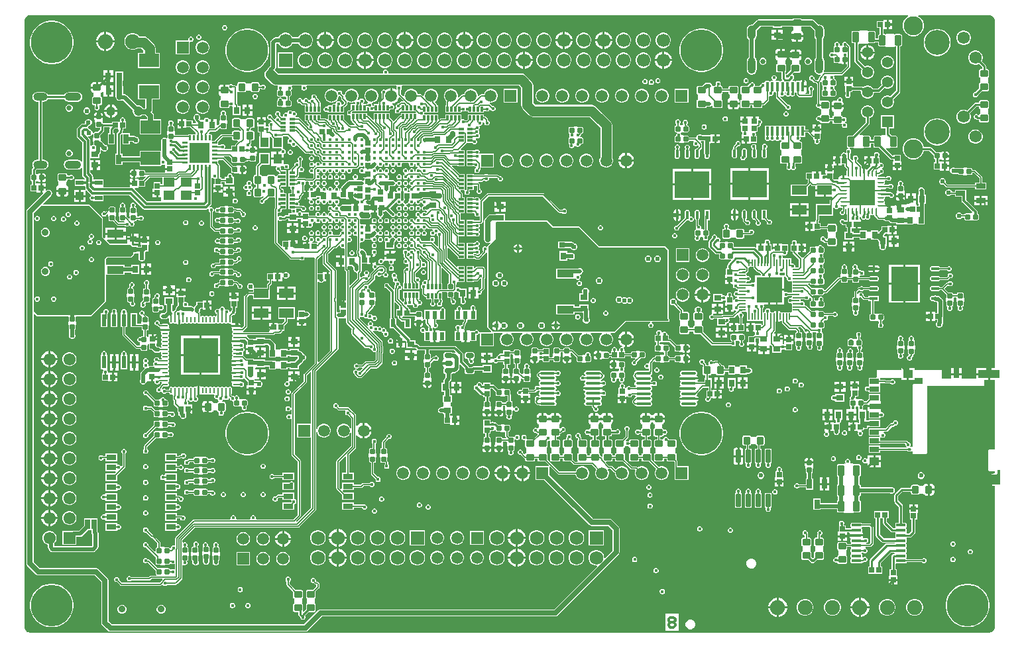
<source format=gbl>
G04*
G04 #@! TF.GenerationSoftware,Altium Limited,Altium Designer,23.11.1 (41)*
G04*
G04 Layer_Physical_Order=8*
G04 Layer_Color=16711680*
%FSLAX44Y44*%
%MOMM*%
G71*
G04*
G04 #@! TF.SameCoordinates,8D0F9430-818D-4280-9ADF-FC2C5230366B*
G04*
G04*
G04 #@! TF.FilePolarity,Positive*
G04*
G01*
G75*
%ADD10C,0.2540*%
%ADD15C,0.2032*%
%ADD16C,0.1270*%
%ADD18C,0.3810*%
%ADD25R,0.8000X1.0000*%
%ADD32R,0.6400X0.6400*%
%ADD33R,0.9500X0.7500*%
G04:AMPARAMS|DCode=41|XSize=0.6mm|YSize=0.6mm|CornerRadius=0.06mm|HoleSize=0mm|Usage=FLASHONLY|Rotation=90.000|XOffset=0mm|YOffset=0mm|HoleType=Round|Shape=RoundedRectangle|*
%AMROUNDEDRECTD41*
21,1,0.6000,0.4800,0,0,90.0*
21,1,0.4800,0.6000,0,0,90.0*
1,1,0.1200,0.2400,0.2400*
1,1,0.1200,0.2400,-0.2400*
1,1,0.1200,-0.2400,-0.2400*
1,1,0.1200,-0.2400,0.2400*
%
%ADD41ROUNDEDRECTD41*%
%ADD42R,0.7500X0.9500*%
%ADD51R,0.6000X1.5500*%
G04:AMPARAMS|DCode=54|XSize=0.6mm|YSize=0.6mm|CornerRadius=0.06mm|HoleSize=0mm|Usage=FLASHONLY|Rotation=180.000|XOffset=0mm|YOffset=0mm|HoleType=Round|Shape=RoundedRectangle|*
%AMROUNDEDRECTD54*
21,1,0.6000,0.4800,0,0,180.0*
21,1,0.4800,0.6000,0,0,180.0*
1,1,0.1200,-0.2400,0.2400*
1,1,0.1200,0.2400,0.2400*
1,1,0.1200,0.2400,-0.2400*
1,1,0.1200,-0.2400,-0.2400*
%
%ADD54ROUNDEDRECTD54*%
%ADD55R,0.6350X1.2700*%
G04:AMPARAMS|DCode=58|XSize=1mm|YSize=0.9mm|CornerRadius=0.1125mm|HoleSize=0mm|Usage=FLASHONLY|Rotation=0.000|XOffset=0mm|YOffset=0mm|HoleType=Round|Shape=RoundedRectangle|*
%AMROUNDEDRECTD58*
21,1,1.0000,0.6750,0,0,0.0*
21,1,0.7750,0.9000,0,0,0.0*
1,1,0.2250,0.3875,-0.3375*
1,1,0.2250,-0.3875,-0.3375*
1,1,0.2250,-0.3875,0.3375*
1,1,0.2250,0.3875,0.3375*
%
%ADD58ROUNDEDRECTD58*%
%ADD87C,0.9000*%
%ADD91C,1.3900*%
%ADD99C,1.5700*%
%ADD103C,3.2000*%
%ADD104R,1.3900X1.3900*%
%ADD105C,2.4500*%
G04:AMPARAMS|DCode=106|XSize=1mm|YSize=1.8mm|CornerRadius=0.5mm|HoleSize=0mm|Usage=FLASHONLY|Rotation=180.000|XOffset=0mm|YOffset=0mm|HoleType=Round|Shape=RoundedRectangle|*
%AMROUNDEDRECTD106*
21,1,1.0000,0.8000,0,0,180.0*
21,1,0.0000,1.8000,0,0,180.0*
1,1,1.0000,0.0000,0.4000*
1,1,1.0000,0.0000,0.4000*
1,1,1.0000,0.0000,-0.4000*
1,1,1.0000,0.0000,-0.4000*
%
%ADD106ROUNDEDRECTD106*%
G04:AMPARAMS|DCode=107|XSize=1mm|YSize=2.1mm|CornerRadius=0.5mm|HoleSize=0mm|Usage=FLASHONLY|Rotation=180.000|XOffset=0mm|YOffset=0mm|HoleType=Round|Shape=RoundedRectangle|*
%AMROUNDEDRECTD107*
21,1,1.0000,1.1000,0,0,180.0*
21,1,0.0000,2.1000,0,0,180.0*
1,1,1.0000,0.0000,0.5500*
1,1,1.0000,0.0000,0.5500*
1,1,1.0000,0.0000,-0.5500*
1,1,1.0000,0.0000,-0.5500*
%
%ADD107ROUNDEDRECTD107*%
%ADD108C,0.6500*%
G04:AMPARAMS|DCode=111|XSize=1mm|YSize=2.1mm|CornerRadius=0.5mm|HoleSize=0mm|Usage=FLASHONLY|Rotation=270.000|XOffset=0mm|YOffset=0mm|HoleType=Round|Shape=RoundedRectangle|*
%AMROUNDEDRECTD111*
21,1,1.0000,1.1000,0,0,270.0*
21,1,0.0000,2.1000,0,0,270.0*
1,1,1.0000,-0.5500,0.0000*
1,1,1.0000,-0.5500,0.0000*
1,1,1.0000,0.5500,0.0000*
1,1,1.0000,0.5500,0.0000*
%
%ADD111ROUNDEDRECTD111*%
G04:AMPARAMS|DCode=112|XSize=1mm|YSize=1.8mm|CornerRadius=0.5mm|HoleSize=0mm|Usage=FLASHONLY|Rotation=270.000|XOffset=0mm|YOffset=0mm|HoleType=Round|Shape=RoundedRectangle|*
%AMROUNDEDRECTD112*
21,1,1.0000,0.8000,0,0,270.0*
21,1,0.0000,1.8000,0,0,270.0*
1,1,1.0000,-0.4000,0.0000*
1,1,1.0000,-0.4000,0.0000*
1,1,1.0000,0.4000,0.0000*
1,1,1.0000,0.4000,0.0000*
%
%ADD112ROUNDEDRECTD112*%
%ADD113C,0.6096*%
%ADD114C,0.3048*%
%ADD115C,0.5080*%
%ADD116C,0.6350*%
%ADD117C,0.1524*%
%ADD118C,1.2700*%
%ADD119C,0.6000*%
%ADD120C,0.3556*%
%ADD121C,5.3000*%
%ADD122C,1.7000*%
%ADD123C,1.5000*%
%ADD124C,1.9000*%
%ADD125C,1.7272*%
%ADD126C,1.2000*%
%ADD127C,1.5500*%
%ADD128R,1.5000X1.5000*%
%ADD129R,1.5500X1.5500*%
%ADD130R,1.7000X1.7000*%
%ADD131R,1.6764X1.6764*%
%ADD132R,1.5000X1.5000*%
%ADD133C,0.4064*%
%ADD134C,0.6000*%
%ADD136R,0.6400X0.6400*%
G04:AMPARAMS|DCode=137|XSize=0.4mm|YSize=1.2mm|CornerRadius=0.05mm|HoleSize=0mm|Usage=FLASHONLY|Rotation=90.000|XOffset=0mm|YOffset=0mm|HoleType=Round|Shape=RoundedRectangle|*
%AMROUNDEDRECTD137*
21,1,0.4000,1.1000,0,0,90.0*
21,1,0.3000,1.2000,0,0,90.0*
1,1,0.1000,0.5500,0.1500*
1,1,0.1000,0.5500,-0.1500*
1,1,0.1000,-0.5500,-0.1500*
1,1,0.1000,-0.5500,0.1500*
%
%ADD137ROUNDEDRECTD137*%
G04:AMPARAMS|DCode=138|XSize=1.3mm|YSize=0.8mm|CornerRadius=0.1mm|HoleSize=0mm|Usage=FLASHONLY|Rotation=90.000|XOffset=0mm|YOffset=0mm|HoleType=Round|Shape=RoundedRectangle|*
%AMROUNDEDRECTD138*
21,1,1.3000,0.6000,0,0,90.0*
21,1,1.1000,0.8000,0,0,90.0*
1,1,0.2000,0.3000,0.5500*
1,1,0.2000,0.3000,-0.5500*
1,1,0.2000,-0.3000,-0.5500*
1,1,0.2000,-0.3000,0.5500*
%
%ADD138ROUNDEDRECTD138*%
%ADD139R,1.2700X0.7600*%
%ADD140R,0.6000X1.0000*%
G04:AMPARAMS|DCode=141|XSize=1.05mm|YSize=0.6mm|CornerRadius=0.15mm|HoleSize=0mm|Usage=FLASHONLY|Rotation=180.000|XOffset=0mm|YOffset=0mm|HoleType=Round|Shape=RoundedRectangle|*
%AMROUNDEDRECTD141*
21,1,1.0500,0.3000,0,0,180.0*
21,1,0.7500,0.6000,0,0,180.0*
1,1,0.3000,-0.3750,0.1500*
1,1,0.3000,0.3750,0.1500*
1,1,0.3000,0.3750,-0.1500*
1,1,0.3000,-0.3750,-0.1500*
%
%ADD141ROUNDEDRECTD141*%
%ADD142O,2.0000X0.3500*%
G04:AMPARAMS|DCode=143|XSize=0.4mm|YSize=1.2mm|CornerRadius=0.05mm|HoleSize=0mm|Usage=FLASHONLY|Rotation=180.000|XOffset=0mm|YOffset=0mm|HoleType=Round|Shape=RoundedRectangle|*
%AMROUNDEDRECTD143*
21,1,0.4000,1.1000,0,0,180.0*
21,1,0.3000,1.2000,0,0,180.0*
1,1,0.1000,-0.1500,0.5500*
1,1,0.1000,0.1500,0.5500*
1,1,0.1000,0.1500,-0.5500*
1,1,0.1000,-0.1500,-0.5500*
%
%ADD143ROUNDEDRECTD143*%
%ADD144R,1.2000X0.6500*%
G04:AMPARAMS|DCode=145|XSize=0.8078mm|YSize=0.2393mm|CornerRadius=0.1196mm|HoleSize=0mm|Usage=FLASHONLY|Rotation=180.000|XOffset=0mm|YOffset=0mm|HoleType=Round|Shape=RoundedRectangle|*
%AMROUNDEDRECTD145*
21,1,0.8078,0.0000,0,0,180.0*
21,1,0.5686,0.2393,0,0,180.0*
1,1,0.2393,-0.2843,0.0000*
1,1,0.2393,0.2843,0.0000*
1,1,0.2393,0.2843,0.0000*
1,1,0.2393,-0.2843,0.0000*
%
%ADD145ROUNDEDRECTD145*%
G04:AMPARAMS|DCode=146|XSize=0.2393mm|YSize=0.8078mm|CornerRadius=0.1196mm|HoleSize=0mm|Usage=FLASHONLY|Rotation=180.000|XOffset=0mm|YOffset=0mm|HoleType=Round|Shape=RoundedRectangle|*
%AMROUNDEDRECTD146*
21,1,0.2393,0.5686,0,0,180.0*
21,1,0.0000,0.8078,0,0,180.0*
1,1,0.2393,0.0000,0.2843*
1,1,0.2393,0.0000,0.2843*
1,1,0.2393,0.0000,-0.2843*
1,1,0.2393,0.0000,-0.2843*
%
%ADD146ROUNDEDRECTD146*%
%ADD147R,1.9000X1.2000*%
%ADD148R,3.2000X3.2000*%
%ADD149R,4.4000X3.5000*%
G04:AMPARAMS|DCode=150|XSize=1.0611mm|YSize=0.3925mm|CornerRadius=0.1962mm|HoleSize=0mm|Usage=FLASHONLY|Rotation=90.000|XOffset=0mm|YOffset=0mm|HoleType=Round|Shape=RoundedRectangle|*
%AMROUNDEDRECTD150*
21,1,1.0611,0.0000,0,0,90.0*
21,1,0.6686,0.3925,0,0,90.0*
1,1,0.3925,0.0000,0.3343*
1,1,0.3925,0.0000,-0.3343*
1,1,0.3925,0.0000,-0.3343*
1,1,0.3925,0.0000,0.3343*
%
%ADD150ROUNDEDRECTD150*%
%ADD151R,3.5000X4.4000*%
G04:AMPARAMS|DCode=152|XSize=1.0611mm|YSize=0.3925mm|CornerRadius=0.1962mm|HoleSize=0mm|Usage=FLASHONLY|Rotation=0.000|XOffset=0mm|YOffset=0mm|HoleType=Round|Shape=RoundedRectangle|*
%AMROUNDEDRECTD152*
21,1,1.0611,0.0000,0,0,0.0*
21,1,0.6686,0.3925,0,0,0.0*
1,1,0.3925,0.3343,0.0000*
1,1,0.3925,-0.3343,0.0000*
1,1,0.3925,-0.3343,0.0000*
1,1,0.3925,0.3343,0.0000*
%
%ADD152ROUNDEDRECTD152*%
%ADD153R,2.8000X1.0000*%
%ADD154R,1.2000X1.0000*%
%ADD155R,3.2000X3.2000*%
%ADD156R,0.2000X0.8500*%
%ADD157R,0.9500X0.8000*%
%ADD158C,1.1447*%
%ADD159R,1.2000X0.7000*%
G04:AMPARAMS|DCode=160|XSize=1mm|YSize=0.9mm|CornerRadius=0.1125mm|HoleSize=0mm|Usage=FLASHONLY|Rotation=270.000|XOffset=0mm|YOffset=0mm|HoleType=Round|Shape=RoundedRectangle|*
%AMROUNDEDRECTD160*
21,1,1.0000,0.6750,0,0,270.0*
21,1,0.7750,0.9000,0,0,270.0*
1,1,0.2250,-0.3375,-0.3875*
1,1,0.2250,-0.3375,0.3875*
1,1,0.2250,0.3375,0.3875*
1,1,0.2250,0.3375,-0.3875*
%
%ADD160ROUNDEDRECTD160*%
%ADD161R,0.6500X1.2000*%
%ADD162R,2.1500X1.0000*%
G04:AMPARAMS|DCode=163|XSize=0.65mm|YSize=1.65mm|CornerRadius=0.0488mm|HoleSize=0mm|Usage=FLASHONLY|Rotation=0.000|XOffset=0mm|YOffset=0mm|HoleType=Round|Shape=RoundedRectangle|*
%AMROUNDEDRECTD163*
21,1,0.6500,1.5525,0,0,0.0*
21,1,0.5525,1.6500,0,0,0.0*
1,1,0.0975,0.2763,-0.7763*
1,1,0.0975,-0.2763,-0.7763*
1,1,0.0975,-0.2763,0.7763*
1,1,0.0975,0.2763,0.7763*
%
%ADD163ROUNDEDRECTD163*%
%ADD164R,1.1000X1.3000*%
%ADD165R,2.5000X2.5000*%
%ADD166R,1.4000X1.2000*%
%ADD167R,1.0000X1.0000*%
%ADD168O,0.7500X0.2500*%
%ADD169R,4.5000X4.5000*%
%ADD170O,0.2500X0.7500*%
%ADD171R,0.6500X0.3000*%
%ADD172R,0.3000X0.6500*%
%ADD173R,0.6400X0.9200*%
%ADD174R,2.1500X3.2500*%
%ADD175R,0.3925X1.0611*%
%ADD176R,1.0611X0.3925*%
%ADD177R,0.8078X0.2393*%
%ADD178C,0.2520*%
%ADD179R,0.8500X0.2000*%
%ADD180R,2.5000X1.7000*%
%ADD181R,1.0000X0.6000*%
%ADD182R,0.9200X0.6400*%
%ADD183C,0.5000*%
G36*
X1659494Y1074532D02*
X1660862Y1073965D01*
X1662094Y1073142D01*
X1663142Y1072094D01*
X1663965Y1070862D01*
X1664532Y1069494D01*
X1664821Y1068041D01*
Y1067300D01*
Y623386D01*
X1658620D01*
Y615846D01*
Y608307D01*
X1664821D01*
Y519721D01*
X1657850D01*
X1656878Y519319D01*
X1656475Y518346D01*
Y492846D01*
X1656878Y491874D01*
X1657850Y491472D01*
X1664821D01*
Y488969D01*
X1663903D01*
X1661801Y488406D01*
X1659966Y487346D01*
X1666350D01*
X1667850Y488846D01*
Y492846D01*
X1671350D01*
Y474346D01*
X1659664D01*
X1659917Y474093D01*
X1661801Y473005D01*
X1663903Y472442D01*
X1664821D01*
Y292700D01*
Y291959D01*
X1664532Y290506D01*
X1663965Y289138D01*
X1663142Y287906D01*
X1662094Y286858D01*
X1660862Y286035D01*
X1659494Y285468D01*
X1658041Y285179D01*
X431959D01*
X430506Y285468D01*
X429138Y286035D01*
X427906Y286858D01*
X426858Y287906D01*
X426035Y289138D01*
X425468Y290506D01*
X425179Y291959D01*
Y292700D01*
Y1067300D01*
Y1068041D01*
X425468Y1069494D01*
X426035Y1070862D01*
X426858Y1072094D01*
X427906Y1073142D01*
X429138Y1073965D01*
X430506Y1074532D01*
X431959Y1074821D01*
X1554019D01*
X1554359Y1073551D01*
X1552399Y1072419D01*
X1549881Y1069901D01*
X1548101Y1066818D01*
X1547180Y1063380D01*
Y1059820D01*
X1548101Y1056382D01*
X1549881Y1053298D01*
X1552399Y1050781D01*
X1555482Y1049001D01*
X1558920Y1048080D01*
X1562480D01*
X1565918Y1049001D01*
X1569001Y1050781D01*
X1571519Y1053298D01*
X1573299Y1056382D01*
X1574220Y1059820D01*
Y1063380D01*
X1573299Y1066818D01*
X1571519Y1069901D01*
X1569001Y1072419D01*
X1567041Y1073551D01*
X1567381Y1074821D01*
X1658041D01*
X1659494Y1074532D01*
D02*
G37*
%LPC*%
G36*
X1533740Y1068740D02*
X1529270D01*
Y1064270D01*
X1533740D01*
Y1068740D01*
D02*
G37*
G36*
X1416115Y1070957D02*
X1408365D01*
X1407431Y1070771D01*
X1406638Y1070242D01*
X1406164Y1069532D01*
X1363738D01*
X1362003Y1069187D01*
X1360533Y1068205D01*
X1360533Y1068205D01*
X1355110Y1062782D01*
X1354300Y1062943D01*
X1351854Y1062456D01*
X1349780Y1061070D01*
X1348394Y1058996D01*
X1347907Y1056550D01*
Y1048550D01*
X1348394Y1046104D01*
X1349780Y1044030D01*
X1350456Y1043577D01*
Y1021223D01*
X1349780Y1020770D01*
X1348394Y1018697D01*
X1347907Y1016250D01*
Y1005250D01*
X1348394Y1002804D01*
X1349780Y1000730D01*
X1351854Y999344D01*
X1354300Y998857D01*
X1356746Y999344D01*
X1358820Y1000730D01*
X1360206Y1002804D01*
X1360693Y1005250D01*
Y1016250D01*
X1360206Y1018697D01*
X1358820Y1020770D01*
X1358144Y1021223D01*
Y1043577D01*
X1358820Y1044030D01*
X1360206Y1046104D01*
X1360693Y1048550D01*
Y1055546D01*
X1365615Y1060468D01*
X1380820D01*
Y1058620D01*
X1392860D01*
Y1060468D01*
X1406351D01*
X1406638Y1060038D01*
X1407240Y1059636D01*
Y1055028D01*
X1406935Y1054967D01*
X1405723Y1054157D01*
X1404913Y1052945D01*
X1404628Y1051515D01*
Y1049410D01*
X1412240D01*
X1419852D01*
Y1051515D01*
X1419567Y1052945D01*
X1418757Y1054157D01*
X1417545Y1054967D01*
X1417240Y1055028D01*
Y1059636D01*
X1417842Y1060038D01*
X1418129Y1060468D01*
X1429385D01*
X1434307Y1055546D01*
Y1048550D01*
X1434794Y1046104D01*
X1436168Y1044047D01*
Y1020753D01*
X1434794Y1018697D01*
X1434307Y1016250D01*
Y1005250D01*
X1434794Y1002804D01*
X1436180Y1000730D01*
X1438254Y999344D01*
X1440700Y998857D01*
X1441919Y999100D01*
X1442544Y997929D01*
X1440564Y995948D01*
X1440143Y995318D01*
X1439995Y994575D01*
Y993174D01*
X1438502Y991681D01*
X1438419D01*
X1438163Y991852D01*
X1437420Y992000D01*
X1435975D01*
X1434229Y993746D01*
Y994958D01*
X1433727Y996172D01*
X1432798Y997101D01*
X1431584Y997604D01*
X1430271D01*
X1429057Y997101D01*
X1428128Y996172D01*
X1427625Y994958D01*
Y993645D01*
X1428128Y992431D01*
X1429057Y991502D01*
X1430271Y991000D01*
X1431483D01*
X1433797Y988685D01*
X1434428Y988263D01*
X1435171Y988116D01*
X1436615D01*
X1437555Y987176D01*
Y962458D01*
X1436698Y961601D01*
X1436196Y960387D01*
Y959073D01*
X1436698Y957860D01*
X1437627Y956931D01*
X1438841Y956428D01*
X1440155D01*
X1440213Y956453D01*
X1440403Y956438D01*
X1441621Y955661D01*
X1441669Y955421D01*
X1442198Y954629D01*
X1442800Y954227D01*
Y948234D01*
X1442198Y947832D01*
X1441669Y947040D01*
X1441621Y946800D01*
X1440403Y946023D01*
X1440213Y946008D01*
X1440155Y946033D01*
X1438841D01*
X1437627Y945530D01*
X1436698Y944601D01*
X1436196Y943388D01*
Y942074D01*
X1436698Y940860D01*
X1437627Y939931D01*
X1438841Y939429D01*
X1440155D01*
X1440213Y939453D01*
X1440429Y939436D01*
X1441585Y938845D01*
X1441669Y938421D01*
X1442198Y937629D01*
X1442991Y937100D01*
X1443925Y936914D01*
X1451675D01*
X1452610Y937100D01*
X1453402Y937629D01*
X1453931Y938421D01*
X1454117Y939355D01*
Y939518D01*
X1457502D01*
Y938085D01*
X1457688Y937151D01*
X1458217Y936358D01*
X1459009Y935829D01*
X1459944Y935643D01*
X1467694D01*
X1468628Y935829D01*
X1468821Y935958D01*
X1469847Y935116D01*
X1469640Y934617D01*
Y933303D01*
X1470143Y932090D01*
X1471072Y931161D01*
X1472286Y930658D01*
X1473599D01*
X1474813Y931161D01*
X1475742Y932090D01*
X1476244Y933303D01*
Y934617D01*
X1475742Y935831D01*
X1474813Y936759D01*
X1473766Y937193D01*
X1473616Y937778D01*
X1473640Y938515D01*
X1473991Y938661D01*
X1474920Y939590D01*
X1475423Y940803D01*
Y942117D01*
X1474920Y943331D01*
X1473991Y944259D01*
X1472778Y944762D01*
X1471464D01*
X1471405Y944738D01*
X1471216Y944752D01*
X1469997Y945529D01*
X1469950Y945770D01*
X1469420Y946562D01*
X1468819Y946964D01*
Y951572D01*
X1469124Y951633D01*
X1470336Y952443D01*
X1471146Y953655D01*
X1471430Y955085D01*
Y957190D01*
X1456207D01*
Y955085D01*
X1456491Y953655D01*
X1457301Y952443D01*
X1458513Y951633D01*
X1458819Y951572D01*
Y946964D01*
X1458217Y946562D01*
X1457688Y945770D01*
X1457502Y944835D01*
Y943402D01*
X1454117D01*
Y946105D01*
X1453931Y947040D01*
X1453402Y947832D01*
X1452800Y948234D01*
Y954227D01*
X1453402Y954629D01*
X1453931Y955421D01*
X1454117Y956356D01*
Y963105D01*
X1453931Y964040D01*
X1453402Y964832D01*
X1452610Y965361D01*
X1451675Y965547D01*
X1443925D01*
X1442991Y965361D01*
X1442710Y965174D01*
X1441440Y965809D01*
Y987980D01*
X1441292Y988724D01*
X1441190Y988876D01*
X1442303Y989989D01*
X1443573Y989463D01*
Y986248D01*
X1443719Y985519D01*
X1444132Y984900D01*
X1444444Y984692D01*
X1444812Y984023D01*
X1444926Y983157D01*
X1444578Y982319D01*
Y981005D01*
X1444664Y980799D01*
X1444748Y979552D01*
X1444132Y979108D01*
X1443719Y978490D01*
X1443573Y977760D01*
Y972960D01*
X1443719Y972230D01*
X1444132Y971612D01*
X1444750Y971199D01*
X1445480Y971053D01*
X1450187D01*
X1450880Y970360D01*
X1454880D01*
X1455573Y971053D01*
X1460280D01*
X1461010Y971199D01*
X1461628Y971612D01*
X1462041Y972230D01*
X1462187Y972960D01*
Y977760D01*
X1462041Y978490D01*
X1461628Y979108D01*
X1461010Y979521D01*
X1460555Y979612D01*
X1460068Y980485D01*
X1459955Y980921D01*
Y982235D01*
X1459608Y983072D01*
X1460218Y984342D01*
X1460280D01*
X1461010Y984487D01*
X1461628Y984900D01*
X1462041Y985519D01*
X1462187Y986248D01*
Y991049D01*
X1462041Y991778D01*
X1461628Y992397D01*
X1461010Y992810D01*
X1460484Y992915D01*
X1460083Y993643D01*
X1459917Y994225D01*
X1459945Y994294D01*
Y995607D01*
X1459443Y996821D01*
X1460002Y998058D01*
X1469000D01*
X1469743Y998205D01*
X1470373Y998627D01*
X1479398Y1007652D01*
X1479819Y1008282D01*
X1479967Y1009025D01*
Y1034239D01*
X1479819Y1034982D01*
X1479398Y1035612D01*
X1476629Y1038381D01*
X1476239Y1038642D01*
X1475920Y1039413D01*
X1474991Y1040342D01*
X1473777Y1040844D01*
X1472463D01*
X1471250Y1040342D01*
X1470321Y1039413D01*
X1469818Y1038199D01*
Y1036886D01*
X1469387Y1036240D01*
X1466854D01*
X1466422Y1036886D01*
Y1038199D01*
X1465920Y1039413D01*
X1464991Y1040342D01*
X1463777Y1040844D01*
X1462463D01*
X1461250Y1040342D01*
X1460321Y1039413D01*
X1459818Y1038199D01*
Y1036885D01*
X1459904Y1036679D01*
X1459988Y1035432D01*
X1459372Y1034988D01*
X1458958Y1034370D01*
X1458813Y1033640D01*
Y1028840D01*
X1458930Y1028255D01*
X1458580Y1027780D01*
X1457994Y1027268D01*
X1457300Y1027555D01*
X1455986D01*
X1454773Y1027053D01*
X1453844Y1026124D01*
X1453341Y1024910D01*
Y1023597D01*
X1453844Y1022383D01*
X1454773Y1021454D01*
X1455986Y1020952D01*
X1457300D01*
X1457668Y1021104D01*
X1458464Y1020581D01*
X1458813Y1020204D01*
Y1015552D01*
X1458958Y1014822D01*
X1459372Y1014203D01*
X1459990Y1013790D01*
X1460720Y1013645D01*
X1465427D01*
X1466120Y1012952D01*
X1468959D01*
X1469495Y1012594D01*
X1470720Y1012350D01*
X1471850D01*
Y1017952D01*
X1474390D01*
Y1012350D01*
X1475520D01*
X1476083Y1011888D01*
Y1009829D01*
X1468195Y1001942D01*
X1447558D01*
X1447127Y1002333D01*
X1446665Y1003099D01*
X1447093Y1005250D01*
Y1016250D01*
X1446606Y1018697D01*
X1445232Y1020753D01*
Y1044047D01*
X1446606Y1046104D01*
X1447093Y1048550D01*
Y1056550D01*
X1446606Y1058996D01*
X1445220Y1061070D01*
X1443146Y1062456D01*
X1440700Y1062943D01*
X1439890Y1062782D01*
X1434467Y1068205D01*
X1432997Y1069187D01*
X1431262Y1069532D01*
X1418316D01*
X1417842Y1070242D01*
X1417050Y1070771D01*
X1416115Y1070957D01*
D02*
G37*
G36*
X1533740Y1061730D02*
X1529270D01*
Y1057260D01*
X1533740D01*
Y1061730D01*
D02*
G37*
G36*
X681657Y1062302D02*
X680343D01*
X679130Y1061799D01*
X678201Y1060870D01*
X677698Y1059657D01*
Y1058343D01*
X678201Y1057130D01*
X679130Y1056201D01*
X680343Y1055698D01*
X681657D01*
X682870Y1056201D01*
X683799Y1057130D01*
X684302Y1058343D01*
Y1059657D01*
X683799Y1060870D01*
X682870Y1061799D01*
X681657Y1062302D01*
D02*
G37*
G36*
X1394130Y1055930D02*
X1388110D01*
Y1050910D01*
X1394130D01*
Y1055930D01*
D02*
G37*
G36*
X1385570D02*
X1379550D01*
Y1050910D01*
X1385570D01*
Y1055930D01*
D02*
G37*
G36*
X785386Y1052470D02*
X782814D01*
X780329Y1051804D01*
X778101Y1050518D01*
X776282Y1048699D01*
X775061Y1046585D01*
X767739D01*
X766518Y1048699D01*
X764699Y1050518D01*
X762471Y1051804D01*
X759986Y1052470D01*
X757414D01*
X754929Y1051804D01*
X752701Y1050518D01*
X750882Y1048699D01*
X749661Y1046585D01*
X745926D01*
X744439Y1046289D01*
X743179Y1045447D01*
X740203Y1042471D01*
X739361Y1041211D01*
X739065Y1039724D01*
Y1009989D01*
X737132Y1008056D01*
X736290Y1006796D01*
X736163Y1006155D01*
X735842Y1006022D01*
X734250Y1004801D01*
X733029Y1003209D01*
X732261Y1001356D01*
X731999Y999367D01*
X732261Y997377D01*
X733029Y995524D01*
X734250Y993932D01*
X741117Y987065D01*
X741117Y987065D01*
X742709Y985844D01*
X744562Y985076D01*
X746551Y984814D01*
X746552Y984814D01*
X748606D01*
X749133Y983544D01*
X749121Y983533D01*
X748618Y982319D01*
Y981005D01*
X748704Y980799D01*
X748788Y979552D01*
X748172Y979108D01*
X747758Y978490D01*
X747613Y977760D01*
Y972960D01*
X747758Y972230D01*
X748172Y971612D01*
X748790Y971199D01*
X749520Y971053D01*
X754227D01*
X754920Y970360D01*
X758920D01*
X759589Y970083D01*
Y967349D01*
X758920Y967072D01*
X755193D01*
X754720Y968213D01*
X753791Y969142D01*
X752577Y969645D01*
X751263D01*
X750050Y969142D01*
X749121Y968213D01*
X748618Y967000D01*
Y966118D01*
X748172Y965820D01*
X747758Y965201D01*
X747613Y964472D01*
Y959671D01*
X747758Y958942D01*
X748172Y958323D01*
X748790Y957910D01*
X749520Y957765D01*
X754227D01*
X754920Y957072D01*
X758920D01*
X759613Y957765D01*
X764320D01*
X765050Y957910D01*
X765668Y958323D01*
X766081Y958942D01*
X766227Y959671D01*
Y964472D01*
X766081Y965201D01*
X765668Y965820D01*
X765050Y966233D01*
X764320Y966378D01*
X764251D01*
Y971053D01*
X764320D01*
X765050Y971199D01*
X765668Y971612D01*
X766081Y972230D01*
X766227Y972960D01*
Y977760D01*
X766081Y978490D01*
X765739Y979002D01*
X766577Y979840D01*
X767080Y981053D01*
Y982367D01*
X766577Y983580D01*
X767140Y984814D01*
X778958D01*
X779521Y983580D01*
X779018Y982367D01*
Y981053D01*
X779521Y979840D01*
X780450Y978911D01*
X781663Y978408D01*
X782977D01*
X784190Y978911D01*
X785119Y979840D01*
X785622Y981053D01*
Y982367D01*
X785119Y983580D01*
X785682Y984814D01*
X900391D01*
X900685Y984453D01*
X901081Y983544D01*
X900694Y982611D01*
Y981297D01*
X901003Y980552D01*
X899926Y979833D01*
X899925Y979834D01*
X897635Y981156D01*
X895082Y981840D01*
X895030D01*
Y971800D01*
X892490D01*
Y981840D01*
X892438D01*
X889885Y981156D01*
X887595Y979834D01*
X886605Y978844D01*
X885985Y979463D01*
X884772Y979966D01*
X883458D01*
X882245Y979463D01*
X881316Y978534D01*
X880813Y977321D01*
Y976007D01*
X881316Y974793D01*
X881792Y974317D01*
Y968584D01*
X878095Y964888D01*
X877674Y964258D01*
X877526Y963514D01*
Y961175D01*
X871699D01*
Y959818D01*
X870715Y958835D01*
X869850Y958925D01*
X869467Y959400D01*
X869442Y959463D01*
Y960777D01*
X869035Y961760D01*
X869361Y962623D01*
X869658Y963068D01*
X871745Y963628D01*
X873745Y964782D01*
X875378Y966415D01*
X876532Y968415D01*
X877130Y970645D01*
Y972955D01*
X876532Y975185D01*
X875378Y977185D01*
X873745Y978818D01*
X871745Y979972D01*
X869515Y980570D01*
X867205D01*
X864975Y979972D01*
X862975Y978818D01*
X861342Y977185D01*
X860188Y975185D01*
X859590Y972955D01*
Y970645D01*
X860188Y968415D01*
X861342Y966415D01*
X862975Y964782D01*
X864008Y964186D01*
X864097Y963757D01*
X864047Y962697D01*
X863366Y962016D01*
X862857Y961915D01*
X862227Y961493D01*
X862226Y961493D01*
X862073Y961339D01*
X860992D01*
X860249Y961191D01*
X860224Y961175D01*
X858210D01*
X857906Y962210D01*
X857895Y962445D01*
X858779Y963330D01*
X859282Y964543D01*
Y965857D01*
X858779Y967070D01*
X857850Y967999D01*
X856637Y968502D01*
X855323D01*
X854110Y967999D01*
X853181Y967070D01*
X853037Y966723D01*
X851557Y965962D01*
X851183D01*
X850449Y967232D01*
X851132Y968415D01*
X851730Y970645D01*
Y972955D01*
X851132Y975185D01*
X849978Y977185D01*
X848345Y978818D01*
X846345Y979972D01*
X844115Y980570D01*
X841805D01*
X839575Y979972D01*
X837575Y978818D01*
X835942Y977185D01*
X834788Y975185D01*
X834264Y973231D01*
X833473Y972856D01*
X832920Y972779D01*
X831144Y974555D01*
Y975767D01*
X830642Y976981D01*
X829713Y977909D01*
X828499Y978412D01*
X827186D01*
X825972Y977909D01*
X825752Y977690D01*
X824694Y977235D01*
X824083Y977680D01*
X822945Y978818D01*
X820945Y979972D01*
X818715Y980570D01*
X816405D01*
X814175Y979972D01*
X812175Y978818D01*
X810542Y977185D01*
X809388Y975185D01*
X808790Y972955D01*
Y970645D01*
X809388Y968415D01*
X810542Y966415D01*
X812175Y964782D01*
X814175Y963628D01*
X816405Y963030D01*
X818715D01*
X820945Y963628D01*
X822945Y964782D01*
X824578Y966415D01*
X825732Y968415D01*
X826330Y970645D01*
Y971236D01*
X827186Y971808D01*
X828398D01*
X830076Y970129D01*
Y967880D01*
X830224Y967136D01*
X830645Y966506D01*
X833718Y963434D01*
Y961886D01*
X832595Y960764D01*
X831994Y960645D01*
X831364Y960223D01*
X831364Y960223D01*
X830735Y960325D01*
X829696Y961109D01*
Y962423D01*
X829193Y963636D01*
X828265Y964565D01*
X827051Y965068D01*
X825737D01*
X824524Y964565D01*
X823595Y963636D01*
X823092Y962423D01*
X821822Y961603D01*
X821443Y961760D01*
X820129D01*
X818915Y961257D01*
X817987Y960328D01*
X817668Y959560D01*
X812907D01*
Y958464D01*
X811637Y957615D01*
X811340Y957738D01*
X810026D01*
X808812Y957236D01*
X807883Y956307D01*
X807381Y955093D01*
Y953780D01*
X807883Y952566D01*
X808812Y951637D01*
X810026Y951134D01*
X811340D01*
X811637Y951258D01*
X812907Y950520D01*
Y950520D01*
X823447D01*
Y950520D01*
X833447D01*
Y956813D01*
X833570Y956936D01*
X834172Y957056D01*
X834802Y957477D01*
X837033Y959708D01*
X837455Y960339D01*
X837602Y961082D01*
Y963300D01*
X838872Y964033D01*
X839575Y963628D01*
X841805Y963030D01*
X844115D01*
X846345Y963628D01*
X846425Y963674D01*
X846625Y963613D01*
X847598Y962885D01*
Y962003D01*
X847045Y961175D01*
X842230D01*
Y954882D01*
X840676Y953328D01*
X839966D01*
X838753Y952825D01*
X837824Y951896D01*
X837321Y950683D01*
Y949369D01*
X837824Y948155D01*
X838753Y947226D01*
X839966Y946724D01*
X841280D01*
X842230Y946089D01*
Y940635D01*
X843058D01*
Y940000D01*
X843205Y939257D01*
X843626Y938626D01*
X846957Y935296D01*
X846471Y934122D01*
X842270D01*
X841632Y934249D01*
X840965D01*
X833447Y941767D01*
Y948060D01*
X812907D01*
Y942146D01*
X811637Y941772D01*
X811204Y942061D01*
X811062Y942090D01*
X810853Y942298D01*
X810223Y942719D01*
X809480Y942867D01*
X804159D01*
Y948060D01*
X783619D01*
Y939020D01*
X786042D01*
Y938237D01*
X786189Y937494D01*
X786610Y936863D01*
X788629Y934845D01*
Y934751D01*
X788746Y934162D01*
X788362Y933778D01*
X788328Y933696D01*
X787082Y933448D01*
X776977Y943553D01*
X776347Y943975D01*
X775603Y944122D01*
X772562D01*
X771708Y945392D01*
X771776Y946176D01*
X772419Y946820D01*
X772922Y948033D01*
Y949347D01*
X772419Y950560D01*
X771490Y951489D01*
X770277Y951992D01*
X768963D01*
X767750Y951489D01*
X767376Y951564D01*
X767249Y951870D01*
X766320Y952799D01*
X765106Y953302D01*
X763792D01*
X762579Y952799D01*
X761650Y951870D01*
X761147Y950657D01*
X759877Y950211D01*
X759657Y950302D01*
X758343D01*
X757130Y949799D01*
X756201Y948870D01*
X755698Y947657D01*
Y946343D01*
X755749Y946220D01*
X755052Y945178D01*
X753733Y945094D01*
X751796Y947031D01*
X752280Y948199D01*
Y949513D01*
X751778Y950727D01*
X750849Y951656D01*
X749635Y952158D01*
X748322D01*
X747108Y951656D01*
X746179Y950727D01*
X745676Y949513D01*
Y948199D01*
X746179Y946986D01*
X747108Y946057D01*
X747737Y945796D01*
X747758Y945764D01*
X747457Y944369D01*
X747326Y944211D01*
X747090Y944113D01*
X746161Y943184D01*
X745848Y942427D01*
X744485Y941993D01*
X741900Y944578D01*
Y945291D01*
X741398Y946505D01*
X740469Y947434D01*
X739255Y947936D01*
X737942D01*
X736728Y947434D01*
X735799Y946505D01*
X735296Y945291D01*
Y943978D01*
X735799Y942764D01*
X736728Y941835D01*
X737942Y941332D01*
X739255D01*
X739536Y941449D01*
X741335Y939650D01*
X741140Y939084D01*
X740712Y938477D01*
X739618D01*
X738404Y937974D01*
X737475Y937045D01*
X736973Y935832D01*
Y934518D01*
X737475Y933305D01*
X737582Y933197D01*
X737507Y932822D01*
X736075Y932129D01*
X735657Y932302D01*
X734779D01*
X734167Y932631D01*
X733740Y933427D01*
Y937330D01*
X722260D01*
Y932860D01*
X723530D01*
Y924930D01*
X725669D01*
Y919970D01*
X725390D01*
Y904430D01*
X738930D01*
Y918685D01*
X739517Y918879D01*
X740200Y918896D01*
X740535Y918395D01*
X741890Y917040D01*
Y904430D01*
X753373D01*
X753570Y904064D01*
X753763Y903160D01*
X753025Y902422D01*
X752522Y901209D01*
Y900240D01*
X749930D01*
Y892470D01*
X756700D01*
Y897340D01*
X757695Y897753D01*
X758624Y898681D01*
X759126Y899895D01*
Y901209D01*
X758624Y902422D01*
X757695Y903351D01*
X756481Y903854D01*
X756461D01*
X755430Y904430D01*
X755430Y905124D01*
Y919886D01*
X755725Y920083D01*
X761540D01*
X763469Y918155D01*
X763119Y916708D01*
X762566Y916479D01*
X761637Y915550D01*
X761134Y914336D01*
Y913023D01*
X761637Y911809D01*
X762566Y910880D01*
X763780Y910377D01*
X764764D01*
X765131Y910331D01*
X765937Y909352D01*
Y908917D01*
X766440Y907704D01*
X767369Y906775D01*
X768582Y906272D01*
X769896D01*
X771109Y906775D01*
X772038Y907704D01*
X772063Y907764D01*
X773561Y908062D01*
X783271Y898352D01*
X784028Y897847D01*
X784920Y897669D01*
X789661D01*
X790130Y897201D01*
X791343Y896698D01*
X792657D01*
X793870Y897201D01*
X794567Y897132D01*
X794595Y897090D01*
X797012Y894674D01*
X797012Y894674D01*
X797642Y894253D01*
X798385Y894105D01*
X800716D01*
X802003Y892818D01*
Y890487D01*
X802150Y889744D01*
X802571Y889114D01*
X804610Y887076D01*
X805201Y885870D01*
X804698Y884657D01*
Y883343D01*
X804242Y883211D01*
X803302Y884247D01*
Y884657D01*
X802799Y885870D01*
X801870Y886799D01*
X800657Y887302D01*
X799343D01*
X798130Y886799D01*
X797201Y885870D01*
X796788Y884874D01*
X796700Y884858D01*
X795606Y884858D01*
X795518Y884874D01*
X795105Y885870D01*
X794176Y886799D01*
X792963Y887302D01*
X791649D01*
X790436Y886799D01*
X789507Y885870D01*
X789004Y884657D01*
Y883343D01*
X789507Y882130D01*
X790436Y881201D01*
X791649Y880698D01*
X792963D01*
X794176Y881201D01*
X795105Y882130D01*
X795422Y882895D01*
X796691Y882932D01*
X796982Y882406D01*
X797138Y882001D01*
X796610Y880924D01*
X794648Y878962D01*
X794586Y878870D01*
X793870Y878799D01*
X792657Y879302D01*
X791343D01*
X790130Y878799D01*
X789201Y877870D01*
X788698Y876657D01*
Y875343D01*
X789201Y874130D01*
X790130Y873201D01*
X791343Y872698D01*
X792657D01*
X792809Y872761D01*
X794079Y871912D01*
Y867258D01*
X792826Y866005D01*
X785077D01*
X784535Y866367D01*
X783792Y866515D01*
X774684D01*
X774158Y867785D01*
X775503Y869130D01*
X775503Y869130D01*
X775924Y869760D01*
X776072Y870503D01*
Y873889D01*
X777293Y874465D01*
X778506Y873962D01*
X779820D01*
X781034Y874465D01*
X781963Y875394D01*
X782465Y876607D01*
Y877921D01*
X781963Y879134D01*
X781034Y880063D01*
X780164Y880424D01*
X779750Y880728D01*
X779271Y881836D01*
X779287Y881920D01*
Y888295D01*
X779444Y888360D01*
X780373Y889289D01*
X780876Y890502D01*
Y891816D01*
X780373Y893029D01*
X779444Y893958D01*
X778231Y894461D01*
X776917D01*
X775704Y893958D01*
X774775Y893029D01*
X774272Y891816D01*
Y890502D01*
X774775Y889289D01*
X775403Y888661D01*
Y887297D01*
X774133Y886449D01*
X773799Y886587D01*
X772486D01*
X771272Y886084D01*
X770343Y885155D01*
X769840Y883942D01*
Y882730D01*
X765777Y878666D01*
X765356Y878036D01*
X765208Y877293D01*
Y876449D01*
X762630D01*
Y865909D01*
Y855909D01*
X764457D01*
X765305Y854639D01*
X765175Y854324D01*
Y853010D01*
X765678Y851796D01*
X766535Y850939D01*
Y847160D01*
X762630D01*
Y836620D01*
Y826620D01*
X765522D01*
X766356Y825350D01*
X766167Y824894D01*
Y823581D01*
X766502Y822772D01*
X765876Y821501D01*
X761980D01*
Y819071D01*
X759079D01*
X758088Y818874D01*
X757248Y818313D01*
X756736Y817801D01*
X753922D01*
X753837Y817885D01*
X752624Y818388D01*
X751310D01*
X750097Y817885D01*
X749845Y817634D01*
X748575Y818160D01*
Y821430D01*
X749845Y822279D01*
X750040Y822198D01*
X751354D01*
X752567Y822701D01*
X753496Y823630D01*
X753999Y824843D01*
Y826157D01*
X755172Y826620D01*
X760170D01*
Y837160D01*
X760170D01*
Y847160D01*
X757243D01*
X757195Y847180D01*
X757084Y847286D01*
X756552Y848638D01*
X756560Y848713D01*
X756786Y849259D01*
Y850573D01*
X756283Y851786D01*
X755354Y852715D01*
X754141Y853218D01*
X753685D01*
X753181Y853721D01*
Y855213D01*
X753877Y855909D01*
X760170D01*
Y866449D01*
X760170D01*
Y876449D01*
X753877D01*
X752827Y877498D01*
X753055Y878051D01*
Y879364D01*
X752553Y880578D01*
X752241Y880890D01*
X752767Y882160D01*
X755667D01*
X756717Y882054D01*
X756886Y880967D01*
Y880723D01*
X757389Y879510D01*
X758318Y878581D01*
X759531Y878078D01*
X760845D01*
X762059Y878581D01*
X762988Y879510D01*
X763490Y880723D01*
Y882037D01*
X762988Y883250D01*
X762059Y884179D01*
X760845Y884682D01*
X759531D01*
X758318Y884179D01*
X757970Y883831D01*
X756700Y884358D01*
Y889930D01*
X748660D01*
X740620D01*
Y882160D01*
X746740D01*
X747266Y880890D01*
X746954Y880578D01*
X746451Y879364D01*
Y878051D01*
X746954Y876837D01*
X747883Y875908D01*
X749097Y875405D01*
X749426D01*
X751130Y873702D01*
Y871595D01*
X750042D01*
X748828Y871093D01*
X747899Y870164D01*
X747446Y869070D01*
X747358Y869044D01*
X746131Y869171D01*
X745602Y869963D01*
X744809Y870492D01*
X743875Y870678D01*
X737125D01*
X736190Y870492D01*
X735398Y869963D01*
X734996Y869361D01*
X729004D01*
X728602Y869963D01*
X727810Y870492D01*
X726875Y870678D01*
X725831D01*
Y880575D01*
X728686Y883430D01*
X738930D01*
Y898970D01*
X725390D01*
Y886726D01*
X721852Y883188D01*
X721347Y882432D01*
X721169Y881540D01*
Y870678D01*
X720125D01*
X719191Y870492D01*
X718398Y869963D01*
X717869Y869171D01*
X717683Y868236D01*
Y860486D01*
X717869Y859552D01*
X718398Y858760D01*
X719191Y858230D01*
X720125Y858045D01*
X721169D01*
Y854660D01*
X720125D01*
X719191Y854474D01*
X718398Y853944D01*
X717869Y853152D01*
X717683Y852218D01*
Y844468D01*
X717869Y843533D01*
X718398Y842741D01*
X719191Y842212D01*
X720125Y842026D01*
X726875D01*
X727810Y842212D01*
X728602Y842741D01*
X729000Y843337D01*
X730191Y843300D01*
X730700Y842073D01*
X728859Y840232D01*
X728196D01*
X726983Y839729D01*
X726054Y838800D01*
X725551Y837587D01*
Y836273D01*
X726054Y835060D01*
X726983Y834131D01*
X728196Y833628D01*
X729510D01*
X730723Y834131D01*
X731652Y835060D01*
X732155Y836273D01*
Y836936D01*
X733819Y838600D01*
X734423Y838720D01*
X735179Y839225D01*
X737979Y842026D01*
X743875D01*
X744963Y840947D01*
Y828060D01*
X744838Y827874D01*
X744691Y827131D01*
Y783701D01*
X744838Y782958D01*
X745260Y782328D01*
X764421Y763167D01*
X765051Y762746D01*
X765794Y762598D01*
X765794Y762598D01*
X776981D01*
X777838Y761741D01*
X779052Y761238D01*
X780366D01*
X781579Y761741D01*
X782508Y762670D01*
X783011Y763883D01*
Y765183D01*
X795718D01*
X796324Y763913D01*
X796220Y763758D01*
X796073Y763015D01*
Y629819D01*
X782580Y616326D01*
X782159Y615696D01*
X782011Y614953D01*
Y606753D01*
X767139Y591881D01*
X766718Y591251D01*
X766570Y590508D01*
Y572162D01*
X765302Y572157D01*
X764799Y573370D01*
X763870Y574299D01*
X762657Y574802D01*
X761343D01*
X760130Y574299D01*
X759201Y573370D01*
X758698Y572157D01*
Y570843D01*
X759201Y569630D01*
X760130Y568701D01*
X761343Y568198D01*
X762657D01*
X763870Y568701D01*
X764799Y569630D01*
X765302Y570843D01*
X766570Y570838D01*
Y564506D01*
X765300Y563980D01*
X765140Y564139D01*
X763927Y564642D01*
X762613D01*
X761400Y564139D01*
X760471Y563210D01*
X759968Y561997D01*
Y560683D01*
X760471Y559470D01*
X761400Y558541D01*
X762613Y558038D01*
X763927D01*
X765140Y558541D01*
X765300Y558700D01*
X766570Y558174D01*
Y512488D01*
X766718Y511745D01*
X767139Y511115D01*
X774518Y503736D01*
Y435804D01*
X768735Y430022D01*
X721673D01*
X720824Y431292D01*
X720852Y431360D01*
Y432674D01*
X720349Y433887D01*
X719420Y434816D01*
X718207Y435319D01*
X716893D01*
X715680Y434816D01*
X714751Y433887D01*
X714248Y432674D01*
Y431360D01*
X714276Y431292D01*
X713428Y430022D01*
X696273D01*
X695424Y431292D01*
X695452Y431360D01*
Y432674D01*
X694949Y433887D01*
X694020Y434816D01*
X692807Y435319D01*
X691493D01*
X690280Y434816D01*
X689351Y433887D01*
X688848Y432674D01*
Y431360D01*
X688876Y431292D01*
X688027Y430022D01*
X641896D01*
X641152Y429874D01*
X640522Y429453D01*
X640522Y429453D01*
X618449Y407380D01*
X618027Y406749D01*
X617880Y406006D01*
Y397902D01*
X616735Y397002D01*
X615421D01*
X614208Y396499D01*
X613279Y395570D01*
X612776Y394357D01*
Y393776D01*
X612255Y393345D01*
X610728Y393545D01*
X610110Y393958D01*
X609380Y394104D01*
X604673D01*
X603980Y394797D01*
X599980D01*
X598922Y395535D01*
Y400322D01*
X598922Y400322D01*
X598774Y401065D01*
X598353Y401696D01*
X598353Y401696D01*
X590565Y409484D01*
X589935Y409905D01*
X589192Y410052D01*
X589127D01*
X583302Y415878D01*
Y417090D01*
X582799Y418303D01*
X581870Y419232D01*
X580657Y419735D01*
X579343D01*
X578129Y419232D01*
X577201Y418303D01*
X576698Y417090D01*
Y415776D01*
X577201Y414563D01*
X578129Y413634D01*
X579343Y413131D01*
X580555D01*
X586949Y406737D01*
X587579Y406316D01*
X588323Y406168D01*
X588387D01*
X595038Y399518D01*
Y394104D01*
X594580D01*
X593850Y393958D01*
X593232Y393545D01*
X592818Y392927D01*
X592673Y392197D01*
Y389172D01*
X591403Y388646D01*
X583302Y396747D01*
Y397959D01*
X582799Y399173D01*
X581870Y400102D01*
X580657Y400604D01*
X579343D01*
X578129Y400102D01*
X577201Y399173D01*
X576698Y397959D01*
Y396645D01*
X577201Y395432D01*
X578129Y394503D01*
X579343Y394000D01*
X580555D01*
X593190Y381365D01*
Y380194D01*
X592818Y379638D01*
X592673Y378909D01*
Y374109D01*
X592818Y373379D01*
X593232Y372760D01*
X593850Y372347D01*
X594580Y372202D01*
X599287D01*
X599980Y371508D01*
X603980D01*
X604673Y372202D01*
X609380D01*
X610110Y372347D01*
X610728Y372760D01*
X611045Y373235D01*
X611853Y373431D01*
X612455Y373475D01*
X612810Y373121D01*
X614023Y372618D01*
X615337D01*
X616248Y372995D01*
X617185Y372577D01*
X617518Y372292D01*
Y366848D01*
X617185Y366563D01*
X616248Y366145D01*
X615337Y366522D01*
X614023D01*
X612810Y366019D01*
X612601Y365811D01*
X611280Y366055D01*
X611222Y366350D01*
X610808Y366968D01*
X610190Y367382D01*
X609460Y367527D01*
X604753D01*
X604060Y368220D01*
X600060D01*
X599367Y367527D01*
X595500D01*
X584886Y378141D01*
X584256Y378562D01*
X583512Y378710D01*
X582991D01*
X582799Y379173D01*
X581870Y380102D01*
X580657Y380604D01*
X579343D01*
X578129Y380102D01*
X577201Y379173D01*
X576698Y377959D01*
Y376645D01*
X577201Y375432D01*
X578129Y374503D01*
X579343Y374000D01*
X580657D01*
X581870Y374503D01*
X582193Y374825D01*
X582708D01*
X592753Y364780D01*
Y360820D01*
X592898Y360090D01*
X593312Y359472D01*
X593700Y359212D01*
X593548Y358091D01*
X593489Y357942D01*
X586906D01*
X586163Y357794D01*
X585533Y357373D01*
X584102Y355942D01*
X561727D01*
X560870Y356799D01*
X559657Y357302D01*
X558343D01*
X557130Y356799D01*
X556201Y355870D01*
X555698Y354657D01*
Y353343D01*
X556201Y352130D01*
X557130Y351201D01*
X558343Y350698D01*
X559657D01*
X560870Y351201D01*
X561727Y352058D01*
X584906D01*
X585650Y352206D01*
X586280Y352627D01*
X587711Y354058D01*
X601084D01*
X601570Y352884D01*
X597719Y349033D01*
X549714D01*
X546302Y352445D01*
Y353657D01*
X545799Y354870D01*
X544870Y355799D01*
X543657Y356302D01*
X542343D01*
X541130Y355799D01*
X540201Y354870D01*
X539698Y353657D01*
Y352343D01*
X540201Y351130D01*
X541130Y350201D01*
X542343Y349698D01*
X543555D01*
X547536Y345718D01*
X548166Y345297D01*
X548909Y345149D01*
X598523D01*
X599267Y345297D01*
X599897Y345718D01*
X600675Y346495D01*
X602173Y346197D01*
X602201Y346129D01*
X603130Y345201D01*
X604343Y344698D01*
X605657D01*
X606870Y345201D01*
X607727Y346058D01*
X617900D01*
X618643Y346205D01*
X619274Y346627D01*
X620503Y347856D01*
X620503Y347856D01*
X626468Y353821D01*
X626468Y353821D01*
X626889Y354451D01*
X627037Y355195D01*
X627037Y355195D01*
Y371195D01*
X627429Y371498D01*
X628307Y371872D01*
X629263Y371476D01*
X630577D01*
X631790Y371979D01*
X632719Y372908D01*
X633222Y374121D01*
Y375435D01*
X633173Y375552D01*
X633130Y376838D01*
X633748Y377252D01*
X634161Y377870D01*
X634307Y378600D01*
Y383307D01*
X635000Y384000D01*
Y388000D01*
X634307Y388693D01*
Y393400D01*
X634161Y394130D01*
X633748Y394748D01*
X633132Y395194D01*
X633205Y396441D01*
X633293Y396654D01*
Y397968D01*
X632790Y399182D01*
X631861Y400110D01*
X630648Y400613D01*
X629334D01*
X628307Y400188D01*
X627552Y400484D01*
X627037Y400823D01*
Y403290D01*
X643265Y419518D01*
X774948D01*
X775691Y419665D01*
X776321Y420087D01*
X797373Y441139D01*
X797794Y441769D01*
X797942Y442512D01*
X797942Y442512D01*
Y541259D01*
X799212Y541427D01*
X799548Y540175D01*
X800702Y538175D01*
X802335Y536542D01*
X804335Y535388D01*
X806565Y534790D01*
X808875D01*
X811105Y535388D01*
X813105Y536542D01*
X814738Y538175D01*
X815892Y540175D01*
X816490Y542405D01*
Y544715D01*
X815892Y546945D01*
X814738Y548945D01*
X813105Y550578D01*
X811105Y551732D01*
X808875Y552330D01*
X806565D01*
X804335Y551732D01*
X802335Y550578D01*
X800702Y548945D01*
X799548Y546945D01*
X799212Y545694D01*
X797942Y545861D01*
Y619011D01*
X825730Y646799D01*
X826152Y647430D01*
X826299Y648173D01*
Y686518D01*
X826969Y687067D01*
X833000D01*
X834487Y687363D01*
X834988Y687697D01*
X836258Y687019D01*
Y681990D01*
X836405Y681247D01*
X836827Y680617D01*
X843589Y673854D01*
X843269Y673374D01*
X843121Y672631D01*
Y667369D01*
X843269Y666626D01*
X843690Y665996D01*
X859964Y649722D01*
X860594Y649301D01*
X861337Y649153D01*
X865662D01*
X865711Y649033D01*
X866640Y648104D01*
X867854Y647601D01*
X868143D01*
X869241Y646755D01*
X869377Y646428D01*
X869744Y645541D01*
X870673Y644613D01*
X871887Y644110D01*
X873200D01*
X873978Y643590D01*
Y634282D01*
X871776Y632080D01*
X861278D01*
X860535Y631932D01*
X859904Y631511D01*
X856537Y628144D01*
X852097D01*
X851204Y629036D01*
X849990Y629539D01*
X848677D01*
X847463Y629036D01*
X846534Y628107D01*
X846032Y626894D01*
Y625580D01*
X846534Y624367D01*
X847463Y623438D01*
X848677Y622935D01*
X849990D01*
X851204Y623438D01*
X852026Y624259D01*
X856501D01*
X857027Y622989D01*
X854161Y620124D01*
X852949D01*
X852736Y620036D01*
X851285Y620220D01*
X850356Y621149D01*
X849143Y621651D01*
X847829D01*
X846616Y621149D01*
X845687Y620220D01*
X845184Y619006D01*
Y617693D01*
X845687Y616479D01*
X846616Y615550D01*
X847182Y615315D01*
X847226Y615096D01*
X847647Y614466D01*
X850602Y611511D01*
X850602Y611511D01*
X851232Y611090D01*
X851975Y610942D01*
X851975Y610942D01*
X855237D01*
X855980Y611090D01*
X856610Y611511D01*
X868214Y623116D01*
X875030D01*
X875773Y623263D01*
X876403Y623685D01*
X882373Y629655D01*
X882794Y630285D01*
X882942Y631028D01*
Y642316D01*
X883355Y642934D01*
X883503Y643677D01*
Y651147D01*
X883355Y651890D01*
X882942Y652507D01*
Y656752D01*
X882794Y657495D01*
X882373Y658126D01*
X870731Y669768D01*
X871001Y671294D01*
X871407Y671484D01*
X871454Y671458D01*
X871798Y671114D01*
X873011Y670611D01*
X874325D01*
X875539Y671114D01*
X876034Y671610D01*
X876356Y671546D01*
X877285Y670617D01*
X878498Y670114D01*
X879812D01*
X880938Y670581D01*
X881333Y669627D01*
X882262Y668698D01*
X883475Y668195D01*
X883751Y667784D01*
X883698Y667657D01*
Y666343D01*
X884201Y665130D01*
X885130Y664201D01*
X886343Y663698D01*
X887657D01*
X888870Y664201D01*
X889799Y665130D01*
X890302Y666343D01*
Y667657D01*
X889799Y668870D01*
X888870Y669799D01*
X887657Y670302D01*
X887382Y670714D01*
X887434Y670841D01*
Y672154D01*
X886932Y673368D01*
X886003Y674297D01*
X884789Y674799D01*
X883475D01*
X882349Y674333D01*
X881955Y675286D01*
X881026Y676215D01*
X879812Y676718D01*
X878498D01*
X877285Y676215D01*
X876789Y675720D01*
X876468Y675784D01*
X875539Y676712D01*
X874325Y677215D01*
X873011D01*
X871798Y676712D01*
X870639Y677350D01*
X870296Y677694D01*
X870204Y677732D01*
X870089Y678308D01*
X870592Y679522D01*
Y680835D01*
X870089Y682049D01*
X869160Y682978D01*
X867947Y683480D01*
X866633D01*
X865419Y682978D01*
X864491Y682049D01*
X863988Y680835D01*
Y679522D01*
X864491Y678308D01*
X864938Y677861D01*
X864821Y677474D01*
X863384Y677114D01*
X853397Y687102D01*
X853401Y688107D01*
X853745Y688353D01*
X854659Y688731D01*
X855236Y688492D01*
X856549D01*
X857763Y688995D01*
X859083Y688519D01*
X859661Y687941D01*
X860874Y687438D01*
X862188D01*
X862394Y687523D01*
X863843Y687344D01*
X864772Y686415D01*
X865986Y685912D01*
X867299D01*
X868119Y686252D01*
X868555Y686388D01*
X869611Y685717D01*
X869746Y685391D01*
X870675Y684462D01*
X871888Y683959D01*
X873202D01*
X874416Y684462D01*
X875344Y685391D01*
X875847Y686605D01*
Y687918D01*
X875344Y689132D01*
X874416Y690061D01*
X873202Y690563D01*
X871888D01*
X871068Y690224D01*
X870633Y690087D01*
X869577Y690759D01*
X869442Y691085D01*
X868513Y692014D01*
X867299Y692516D01*
X865986D01*
X865780Y692431D01*
X864331Y692610D01*
X863777Y693164D01*
Y693873D01*
X870688Y700784D01*
X871109Y701414D01*
X871257Y702157D01*
Y702756D01*
X871659D01*
X872389Y702901D01*
X873008Y703314D01*
X873421Y703932D01*
X873566Y704662D01*
Y709369D01*
X874259Y710062D01*
Y714062D01*
X873566Y714755D01*
Y719462D01*
X873421Y720192D01*
X873008Y720810D01*
X872389Y721224D01*
X871659Y721369D01*
X868908D01*
X867734Y721775D01*
Y723089D01*
X867232Y724303D01*
X866303Y725231D01*
X865834Y725426D01*
X864876Y726432D01*
Y727745D01*
X864807Y727912D01*
X864929Y729231D01*
X865559Y729652D01*
X872419Y736513D01*
X872840Y737143D01*
X872988Y737886D01*
Y741082D01*
X874135Y742228D01*
X875633Y741930D01*
X875661Y741863D01*
X876590Y740934D01*
X877804Y740431D01*
X879118D01*
X880331Y740934D01*
X881188Y741791D01*
X882301D01*
X883062Y741918D01*
X883896Y740980D01*
X883981Y740774D01*
X884910Y739846D01*
X886124Y739343D01*
X887437D01*
X888651Y739846D01*
X889580Y740774D01*
X890082Y741988D01*
Y743302D01*
X889580Y744515D01*
X888651Y745444D01*
X888452Y745526D01*
X887523Y746403D01*
X887658Y747125D01*
X887663Y747153D01*
Y750415D01*
X887515Y751158D01*
X887094Y751788D01*
X884788Y754094D01*
X884158Y754515D01*
X883415Y754663D01*
X878289D01*
X877545Y754515D01*
X877370Y754398D01*
X876099Y754626D01*
X875827Y754803D01*
X875799Y754870D01*
X874870Y755799D01*
X874868Y755800D01*
X874811Y755825D01*
X874340Y756260D01*
Y760730D01*
X869870D01*
Y756077D01*
X870320Y754990D01*
X870201Y754870D01*
X869698Y753657D01*
Y752343D01*
X870201Y751130D01*
X871130Y750201D01*
X871197Y750173D01*
X871495Y748674D01*
X867133Y744312D01*
X866712Y743681D01*
X866564Y742938D01*
Y740752D01*
X866001Y740283D01*
X864799Y739871D01*
X863870Y740799D01*
X863726Y740859D01*
Y742234D01*
X863997Y742346D01*
X864926Y743275D01*
X865429Y744489D01*
Y745802D01*
X864926Y747016D01*
X863997Y747945D01*
X862784Y748448D01*
X861470D01*
X860256Y747945D01*
X859327Y747016D01*
X858825Y745802D01*
Y744489D01*
X859327Y743275D01*
X859886Y742717D01*
X859984Y741951D01*
X859921Y741539D01*
X859769Y741174D01*
X859167Y740825D01*
X858698Y740918D01*
X857428D01*
X857428Y740918D01*
X856685Y740770D01*
X856055Y740349D01*
X855231Y739526D01*
X854058Y740012D01*
Y744881D01*
X855373Y746197D01*
X855795Y746827D01*
X855942Y747570D01*
X855942Y747570D01*
Y757530D01*
X862860D01*
Y756260D01*
X867330D01*
Y762000D01*
Y767740D01*
X862860D01*
X862625Y768913D01*
Y769260D01*
X862329Y770747D01*
X861487Y772007D01*
X858747Y774747D01*
X858747Y774747D01*
X857487Y775589D01*
X856000Y775885D01*
X855149Y775715D01*
X853879Y776577D01*
Y783930D01*
X855149Y784778D01*
X855343Y784698D01*
X856657D01*
X857870Y785201D01*
X858799Y786130D01*
X859302Y787343D01*
X859530Y787930D01*
X860235Y787930D01*
X868470Y787930D01*
X868698Y787343D01*
X869201Y786130D01*
X870130Y785201D01*
X871343Y784698D01*
X872657D01*
X873870Y785201D01*
X874799Y786130D01*
X875302Y787343D01*
Y788657D01*
X874799Y789871D01*
X873870Y790799D01*
X873811Y790824D01*
X873563Y792070D01*
X874747Y793253D01*
X875589Y794513D01*
X875614Y794641D01*
X876935Y794771D01*
X877201Y794130D01*
X878130Y793201D01*
X879343Y792698D01*
X880657D01*
X881870Y793201D01*
X882799Y794130D01*
X883302Y795343D01*
Y796657D01*
X882799Y797870D01*
X881870Y798799D01*
X880657Y799302D01*
X879343D01*
X878130Y798799D01*
X877201Y797870D01*
X876935Y797229D01*
X875614Y797359D01*
X875589Y797487D01*
X874747Y798747D01*
X873487Y799589D01*
X873359Y799614D01*
X873229Y800935D01*
X873870Y801201D01*
X874799Y802130D01*
X875302Y803343D01*
Y804657D01*
X874799Y805871D01*
X873870Y806799D01*
X872657Y807302D01*
X871343D01*
X871010Y807164D01*
X869740Y807340D01*
Y807340D01*
X869740Y807340D01*
X865270D01*
Y801600D01*
X862730D01*
Y807340D01*
X858260D01*
X858260Y807340D01*
Y807340D01*
X856990Y807164D01*
X856657Y807302D01*
X855343D01*
X855149Y807222D01*
X853879Y808070D01*
Y813631D01*
X853821Y813922D01*
X854911Y814721D01*
X855335Y814438D01*
X857069Y814093D01*
X857069Y814093D01*
X863874D01*
X864000Y814068D01*
X865734Y814413D01*
X867205Y815395D01*
X868187Y816866D01*
X868532Y818600D01*
X868187Y820334D01*
X867619Y821185D01*
X868298Y822455D01*
X871244D01*
Y828195D01*
X873784D01*
Y822455D01*
X875749D01*
Y820367D01*
X876044Y818880D01*
X876887Y817620D01*
X877253Y817253D01*
X878513Y816411D01*
X878641Y816386D01*
X878771Y815065D01*
X878130Y814799D01*
X877201Y813870D01*
X876698Y812657D01*
Y811343D01*
X877201Y810130D01*
X878130Y809201D01*
X879343Y808698D01*
X880657D01*
X881870Y809201D01*
X882799Y810130D01*
X883302Y811343D01*
Y812657D01*
X882799Y813870D01*
X881870Y814799D01*
X881229Y815065D01*
X881359Y816386D01*
X881487Y816411D01*
X882747Y817253D01*
X883589Y818513D01*
X883885Y820000D01*
X883589Y821487D01*
X883518Y821593D01*
Y823725D01*
X886184D01*
Y823832D01*
X886762Y824341D01*
X887454Y824518D01*
X892747Y819224D01*
X893201Y818130D01*
X894130Y817201D01*
X895343Y816698D01*
X896657D01*
X897870Y817201D01*
X898799Y818130D01*
X899302Y819343D01*
Y820657D01*
X898799Y821870D01*
X897870Y822799D01*
X896776Y823253D01*
X892029Y828000D01*
X896776Y832747D01*
X897870Y833201D01*
X898799Y834130D01*
X899253Y835224D01*
X899428Y835399D01*
X899834Y835381D01*
X900836Y835011D01*
X901201Y834130D01*
X902130Y833201D01*
X903343Y832698D01*
X904657D01*
X905871Y833201D01*
X906799Y834130D01*
X907065Y834771D01*
X908386Y834641D01*
X908411Y834513D01*
X909253Y833253D01*
X910513Y832411D01*
X910641Y832386D01*
X910771Y831065D01*
X910130Y830799D01*
X909201Y829871D01*
X908698Y828657D01*
Y827343D01*
X909201Y826130D01*
X910130Y825201D01*
X911343Y824698D01*
X912657D01*
X913870Y825201D01*
X914799Y826130D01*
X915302Y827343D01*
Y828657D01*
X914799Y829871D01*
X913870Y830799D01*
X913229Y831065D01*
X913359Y832386D01*
X913487Y832411D01*
X914747Y833253D01*
X915767Y834273D01*
X917177Y834132D01*
X917278Y834052D01*
X918130Y833201D01*
X919343Y832698D01*
X920657D01*
X921870Y833201D01*
X922799Y834130D01*
X923302Y835343D01*
Y836657D01*
X923919Y837009D01*
X924698Y836047D01*
Y835343D01*
X925201Y834130D01*
X926130Y833201D01*
X927343Y832698D01*
X928657D01*
X929870Y833201D01*
X930799Y834130D01*
X931212Y835126D01*
X931300Y835142D01*
X932394D01*
X932482Y835126D01*
X932895Y834130D01*
X933824Y833201D01*
X934773Y832807D01*
X935304Y831877D01*
X935449Y831428D01*
X935377Y831302D01*
X935280D01*
X934067Y830799D01*
X933138Y829871D01*
X932635Y828657D01*
Y827343D01*
X933138Y826130D01*
X934067Y825201D01*
X935280Y824698D01*
X936594D01*
X937249Y824969D01*
X937513Y824793D01*
X938962Y824505D01*
X939078Y824336D01*
X939569Y823316D01*
X938308Y822055D01*
X937564Y822799D01*
X936351Y823302D01*
X935037D01*
X933824Y822799D01*
X932895Y821870D01*
X932459Y820819D01*
X931726Y820747D01*
X931189Y820819D01*
X930736Y821912D01*
X929807Y822841D01*
X928594Y823344D01*
X927280D01*
X926067Y822841D01*
X925138Y821912D01*
X924635Y820698D01*
Y819385D01*
X925138Y818171D01*
X926067Y817242D01*
X927280Y816740D01*
X927357D01*
X927468Y816572D01*
X927439Y816271D01*
X926909Y815122D01*
X926130Y814799D01*
X925201Y813870D01*
X924884Y813105D01*
X923720Y812568D01*
X923428Y812541D01*
X923302Y812624D01*
Y812657D01*
X922799Y813870D01*
X921870Y814799D01*
X920657Y815302D01*
X919343D01*
X918130Y814799D01*
X917201Y813870D01*
X916698Y812657D01*
Y811343D01*
X917201Y810130D01*
X918130Y809201D01*
X919343Y808698D01*
X919376D01*
X919459Y808572D01*
X919432Y808280D01*
X918895Y807116D01*
X918130Y806799D01*
X917201Y805871D01*
X916698Y804657D01*
Y803343D01*
X917201Y802130D01*
X918130Y801201D01*
X919343Y800698D01*
X920657D01*
X921870Y801201D01*
X922799Y802130D01*
X923302Y803343D01*
Y803590D01*
X924457Y804696D01*
X924698Y804657D01*
Y803343D01*
X925201Y802130D01*
X926130Y801201D01*
X927343Y800698D01*
X928657D01*
X929870Y801201D01*
X930799Y802130D01*
X931302Y803343D01*
Y804055D01*
X932000Y804446D01*
X932336Y804257D01*
X932698Y803815D01*
Y803343D01*
X933201Y802130D01*
X934130Y801201D01*
X935343Y800698D01*
X936657D01*
X937870Y801201D01*
X938799Y802130D01*
X938827Y802197D01*
X940325Y802495D01*
X941264Y801557D01*
X941894Y801136D01*
X942638Y800988D01*
X942638Y800988D01*
X946249D01*
X946991Y799718D01*
X946684Y799176D01*
X945994D01*
X944781Y798673D01*
X943852Y797744D01*
X943349Y796531D01*
Y795217D01*
X943852Y794003D01*
X944781Y793075D01*
X945994Y792572D01*
X947308D01*
X948521Y793075D01*
X949450Y794003D01*
X949953Y795217D01*
Y795253D01*
X950412Y795560D01*
X951126D01*
X951888Y795236D01*
X952295Y794421D01*
Y793748D01*
X952797Y792535D01*
X953654Y791678D01*
Y779702D01*
X952481Y779216D01*
X947992Y783705D01*
X948285Y785201D01*
X949213Y786130D01*
X949716Y787343D01*
Y788657D01*
X949213Y789870D01*
X948285Y790799D01*
X947071Y791302D01*
X945757D01*
X944544Y790799D01*
X943615Y789870D01*
X943112Y788657D01*
Y787343D01*
X943192Y787149D01*
X942344Y785879D01*
X932868D01*
X931302Y787445D01*
Y788657D01*
X930799Y789871D01*
X929870Y790799D01*
X928657Y791302D01*
X927343D01*
X926130Y790799D01*
X925201Y789871D01*
X924884Y789105D01*
X923720Y788568D01*
X923428Y788541D01*
X923302Y788624D01*
Y788657D01*
X922799Y789871D01*
X921870Y790799D01*
X920657Y791302D01*
X919343D01*
X918130Y790799D01*
X917201Y789871D01*
X916698Y788657D01*
Y787343D01*
X917201Y786130D01*
X918130Y785201D01*
X919343Y784698D01*
X919376D01*
X919459Y784572D01*
X919432Y784280D01*
X918895Y783116D01*
X918130Y782799D01*
X917201Y781870D01*
X916698Y780657D01*
Y779343D01*
X917201Y778130D01*
X918130Y777201D01*
X919343Y776698D01*
X920657D01*
X921870Y777201D01*
X922024Y777355D01*
X922564Y777301D01*
X924700Y775165D01*
X925201Y773870D01*
X924698Y772657D01*
X924312Y772303D01*
X923428Y772034D01*
X923302Y772169D01*
Y772657D01*
X922799Y773870D01*
X921870Y774799D01*
X920657Y775302D01*
X919343D01*
X918130Y774799D01*
X917201Y773870D01*
X916698Y772657D01*
Y771343D01*
X917201Y770130D01*
X917844Y769486D01*
X917856Y769408D01*
X917671Y768301D01*
X917569Y768102D01*
X916812Y767789D01*
X915883Y766860D01*
X914682Y766999D01*
X913942Y767628D01*
Y769273D01*
X914799Y770130D01*
X915302Y771343D01*
Y772657D01*
X914799Y773870D01*
X913870Y774799D01*
X912657Y775302D01*
X911343D01*
X910130Y774799D01*
X909201Y773870D01*
X908698Y772657D01*
Y771343D01*
X909201Y770130D01*
X910058Y769273D01*
Y766104D01*
X910206Y765361D01*
X910627Y764731D01*
X911091Y764266D01*
X910793Y762768D01*
X910725Y762740D01*
X909797Y761811D01*
X909294Y760598D01*
Y759284D01*
X909797Y758070D01*
X910725Y757141D01*
X911939Y756639D01*
X913253D01*
X914466Y757141D01*
X914542Y757217D01*
X915812Y756691D01*
Y753649D01*
X914542Y752801D01*
X914474Y752829D01*
X913160D01*
X911947Y752326D01*
X911018Y751397D01*
X910515Y750184D01*
Y750098D01*
X910333Y749976D01*
X909912Y749346D01*
X909764Y748603D01*
Y746321D01*
X909512Y745944D01*
X909364Y745200D01*
X909512Y744457D01*
X909933Y743827D01*
X909999Y743761D01*
Y733028D01*
X909172D01*
Y723988D01*
X914712D01*
Y723988D01*
X929712D01*
Y733028D01*
X929712D01*
X929468Y734298D01*
X929899Y734730D01*
X930402Y735943D01*
Y737257D01*
X929899Y738470D01*
X928970Y739399D01*
X927757Y739902D01*
X926443D01*
X926375Y739874D01*
X925105Y740723D01*
Y744579D01*
X932410Y751884D01*
X932413Y751889D01*
X933166Y752483D01*
X934103Y752397D01*
X934631Y752179D01*
X935944D01*
X937158Y752681D01*
X938087Y753610D01*
X938589Y754824D01*
Y756137D01*
X938087Y757351D01*
X937158Y758280D01*
X935944Y758783D01*
X934631D01*
X934249Y758625D01*
X932979Y759473D01*
Y761113D01*
X932831Y761856D01*
X932410Y762486D01*
X929942Y764955D01*
Y767947D01*
X931212Y768473D01*
X936239Y763447D01*
X936610Y762892D01*
X940525Y758977D01*
Y737686D01*
X939857Y737018D01*
X939493Y736474D01*
X939429Y736385D01*
X938061Y735798D01*
X937578Y735998D01*
X936264D01*
X935051Y735495D01*
X934122Y734566D01*
X933619Y733353D01*
Y732039D01*
X934002Y731114D01*
X932850Y730636D01*
X931921Y729707D01*
X931418Y728494D01*
Y727180D01*
X931921Y725967D01*
X932850Y725038D01*
X933312Y724846D01*
Y718773D01*
X933460Y718030D01*
X933881Y717400D01*
X936247Y715034D01*
X936877Y714613D01*
X937621Y714465D01*
X938460D01*
Y711690D01*
X944792D01*
Y708343D01*
X944133Y707683D01*
X943630Y706469D01*
Y705156D01*
X944133Y703942D01*
X945062Y703013D01*
X946275Y702510D01*
X947589D01*
X948802Y703013D01*
X949731Y703942D01*
X950234Y705156D01*
Y706469D01*
X949731Y707683D01*
X948802Y708612D01*
X948677Y708664D01*
Y711690D01*
X949000D01*
Y711690D01*
X953460D01*
Y711690D01*
X954288D01*
Y710893D01*
X954436Y710150D01*
X954804Y709598D01*
X954609Y709049D01*
X954250Y708366D01*
X953705Y708140D01*
X952776Y707211D01*
X952273Y705997D01*
Y704684D01*
X952776Y703470D01*
X953705Y702541D01*
X954918Y702038D01*
X956232D01*
X957446Y702541D01*
X958374Y703470D01*
X958877Y704684D01*
Y705997D01*
X958412Y707120D01*
X959207Y707916D01*
X959207Y707916D01*
X959629Y708546D01*
X959776Y709289D01*
X959629Y710032D01*
X959289Y710540D01*
X959000Y711690D01*
X959000Y711690D01*
X959000D01*
X959000Y711690D01*
Y720593D01*
X964594D01*
X965250Y719937D01*
Y715230D01*
X965395Y714500D01*
X965808Y713882D01*
X966427Y713468D01*
X967156Y713323D01*
X969379D01*
Y710968D01*
X969527Y710225D01*
X969897Y709670D01*
X969698Y709190D01*
Y707876D01*
X970201Y706663D01*
X971130Y705734D01*
X972344Y705231D01*
X973657D01*
X974871Y705734D01*
X975800Y706663D01*
X976302Y707876D01*
Y709190D01*
X975800Y710403D01*
X974871Y711332D01*
X973657Y711835D01*
X973264D01*
Y713855D01*
X973305Y713882D01*
X973718Y714500D01*
X973863Y715230D01*
Y719937D01*
X974556Y720630D01*
Y720953D01*
X975375Y721654D01*
X976620Y721562D01*
X977549Y720634D01*
X978762Y720131D01*
X979850D01*
Y713543D01*
X982639D01*
Y710205D01*
X982218Y709190D01*
Y707876D01*
X982721Y706663D01*
X983650Y705734D01*
X984863Y705231D01*
X986177D01*
X987390Y705734D01*
X988319Y706663D01*
X988822Y707876D01*
Y709190D01*
X988319Y710403D01*
X987818Y710905D01*
Y713543D01*
X989890D01*
Y725583D01*
X982640D01*
X982390Y725633D01*
X981889D01*
X981290Y726232D01*
X980076Y726735D01*
X978762D01*
X977674Y726284D01*
X977073Y726503D01*
X976404Y726883D01*
Y730594D01*
X977190Y731381D01*
X977693Y732594D01*
Y732879D01*
X978460Y733831D01*
X987500D01*
Y743831D01*
Y754371D01*
X978460D01*
Y753263D01*
X977287Y752777D01*
X965737Y764327D01*
Y776890D01*
X966910Y777376D01*
X978175Y766112D01*
X978175Y766112D01*
X978805Y765691D01*
X978888Y765674D01*
Y763120D01*
X987928D01*
Y773120D01*
Y783660D01*
X979832D01*
Y791902D01*
X980248Y792409D01*
X987500D01*
Y802409D01*
Y812949D01*
X982307D01*
Y819638D01*
X982160Y820381D01*
X982129Y820427D01*
X982808Y821697D01*
X987500D01*
Y831697D01*
Y842237D01*
X984922D01*
Y846311D01*
X984922Y846312D01*
X984774Y847055D01*
X984353Y847685D01*
X984353Y847685D01*
X982226Y849812D01*
X982712Y850986D01*
X986537Y850986D01*
X986586D01*
D01*
X986843Y850986D01*
X986941Y850909D01*
X987196Y850468D01*
X987606Y849759D01*
X987298Y849017D01*
Y847703D01*
X987801Y846490D01*
X988730Y845561D01*
X989943Y845058D01*
X991257D01*
X992470Y845561D01*
X993399Y846490D01*
X993902Y847703D01*
Y849017D01*
X993650Y849624D01*
X993660Y849638D01*
X993807Y850381D01*
Y850986D01*
X999000D01*
Y856823D01*
X1003220D01*
Y852518D01*
X1003368Y851775D01*
X1003536Y851523D01*
X1003406Y851393D01*
X1002903Y850180D01*
Y848866D01*
X1003406Y847652D01*
X1004335Y846723D01*
X1005548Y846221D01*
X1006862D01*
X1008076Y846723D01*
X1009005Y847652D01*
X1009507Y848866D01*
Y850180D01*
X1009005Y851393D01*
X1008076Y852322D01*
X1007504Y852559D01*
X1007465Y852753D01*
X1007105Y853292D01*
Y858021D01*
X1006957Y858764D01*
X1006536Y859394D01*
X1005792Y860138D01*
X1005162Y860559D01*
X1005110Y860570D01*
X1005235Y861840D01*
X1009588D01*
X1010331Y861987D01*
X1010961Y862409D01*
X1011552Y862999D01*
X1013129D01*
X1013337Y862790D01*
X1014551Y862287D01*
X1015865D01*
X1017078Y862790D01*
X1018007Y863719D01*
X1018510Y864932D01*
Y866246D01*
X1018889Y866813D01*
X1028521D01*
X1028833Y866605D01*
X1029576Y866457D01*
X1029931Y865282D01*
Y864932D01*
X1030433Y863719D01*
X1031362Y862790D01*
X1032576Y862287D01*
X1033889D01*
X1035103Y862790D01*
X1036032Y863719D01*
X1036535Y864932D01*
Y866246D01*
X1036032Y867460D01*
X1035103Y868389D01*
X1033889Y868891D01*
X1032678D01*
X1031796Y869772D01*
X1031166Y870194D01*
X1030423Y870341D01*
X1030276D01*
X1029963Y870550D01*
X1029220Y870698D01*
X1018414D01*
X1018212Y870900D01*
X1017582Y871321D01*
X1016839Y871469D01*
X1013577D01*
X1012834Y871321D01*
X1012204Y870900D01*
X1012002Y870698D01*
X999000D01*
Y871526D01*
X989960D01*
Y865986D01*
Y853078D01*
X989923Y852891D01*
Y851654D01*
X988730Y851159D01*
X987500Y851726D01*
X987500Y851984D01*
Y860986D01*
Y871526D01*
X981207D01*
X971091Y881641D01*
X971577Y882815D01*
X978460D01*
Y881987D01*
X987500D01*
Y891987D01*
Y902527D01*
X982877D01*
X982391Y903700D01*
X989508Y910817D01*
X989930Y911448D01*
X989982Y911710D01*
X995232D01*
X995327Y911691D01*
X997376D01*
X997568Y911228D01*
X998497Y910300D01*
X999710Y909797D01*
X1001024D01*
X1002238Y910300D01*
X1003167Y911228D01*
X1003669Y912442D01*
Y913756D01*
X1003167Y914969D01*
X1002238Y915898D01*
X1001879Y916047D01*
X1001890Y917417D01*
X1002308Y917581D01*
X1003134Y917239D01*
X1004448D01*
X1005661Y917742D01*
X1006590Y918671D01*
X1007093Y919884D01*
Y921198D01*
X1006590Y922411D01*
X1005661Y923340D01*
X1005928Y923936D01*
X1005959Y923967D01*
X1006461Y925181D01*
Y926494D01*
X1005959Y927708D01*
X1005356Y928311D01*
X1005366Y928362D01*
X1006295Y929290D01*
X1006797Y930504D01*
Y931818D01*
X1006479Y932586D01*
X1007111Y933707D01*
X1007241Y933814D01*
X1007894D01*
X1009107Y934317D01*
X1010036Y935245D01*
X1010539Y936459D01*
Y937773D01*
X1010823Y938185D01*
X1011574Y938220D01*
X1012698Y937095D01*
Y936603D01*
X1013201Y935390D01*
X1014130Y934461D01*
X1015343Y933958D01*
X1016657D01*
X1017870Y934461D01*
X1018799Y935390D01*
X1019302Y936603D01*
Y937917D01*
X1018799Y939130D01*
X1017870Y940059D01*
X1017408Y940251D01*
Y941127D01*
X1017260Y941870D01*
X1016839Y942500D01*
X1014426Y944913D01*
X1013795Y945334D01*
X1013052Y945482D01*
X1012417D01*
Y948060D01*
X1006877D01*
Y948060D01*
X991877D01*
Y941767D01*
X990456Y940345D01*
X988247D01*
X987390Y941202D01*
X986177Y941705D01*
X984863D01*
X984398Y941513D01*
X983129Y942341D01*
Y948060D01*
X968129D01*
Y948060D01*
X962589D01*
Y942867D01*
X957202D01*
X956459Y942719D01*
X955829Y942298D01*
X955013Y941483D01*
X953840Y941969D01*
Y948060D01*
X936098D01*
X935715Y948633D01*
Y949947D01*
X936098Y950520D01*
X953840D01*
Y959560D01*
X952346D01*
Y959814D01*
X952198Y960557D01*
X951777Y961187D01*
X949735Y963229D01*
X949901Y964757D01*
X949945Y964782D01*
X951578Y966415D01*
X952732Y968415D01*
X953330Y970645D01*
Y972955D01*
X952732Y975185D01*
X951578Y977185D01*
X949945Y978818D01*
X947945Y979972D01*
X945715Y980570D01*
X943405D01*
X941175Y979972D01*
X939175Y978818D01*
X937542Y977185D01*
X936388Y975185D01*
X935790Y972955D01*
Y971992D01*
X934520Y971466D01*
X932812Y973173D01*
X932182Y973594D01*
X931439Y973742D01*
X927719D01*
X927332Y975185D01*
X926178Y977185D01*
X924545Y978818D01*
X922545Y979972D01*
X920315Y980570D01*
X918005D01*
X915775Y979972D01*
X913775Y978818D01*
X912142Y977185D01*
X910988Y975185D01*
X910390Y972955D01*
Y971812D01*
X909120Y971286D01*
X905938Y974468D01*
Y979226D01*
X906795Y980083D01*
X907298Y981297D01*
Y982611D01*
X906911Y983544D01*
X907308Y984453D01*
X907601Y984814D01*
X1056877D01*
X1059814Y981877D01*
Y959939D01*
X1060076Y957950D01*
X1060844Y956097D01*
X1062065Y954505D01*
X1069505Y947065D01*
X1069505Y947065D01*
X1071097Y945844D01*
X1072950Y945076D01*
X1074939Y944814D01*
X1074940Y944814D01*
X1146816D01*
X1160714Y930917D01*
Y893228D01*
X1160228Y892385D01*
X1159630Y890155D01*
Y887845D01*
X1160228Y885615D01*
X1161382Y883615D01*
X1163015Y881982D01*
X1165015Y880828D01*
X1167245Y880230D01*
X1169555D01*
X1171785Y880828D01*
X1173785Y881982D01*
X1175418Y883615D01*
X1176572Y885615D01*
X1177170Y887845D01*
Y890155D01*
X1176572Y892385D01*
X1176086Y893228D01*
Y934100D01*
X1175824Y936089D01*
X1175056Y937943D01*
X1173835Y939535D01*
X1173835Y939535D01*
X1155435Y957935D01*
X1153843Y959156D01*
X1151989Y959924D01*
X1150000Y960186D01*
X1078123D01*
X1075186Y963123D01*
Y985060D01*
X1075186Y985061D01*
X1074924Y987050D01*
X1074156Y988903D01*
X1072935Y990495D01*
X1072935Y990495D01*
X1065495Y997935D01*
X1063903Y999156D01*
X1062050Y999924D01*
X1060061Y1000186D01*
X890594D01*
X889746Y1001456D01*
X889762Y1001495D01*
Y1002809D01*
X889259Y1004022D01*
X888330Y1004951D01*
X887117Y1005454D01*
X885803D01*
X884590Y1004951D01*
X883661Y1004022D01*
X883158Y1002809D01*
Y1001495D01*
X883174Y1001456D01*
X882326Y1000186D01*
X749735D01*
X745119Y1004801D01*
X745104Y1005040D01*
X745697Y1005633D01*
X746539Y1006893D01*
X746835Y1008380D01*
Y1038115D01*
X747535Y1038815D01*
X749661D01*
X750882Y1036701D01*
X752701Y1034882D01*
X754929Y1033596D01*
X757414Y1032930D01*
X759986D01*
X762471Y1033596D01*
X764699Y1034882D01*
X766518Y1036701D01*
X767739Y1038815D01*
X775061D01*
X776282Y1036701D01*
X778101Y1034882D01*
X780329Y1033596D01*
X782814Y1032930D01*
X785386D01*
X787871Y1033596D01*
X790099Y1034882D01*
X791918Y1036701D01*
X793204Y1038929D01*
X793870Y1041414D01*
Y1043986D01*
X793204Y1046471D01*
X791918Y1048699D01*
X790099Y1050518D01*
X787871Y1051804D01*
X785386Y1052470D01*
D02*
G37*
G36*
X1526730Y1068740D02*
X1522260D01*
Y1067470D01*
X1514330D01*
Y1058530D01*
X1517310D01*
Y1050677D01*
X1517114Y1050638D01*
X1516363Y1050137D01*
X1515862Y1049386D01*
X1515685Y1048500D01*
Y1045590D01*
X1512314D01*
Y1052500D01*
X1512138Y1053386D01*
X1511637Y1054137D01*
X1510886Y1054638D01*
X1510000Y1054815D01*
X1504000D01*
X1503114Y1054638D01*
X1503113Y1054637D01*
X1502250Y1055500D01*
X1491750D01*
X1490887Y1054637D01*
X1490886Y1054638D01*
X1490000Y1054815D01*
X1484000D01*
X1483114Y1054638D01*
X1482363Y1054137D01*
X1481862Y1053386D01*
X1481685Y1052500D01*
Y1041500D01*
X1481862Y1040614D01*
X1482363Y1039863D01*
X1483114Y1039362D01*
X1484000Y1039185D01*
X1485410D01*
Y1016200D01*
X1485607Y1015209D01*
X1486169Y1014369D01*
X1494942Y1005595D01*
X1494640Y1005073D01*
X1494080Y1002982D01*
Y1000818D01*
X1494640Y998727D01*
X1495722Y996853D01*
X1497253Y995322D01*
X1499127Y994240D01*
X1501218Y993680D01*
X1503382D01*
X1505473Y994240D01*
X1507347Y995322D01*
X1508878Y996853D01*
X1509960Y998727D01*
X1510520Y1000818D01*
Y1002982D01*
X1509960Y1005073D01*
X1508878Y1006947D01*
X1507347Y1008478D01*
X1505473Y1009560D01*
X1503382Y1010120D01*
X1501218D01*
X1499127Y1009560D01*
X1498604Y1009258D01*
X1490590Y1017273D01*
Y1037864D01*
X1491750Y1038500D01*
X1502250D01*
X1503113Y1039363D01*
X1503114Y1039362D01*
X1504000Y1039185D01*
X1510000D01*
X1510886Y1039362D01*
X1511637Y1039863D01*
X1512002Y1040410D01*
X1515685D01*
Y1037500D01*
X1515862Y1036614D01*
X1516363Y1035863D01*
X1517114Y1035362D01*
X1518000Y1035185D01*
X1524000D01*
X1524886Y1035362D01*
X1524887Y1035363D01*
X1525750Y1034500D01*
X1536250D01*
X1537113Y1035363D01*
X1537114Y1035362D01*
X1538000Y1035185D01*
X1538410D01*
Y978173D01*
X1531396Y971158D01*
X1530873Y971460D01*
X1528782Y972020D01*
X1526618D01*
X1524527Y971460D01*
X1522653Y970378D01*
X1521122Y968847D01*
X1520040Y966973D01*
X1519480Y964882D01*
Y962718D01*
X1520040Y960627D01*
X1521122Y958753D01*
X1522653Y957222D01*
X1524527Y956140D01*
X1526618Y955580D01*
X1528782D01*
X1530873Y956140D01*
X1532747Y957222D01*
X1534278Y958753D01*
X1535360Y960627D01*
X1535920Y962718D01*
Y964882D01*
X1535360Y966973D01*
X1535058Y967495D01*
X1542831Y975269D01*
X1543393Y976109D01*
X1543590Y977100D01*
Y1035185D01*
X1544000D01*
X1544886Y1035362D01*
X1545637Y1035863D01*
X1546138Y1036614D01*
X1546315Y1037500D01*
Y1048500D01*
X1546138Y1049386D01*
X1545637Y1050137D01*
X1544886Y1050638D01*
X1544000Y1050815D01*
X1538000D01*
X1537114Y1050638D01*
X1537113Y1050637D01*
X1536250Y1051500D01*
X1525750D01*
X1524887Y1050637D01*
X1524886Y1050638D01*
X1524000Y1050815D01*
X1522490D01*
Y1057260D01*
X1526730D01*
Y1063000D01*
Y1068740D01*
D02*
G37*
G36*
X1166553Y1053740D02*
X1166370D01*
Y1043970D01*
X1176140D01*
Y1044153D01*
X1175388Y1046961D01*
X1173934Y1049479D01*
X1171879Y1051534D01*
X1169361Y1052988D01*
X1166553Y1053740D01*
D02*
G37*
G36*
X1163830D02*
X1163647D01*
X1160839Y1052988D01*
X1158321Y1051534D01*
X1156266Y1049479D01*
X1154812Y1046961D01*
X1154060Y1044153D01*
Y1043970D01*
X1163830D01*
Y1053740D01*
D02*
G37*
G36*
X1115753D02*
X1115570D01*
Y1043970D01*
X1125340D01*
Y1044153D01*
X1124588Y1046961D01*
X1123134Y1049479D01*
X1121079Y1051534D01*
X1118561Y1052988D01*
X1115753Y1053740D01*
D02*
G37*
G36*
X1113030D02*
X1112847D01*
X1110039Y1052988D01*
X1107521Y1051534D01*
X1105466Y1049479D01*
X1104012Y1046961D01*
X1103260Y1044153D01*
Y1043970D01*
X1113030D01*
Y1053740D01*
D02*
G37*
G36*
X988753D02*
X988570D01*
Y1043970D01*
X998340D01*
Y1044153D01*
X997588Y1046961D01*
X996134Y1049479D01*
X994079Y1051534D01*
X991561Y1052988D01*
X988753Y1053740D01*
D02*
G37*
G36*
X986030D02*
X985847D01*
X983039Y1052988D01*
X980521Y1051534D01*
X978466Y1049479D01*
X977012Y1046961D01*
X976260Y1044153D01*
Y1043970D01*
X986030D01*
Y1053740D01*
D02*
G37*
G36*
X912553D02*
X912370D01*
Y1043970D01*
X922140D01*
Y1044153D01*
X921388Y1046961D01*
X919934Y1049479D01*
X917879Y1051534D01*
X915361Y1052988D01*
X912553Y1053740D01*
D02*
G37*
G36*
X909830D02*
X909647D01*
X906839Y1052988D01*
X904321Y1051534D01*
X902266Y1049479D01*
X900812Y1046961D01*
X900060Y1044153D01*
Y1043970D01*
X909830D01*
Y1053740D01*
D02*
G37*
G36*
X810953D02*
X810770D01*
Y1043970D01*
X820540D01*
Y1044153D01*
X819788Y1046961D01*
X818334Y1049479D01*
X816279Y1051534D01*
X813761Y1052988D01*
X810953Y1053740D01*
D02*
G37*
G36*
X808230D02*
X808047D01*
X805239Y1052988D01*
X802721Y1051534D01*
X800666Y1049479D01*
X799212Y1046961D01*
X798460Y1044153D01*
Y1043970D01*
X808230D01*
Y1053740D01*
D02*
G37*
G36*
X648657Y1050302D02*
X647343D01*
X646130Y1049799D01*
X645201Y1048870D01*
X644698Y1047657D01*
Y1046343D01*
X645201Y1045130D01*
X646130Y1044201D01*
X647343Y1043698D01*
X648657D01*
X649870Y1044201D01*
X650799Y1045130D01*
X651302Y1046343D01*
Y1047657D01*
X650799Y1048870D01*
X649870Y1049799D01*
X648657Y1050302D01*
D02*
G37*
G36*
X1394130Y1048370D02*
X1388110D01*
Y1043350D01*
X1394130D01*
Y1048370D01*
D02*
G37*
G36*
X1385570D02*
X1379550D01*
Y1043350D01*
X1385570D01*
Y1048370D01*
D02*
G37*
G36*
X530185Y1053440D02*
X529870D01*
Y1042670D01*
X540640D01*
Y1042985D01*
X539819Y1046047D01*
X538234Y1048793D01*
X535993Y1051034D01*
X533247Y1052619D01*
X530185Y1053440D01*
D02*
G37*
G36*
X527330D02*
X527015D01*
X523953Y1052619D01*
X521207Y1051034D01*
X518966Y1048793D01*
X517381Y1046047D01*
X516560Y1042985D01*
Y1042670D01*
X527330D01*
Y1053440D01*
D02*
G37*
G36*
X1419852Y1046870D02*
X1413510D01*
Y1041028D01*
X1416115D01*
X1417545Y1041313D01*
X1418757Y1042123D01*
X1419567Y1043335D01*
X1419852Y1044765D01*
Y1046870D01*
D02*
G37*
G36*
X1410970D02*
X1404628D01*
Y1044765D01*
X1404913Y1043335D01*
X1405723Y1042123D01*
X1406935Y1041313D01*
X1408365Y1041028D01*
X1410970D01*
Y1046870D01*
D02*
G37*
G36*
X638657Y1047365D02*
X637343D01*
X636130Y1046862D01*
X635201Y1045933D01*
X634698Y1044720D01*
Y1043406D01*
X634126Y1042550D01*
X618610D01*
Y1025010D01*
X636150D01*
Y1040112D01*
X637206Y1040818D01*
X637343Y1040761D01*
X638657D01*
X639870Y1041264D01*
X640799Y1042193D01*
X641302Y1043406D01*
Y1044720D01*
X640799Y1045933D01*
X639870Y1046862D01*
X638657Y1047365D01*
D02*
G37*
G36*
X1626201Y1055220D02*
X1623799D01*
X1621480Y1054598D01*
X1619400Y1053398D01*
X1617702Y1051700D01*
X1616501Y1049620D01*
X1615880Y1047301D01*
Y1044899D01*
X1616501Y1042580D01*
X1617702Y1040500D01*
X1619400Y1038802D01*
X1621480Y1037601D01*
X1623799Y1036980D01*
X1626201D01*
X1628520Y1037601D01*
X1630600Y1038802D01*
X1632298Y1040500D01*
X1633499Y1042580D01*
X1634120Y1044899D01*
Y1047301D01*
X1633499Y1049620D01*
X1632298Y1051700D01*
X1630600Y1053398D01*
X1628520Y1054598D01*
X1626201Y1055220D01*
D02*
G37*
G36*
X1242586Y1052470D02*
X1240014D01*
X1237529Y1051804D01*
X1235301Y1050518D01*
X1233482Y1048699D01*
X1232196Y1046471D01*
X1231530Y1043986D01*
Y1041414D01*
X1232196Y1038929D01*
X1233482Y1036701D01*
X1235301Y1034882D01*
X1237529Y1033596D01*
X1240014Y1032930D01*
X1242586D01*
X1245071Y1033596D01*
X1247299Y1034882D01*
X1249118Y1036701D01*
X1250404Y1038929D01*
X1251070Y1041414D01*
Y1043986D01*
X1250404Y1046471D01*
X1249118Y1048699D01*
X1247299Y1050518D01*
X1245071Y1051804D01*
X1242586Y1052470D01*
D02*
G37*
G36*
X1217186D02*
X1214614D01*
X1212129Y1051804D01*
X1209901Y1050518D01*
X1208082Y1048699D01*
X1206796Y1046471D01*
X1206130Y1043986D01*
Y1041414D01*
X1206796Y1038929D01*
X1208082Y1036701D01*
X1209901Y1034882D01*
X1212129Y1033596D01*
X1214614Y1032930D01*
X1217186D01*
X1219671Y1033596D01*
X1221899Y1034882D01*
X1223718Y1036701D01*
X1225004Y1038929D01*
X1225670Y1041414D01*
Y1043986D01*
X1225004Y1046471D01*
X1223718Y1048699D01*
X1221899Y1050518D01*
X1219671Y1051804D01*
X1217186Y1052470D01*
D02*
G37*
G36*
X1191786D02*
X1189214D01*
X1186729Y1051804D01*
X1184501Y1050518D01*
X1182682Y1048699D01*
X1181396Y1046471D01*
X1180730Y1043986D01*
Y1041414D01*
X1181396Y1038929D01*
X1182682Y1036701D01*
X1184501Y1034882D01*
X1186729Y1033596D01*
X1189214Y1032930D01*
X1191786D01*
X1194271Y1033596D01*
X1196499Y1034882D01*
X1198318Y1036701D01*
X1199604Y1038929D01*
X1200270Y1041414D01*
Y1043986D01*
X1199604Y1046471D01*
X1198318Y1048699D01*
X1196499Y1050518D01*
X1194271Y1051804D01*
X1191786Y1052470D01*
D02*
G37*
G36*
X1140986D02*
X1138414D01*
X1135929Y1051804D01*
X1133701Y1050518D01*
X1131882Y1048699D01*
X1130596Y1046471D01*
X1129930Y1043986D01*
Y1041414D01*
X1130596Y1038929D01*
X1131882Y1036701D01*
X1133701Y1034882D01*
X1135929Y1033596D01*
X1138414Y1032930D01*
X1140986D01*
X1143471Y1033596D01*
X1145699Y1034882D01*
X1147518Y1036701D01*
X1148804Y1038929D01*
X1149470Y1041414D01*
Y1043986D01*
X1148804Y1046471D01*
X1147518Y1048699D01*
X1145699Y1050518D01*
X1143471Y1051804D01*
X1140986Y1052470D01*
D02*
G37*
G36*
X1090186D02*
X1087614D01*
X1085129Y1051804D01*
X1082901Y1050518D01*
X1081082Y1048699D01*
X1079796Y1046471D01*
X1079130Y1043986D01*
Y1041414D01*
X1079796Y1038929D01*
X1081082Y1036701D01*
X1082901Y1034882D01*
X1085129Y1033596D01*
X1087614Y1032930D01*
X1090186D01*
X1092671Y1033596D01*
X1094899Y1034882D01*
X1096718Y1036701D01*
X1098004Y1038929D01*
X1098670Y1041414D01*
Y1043986D01*
X1098004Y1046471D01*
X1096718Y1048699D01*
X1094899Y1050518D01*
X1092671Y1051804D01*
X1090186Y1052470D01*
D02*
G37*
G36*
X1064786D02*
X1062214D01*
X1059729Y1051804D01*
X1057501Y1050518D01*
X1055682Y1048699D01*
X1054396Y1046471D01*
X1053730Y1043986D01*
Y1041414D01*
X1054396Y1038929D01*
X1055682Y1036701D01*
X1057501Y1034882D01*
X1059729Y1033596D01*
X1062214Y1032930D01*
X1064786D01*
X1067271Y1033596D01*
X1069499Y1034882D01*
X1071318Y1036701D01*
X1072604Y1038929D01*
X1073270Y1041414D01*
Y1043986D01*
X1072604Y1046471D01*
X1071318Y1048699D01*
X1069499Y1050518D01*
X1067271Y1051804D01*
X1064786Y1052470D01*
D02*
G37*
G36*
X1039386D02*
X1036814D01*
X1034329Y1051804D01*
X1032101Y1050518D01*
X1030282Y1048699D01*
X1028996Y1046471D01*
X1028330Y1043986D01*
Y1041414D01*
X1028996Y1038929D01*
X1030282Y1036701D01*
X1032101Y1034882D01*
X1034329Y1033596D01*
X1036814Y1032930D01*
X1039386D01*
X1041871Y1033596D01*
X1044099Y1034882D01*
X1045918Y1036701D01*
X1047204Y1038929D01*
X1047870Y1041414D01*
Y1043986D01*
X1047204Y1046471D01*
X1045918Y1048699D01*
X1044099Y1050518D01*
X1041871Y1051804D01*
X1039386Y1052470D01*
D02*
G37*
G36*
X1013986D02*
X1011414D01*
X1008929Y1051804D01*
X1006701Y1050518D01*
X1004882Y1048699D01*
X1003596Y1046471D01*
X1002930Y1043986D01*
Y1041414D01*
X1003596Y1038929D01*
X1004882Y1036701D01*
X1006701Y1034882D01*
X1008929Y1033596D01*
X1011414Y1032930D01*
X1013986D01*
X1016471Y1033596D01*
X1018699Y1034882D01*
X1020518Y1036701D01*
X1021804Y1038929D01*
X1022470Y1041414D01*
Y1043986D01*
X1021804Y1046471D01*
X1020518Y1048699D01*
X1018699Y1050518D01*
X1016471Y1051804D01*
X1013986Y1052470D01*
D02*
G37*
G36*
X963186D02*
X960614D01*
X958129Y1051804D01*
X955901Y1050518D01*
X954082Y1048699D01*
X952796Y1046471D01*
X952130Y1043986D01*
Y1041414D01*
X952796Y1038929D01*
X954082Y1036701D01*
X955901Y1034882D01*
X958129Y1033596D01*
X960614Y1032930D01*
X963186D01*
X965671Y1033596D01*
X967899Y1034882D01*
X969718Y1036701D01*
X971004Y1038929D01*
X971670Y1041414D01*
Y1043986D01*
X971004Y1046471D01*
X969718Y1048699D01*
X967899Y1050518D01*
X965671Y1051804D01*
X963186Y1052470D01*
D02*
G37*
G36*
X937786D02*
X935214D01*
X932729Y1051804D01*
X930501Y1050518D01*
X928682Y1048699D01*
X927396Y1046471D01*
X926730Y1043986D01*
Y1041414D01*
X927396Y1038929D01*
X928682Y1036701D01*
X930501Y1034882D01*
X932729Y1033596D01*
X935214Y1032930D01*
X937786D01*
X940271Y1033596D01*
X942499Y1034882D01*
X944318Y1036701D01*
X945604Y1038929D01*
X946270Y1041414D01*
Y1043986D01*
X945604Y1046471D01*
X944318Y1048699D01*
X942499Y1050518D01*
X940271Y1051804D01*
X937786Y1052470D01*
D02*
G37*
G36*
X886986D02*
X884414D01*
X881929Y1051804D01*
X879701Y1050518D01*
X877882Y1048699D01*
X876596Y1046471D01*
X875930Y1043986D01*
Y1041414D01*
X876596Y1038929D01*
X877882Y1036701D01*
X879701Y1034882D01*
X881929Y1033596D01*
X884414Y1032930D01*
X886986D01*
X889471Y1033596D01*
X891699Y1034882D01*
X893518Y1036701D01*
X894804Y1038929D01*
X895470Y1041414D01*
Y1043986D01*
X894804Y1046471D01*
X893518Y1048699D01*
X891699Y1050518D01*
X889471Y1051804D01*
X886986Y1052470D01*
D02*
G37*
G36*
X861586D02*
X859014D01*
X856529Y1051804D01*
X854301Y1050518D01*
X852482Y1048699D01*
X851196Y1046471D01*
X850530Y1043986D01*
Y1041414D01*
X851196Y1038929D01*
X852482Y1036701D01*
X854301Y1034882D01*
X856529Y1033596D01*
X859014Y1032930D01*
X861586D01*
X864071Y1033596D01*
X866299Y1034882D01*
X868118Y1036701D01*
X869404Y1038929D01*
X870070Y1041414D01*
Y1043986D01*
X869404Y1046471D01*
X868118Y1048699D01*
X866299Y1050518D01*
X864071Y1051804D01*
X861586Y1052470D01*
D02*
G37*
G36*
X836186D02*
X833614D01*
X831129Y1051804D01*
X828901Y1050518D01*
X827082Y1048699D01*
X825796Y1046471D01*
X825130Y1043986D01*
Y1041414D01*
X825796Y1038929D01*
X827082Y1036701D01*
X828901Y1034882D01*
X831129Y1033596D01*
X833614Y1032930D01*
X836186D01*
X838671Y1033596D01*
X840899Y1034882D01*
X842718Y1036701D01*
X844004Y1038929D01*
X844670Y1041414D01*
Y1043986D01*
X844004Y1046471D01*
X842718Y1048699D01*
X840899Y1050518D01*
X838671Y1051804D01*
X836186Y1052470D01*
D02*
G37*
G36*
X1176140Y1041430D02*
X1166370D01*
Y1031660D01*
X1166553D01*
X1169361Y1032412D01*
X1171879Y1033866D01*
X1173934Y1035921D01*
X1175388Y1038439D01*
X1176140Y1041247D01*
Y1041430D01*
D02*
G37*
G36*
X1163830D02*
X1154060D01*
Y1041247D01*
X1154812Y1038439D01*
X1156266Y1035921D01*
X1158321Y1033866D01*
X1160839Y1032412D01*
X1163647Y1031660D01*
X1163830D01*
Y1041430D01*
D02*
G37*
G36*
X1125340D02*
X1115570D01*
Y1031660D01*
X1115753D01*
X1118561Y1032412D01*
X1121079Y1033866D01*
X1123134Y1035921D01*
X1124588Y1038439D01*
X1125340Y1041247D01*
Y1041430D01*
D02*
G37*
G36*
X1113030D02*
X1103260D01*
Y1041247D01*
X1104012Y1038439D01*
X1105466Y1035921D01*
X1107521Y1033866D01*
X1110039Y1032412D01*
X1112847Y1031660D01*
X1113030D01*
Y1041430D01*
D02*
G37*
G36*
X998340D02*
X988570D01*
Y1031660D01*
X988753D01*
X991561Y1032412D01*
X994079Y1033866D01*
X996134Y1035921D01*
X997588Y1038439D01*
X998340Y1041247D01*
Y1041430D01*
D02*
G37*
G36*
X986030D02*
X976260D01*
Y1041247D01*
X977012Y1038439D01*
X978466Y1035921D01*
X980521Y1033866D01*
X983039Y1032412D01*
X985847Y1031660D01*
X986030D01*
Y1041430D01*
D02*
G37*
G36*
X922140D02*
X912370D01*
Y1031660D01*
X912553D01*
X915361Y1032412D01*
X917879Y1033866D01*
X919934Y1035921D01*
X921388Y1038439D01*
X922140Y1041247D01*
Y1041430D01*
D02*
G37*
G36*
X909830D02*
X900060D01*
Y1041247D01*
X900812Y1038439D01*
X902266Y1035921D01*
X904321Y1033866D01*
X906839Y1032412D01*
X909647Y1031660D01*
X909830D01*
Y1041430D01*
D02*
G37*
G36*
X820540D02*
X810770D01*
Y1031660D01*
X810953D01*
X813761Y1032412D01*
X816279Y1033866D01*
X818334Y1035921D01*
X819788Y1038439D01*
X820540Y1041247D01*
Y1041430D01*
D02*
G37*
G36*
X808230D02*
X798460D01*
Y1041247D01*
X799212Y1038439D01*
X800666Y1035921D01*
X802721Y1033866D01*
X805239Y1032412D01*
X808047Y1031660D01*
X808230D01*
Y1041430D01*
D02*
G37*
G36*
X540640Y1040130D02*
X529870D01*
Y1029360D01*
X530185D01*
X533247Y1030181D01*
X535993Y1031766D01*
X538234Y1034007D01*
X539819Y1036753D01*
X540640Y1039815D01*
Y1040130D01*
D02*
G37*
G36*
X527330D02*
X516560D01*
Y1039815D01*
X517381Y1036753D01*
X518966Y1034007D01*
X521207Y1031766D01*
X523953Y1030181D01*
X527015Y1029360D01*
X527330D01*
Y1040130D01*
D02*
G37*
G36*
X1503570Y1036784D02*
Y1028570D01*
X1511785D01*
X1511143Y1030963D01*
X1509894Y1033127D01*
X1508127Y1034894D01*
X1505963Y1036143D01*
X1503570Y1036784D01*
D02*
G37*
G36*
X1501030Y1036785D02*
X1498637Y1036143D01*
X1496473Y1034894D01*
X1494706Y1033127D01*
X1493457Y1030963D01*
X1492816Y1028570D01*
X1501030D01*
Y1036785D01*
D02*
G37*
G36*
X1395795Y1031612D02*
X1393190D01*
Y1025770D01*
X1399532D01*
Y1027875D01*
X1399247Y1029305D01*
X1398437Y1030517D01*
X1397225Y1031327D01*
X1395795Y1031612D01*
D02*
G37*
G36*
X1390650D02*
X1388045D01*
X1386615Y1031327D01*
X1385403Y1030517D01*
X1384593Y1029305D01*
X1384308Y1027875D01*
Y1025770D01*
X1390650D01*
Y1031612D01*
D02*
G37*
G36*
X1414290Y1031152D02*
X1411685D01*
Y1025310D01*
X1418027D01*
Y1027415D01*
X1417743Y1028845D01*
X1416933Y1030057D01*
X1415721Y1030867D01*
X1414290Y1031152D01*
D02*
G37*
G36*
X1409146D02*
X1406541D01*
X1405110Y1030867D01*
X1403898Y1030057D01*
X1403088Y1028845D01*
X1402804Y1027415D01*
Y1025310D01*
X1409146D01*
Y1031152D01*
D02*
G37*
G36*
X653935Y1042550D02*
X651625D01*
X649395Y1041952D01*
X647395Y1040798D01*
X645762Y1039165D01*
X644608Y1037165D01*
X644010Y1034935D01*
Y1032625D01*
X644608Y1030395D01*
X645762Y1028395D01*
X647395Y1026762D01*
X649395Y1025608D01*
X651625Y1025010D01*
X653935D01*
X656165Y1025608D01*
X658165Y1026762D01*
X659798Y1028395D01*
X660952Y1030395D01*
X661550Y1032625D01*
Y1034935D01*
X660952Y1037165D01*
X659798Y1039165D01*
X658165Y1040798D01*
X656165Y1041952D01*
X653935Y1042550D01*
D02*
G37*
G36*
X1592901Y1057270D02*
X1589499D01*
X1586163Y1056606D01*
X1583020Y1055304D01*
X1580191Y1053415D01*
X1577785Y1051009D01*
X1575896Y1048180D01*
X1574594Y1045038D01*
X1573930Y1041701D01*
Y1038299D01*
X1574594Y1034962D01*
X1575896Y1031820D01*
X1577785Y1028991D01*
X1580191Y1026585D01*
X1583020Y1024696D01*
X1586163Y1023394D01*
X1589499Y1022730D01*
X1592901D01*
X1596237Y1023394D01*
X1599380Y1024696D01*
X1602209Y1026585D01*
X1604615Y1028991D01*
X1606505Y1031820D01*
X1607806Y1034962D01*
X1608470Y1038299D01*
Y1041701D01*
X1607806Y1045038D01*
X1606505Y1048180D01*
X1604615Y1051009D01*
X1602209Y1053415D01*
X1599380Y1055304D01*
X1596237Y1056606D01*
X1592901Y1057270D01*
D02*
G37*
G36*
X1242753Y1028340D02*
X1242570D01*
Y1018570D01*
X1252340D01*
Y1018753D01*
X1251588Y1021561D01*
X1250134Y1024079D01*
X1248079Y1026134D01*
X1245561Y1027588D01*
X1242753Y1028340D01*
D02*
G37*
G36*
X1240030D02*
X1239847D01*
X1237039Y1027588D01*
X1234521Y1026134D01*
X1232466Y1024079D01*
X1231012Y1021561D01*
X1230260Y1018753D01*
Y1018570D01*
X1240030D01*
Y1028340D01*
D02*
G37*
G36*
X1064953D02*
X1064770D01*
Y1018570D01*
X1074540D01*
Y1018753D01*
X1073788Y1021561D01*
X1072334Y1024079D01*
X1070279Y1026134D01*
X1067761Y1027588D01*
X1064953Y1028340D01*
D02*
G37*
G36*
X1062230D02*
X1062047D01*
X1059239Y1027588D01*
X1056721Y1026134D01*
X1054666Y1024079D01*
X1053212Y1021561D01*
X1052460Y1018753D01*
Y1018570D01*
X1062230D01*
Y1028340D01*
D02*
G37*
G36*
X861753D02*
X861570D01*
Y1018570D01*
X871340D01*
Y1018753D01*
X870588Y1021561D01*
X869134Y1024079D01*
X867079Y1026134D01*
X864561Y1027588D01*
X861753Y1028340D01*
D02*
G37*
G36*
X859030D02*
X858847D01*
X856039Y1027588D01*
X853521Y1026134D01*
X851466Y1024079D01*
X850012Y1021561D01*
X849260Y1018753D01*
Y1018570D01*
X859030D01*
Y1028340D01*
D02*
G37*
G36*
X1511785Y1026030D02*
X1503570D01*
Y1017815D01*
X1505963Y1018457D01*
X1508127Y1019706D01*
X1509894Y1021473D01*
X1511143Y1023637D01*
X1511785Y1026030D01*
D02*
G37*
G36*
X1501030D02*
X1492816D01*
X1493457Y1023637D01*
X1494706Y1021473D01*
X1496473Y1019706D01*
X1498637Y1018457D01*
X1501030Y1017815D01*
Y1026030D01*
D02*
G37*
G36*
X462186Y1067770D02*
X457814D01*
X453497Y1067086D01*
X449340Y1065735D01*
X445445Y1063751D01*
X441909Y1061182D01*
X438818Y1058091D01*
X436249Y1054555D01*
X434264Y1050660D01*
X432914Y1046503D01*
X432230Y1042186D01*
Y1037814D01*
X432914Y1033497D01*
X434264Y1029340D01*
X436249Y1025445D01*
X438818Y1021909D01*
X441909Y1018818D01*
X445445Y1016249D01*
X449340Y1014265D01*
X453497Y1012914D01*
X457814Y1012230D01*
X462186D01*
X466503Y1012914D01*
X470660Y1014265D01*
X474555Y1016249D01*
X478091Y1018818D01*
X481182Y1021909D01*
X483751Y1025445D01*
X485736Y1029340D01*
X487086Y1033497D01*
X487770Y1037814D01*
Y1042186D01*
X487086Y1046503D01*
X485736Y1050660D01*
X483751Y1054555D01*
X481182Y1058091D01*
X478091Y1061182D01*
X474555Y1063751D01*
X470660Y1065735D01*
X466503Y1067086D01*
X462186Y1067770D01*
D02*
G37*
G36*
X1427299Y1020270D02*
X1425501D01*
X1423840Y1019582D01*
X1422568Y1018310D01*
X1421880Y1016649D01*
Y1014851D01*
X1422568Y1013190D01*
X1423840Y1011918D01*
X1425501Y1011230D01*
X1427299D01*
X1428960Y1011918D01*
X1430232Y1013190D01*
X1430920Y1014851D01*
Y1016649D01*
X1430232Y1018310D01*
X1428960Y1019582D01*
X1427299Y1020270D01*
D02*
G37*
G36*
X1369499D02*
X1367701D01*
X1366040Y1019582D01*
X1364768Y1018310D01*
X1364080Y1016649D01*
Y1014851D01*
X1364768Y1013190D01*
X1366040Y1011918D01*
X1367701Y1011230D01*
X1369499D01*
X1371160Y1011918D01*
X1372432Y1013190D01*
X1373120Y1014851D01*
Y1016649D01*
X1372432Y1018310D01*
X1371160Y1019582D01*
X1369499Y1020270D01*
D02*
G37*
G36*
X1217186Y1027070D02*
X1214614D01*
X1212129Y1026404D01*
X1209901Y1025118D01*
X1208082Y1023299D01*
X1206796Y1021071D01*
X1206130Y1018586D01*
Y1016014D01*
X1206796Y1013529D01*
X1208082Y1011301D01*
X1209901Y1009482D01*
X1212129Y1008196D01*
X1214614Y1007530D01*
X1217186D01*
X1219671Y1008196D01*
X1221899Y1009482D01*
X1223718Y1011301D01*
X1225004Y1013529D01*
X1225670Y1016014D01*
Y1018586D01*
X1225004Y1021071D01*
X1223718Y1023299D01*
X1221899Y1025118D01*
X1219671Y1026404D01*
X1217186Y1027070D01*
D02*
G37*
G36*
X1191786D02*
X1189214D01*
X1186729Y1026404D01*
X1184501Y1025118D01*
X1182682Y1023299D01*
X1181396Y1021071D01*
X1180730Y1018586D01*
Y1016014D01*
X1181396Y1013529D01*
X1182682Y1011301D01*
X1184501Y1009482D01*
X1186729Y1008196D01*
X1189214Y1007530D01*
X1191786D01*
X1194271Y1008196D01*
X1196499Y1009482D01*
X1198318Y1011301D01*
X1199604Y1013529D01*
X1200270Y1016014D01*
Y1018586D01*
X1199604Y1021071D01*
X1198318Y1023299D01*
X1196499Y1025118D01*
X1194271Y1026404D01*
X1191786Y1027070D01*
D02*
G37*
G36*
X1166386D02*
X1163814D01*
X1161329Y1026404D01*
X1159101Y1025118D01*
X1157282Y1023299D01*
X1155996Y1021071D01*
X1155330Y1018586D01*
Y1016014D01*
X1155996Y1013529D01*
X1157282Y1011301D01*
X1159101Y1009482D01*
X1161329Y1008196D01*
X1163814Y1007530D01*
X1166386D01*
X1168871Y1008196D01*
X1171099Y1009482D01*
X1172918Y1011301D01*
X1174204Y1013529D01*
X1174870Y1016014D01*
Y1018586D01*
X1174204Y1021071D01*
X1172918Y1023299D01*
X1171099Y1025118D01*
X1168871Y1026404D01*
X1166386Y1027070D01*
D02*
G37*
G36*
X1140986D02*
X1138414D01*
X1135929Y1026404D01*
X1133701Y1025118D01*
X1131882Y1023299D01*
X1130596Y1021071D01*
X1129930Y1018586D01*
Y1016014D01*
X1130596Y1013529D01*
X1131882Y1011301D01*
X1133701Y1009482D01*
X1135929Y1008196D01*
X1138414Y1007530D01*
X1140986D01*
X1143471Y1008196D01*
X1145699Y1009482D01*
X1147518Y1011301D01*
X1148804Y1013529D01*
X1149470Y1016014D01*
Y1018586D01*
X1148804Y1021071D01*
X1147518Y1023299D01*
X1145699Y1025118D01*
X1143471Y1026404D01*
X1140986Y1027070D01*
D02*
G37*
G36*
X1115586D02*
X1113014D01*
X1110529Y1026404D01*
X1108301Y1025118D01*
X1106482Y1023299D01*
X1105196Y1021071D01*
X1104530Y1018586D01*
Y1016014D01*
X1105196Y1013529D01*
X1106482Y1011301D01*
X1108301Y1009482D01*
X1110529Y1008196D01*
X1113014Y1007530D01*
X1115586D01*
X1118071Y1008196D01*
X1120299Y1009482D01*
X1122118Y1011301D01*
X1123404Y1013529D01*
X1124070Y1016014D01*
Y1018586D01*
X1123404Y1021071D01*
X1122118Y1023299D01*
X1120299Y1025118D01*
X1118071Y1026404D01*
X1115586Y1027070D01*
D02*
G37*
G36*
X1090186D02*
X1087614D01*
X1085129Y1026404D01*
X1082901Y1025118D01*
X1081082Y1023299D01*
X1079796Y1021071D01*
X1079130Y1018586D01*
Y1016014D01*
X1079796Y1013529D01*
X1081082Y1011301D01*
X1082901Y1009482D01*
X1085129Y1008196D01*
X1087614Y1007530D01*
X1090186D01*
X1092671Y1008196D01*
X1094899Y1009482D01*
X1096718Y1011301D01*
X1098004Y1013529D01*
X1098670Y1016014D01*
Y1018586D01*
X1098004Y1021071D01*
X1096718Y1023299D01*
X1094899Y1025118D01*
X1092671Y1026404D01*
X1090186Y1027070D01*
D02*
G37*
G36*
X1039386D02*
X1036814D01*
X1034329Y1026404D01*
X1032101Y1025118D01*
X1030282Y1023299D01*
X1028996Y1021071D01*
X1028330Y1018586D01*
Y1016014D01*
X1028996Y1013529D01*
X1030282Y1011301D01*
X1032101Y1009482D01*
X1034329Y1008196D01*
X1036814Y1007530D01*
X1039386D01*
X1041871Y1008196D01*
X1044099Y1009482D01*
X1045918Y1011301D01*
X1047204Y1013529D01*
X1047870Y1016014D01*
Y1018586D01*
X1047204Y1021071D01*
X1045918Y1023299D01*
X1044099Y1025118D01*
X1041871Y1026404D01*
X1039386Y1027070D01*
D02*
G37*
G36*
X1013986D02*
X1011414D01*
X1008929Y1026404D01*
X1006701Y1025118D01*
X1004882Y1023299D01*
X1003596Y1021071D01*
X1002930Y1018586D01*
Y1016014D01*
X1003596Y1013529D01*
X1004882Y1011301D01*
X1006701Y1009482D01*
X1008929Y1008196D01*
X1011414Y1007530D01*
X1013986D01*
X1016471Y1008196D01*
X1018699Y1009482D01*
X1020518Y1011301D01*
X1021804Y1013529D01*
X1022470Y1016014D01*
Y1018586D01*
X1021804Y1021071D01*
X1020518Y1023299D01*
X1018699Y1025118D01*
X1016471Y1026404D01*
X1013986Y1027070D01*
D02*
G37*
G36*
X988586D02*
X986014D01*
X983529Y1026404D01*
X981301Y1025118D01*
X979482Y1023299D01*
X978196Y1021071D01*
X977530Y1018586D01*
Y1016014D01*
X978196Y1013529D01*
X979482Y1011301D01*
X981301Y1009482D01*
X983529Y1008196D01*
X986014Y1007530D01*
X988586D01*
X991071Y1008196D01*
X993299Y1009482D01*
X995118Y1011301D01*
X996404Y1013529D01*
X997070Y1016014D01*
Y1018586D01*
X996404Y1021071D01*
X995118Y1023299D01*
X993299Y1025118D01*
X991071Y1026404D01*
X988586Y1027070D01*
D02*
G37*
G36*
X963186D02*
X960614D01*
X958129Y1026404D01*
X955901Y1025118D01*
X954082Y1023299D01*
X952796Y1021071D01*
X952130Y1018586D01*
Y1016014D01*
X952796Y1013529D01*
X954082Y1011301D01*
X955901Y1009482D01*
X958129Y1008196D01*
X960614Y1007530D01*
X963186D01*
X965671Y1008196D01*
X967899Y1009482D01*
X969718Y1011301D01*
X971004Y1013529D01*
X971670Y1016014D01*
Y1018586D01*
X971004Y1021071D01*
X969718Y1023299D01*
X967899Y1025118D01*
X965671Y1026404D01*
X963186Y1027070D01*
D02*
G37*
G36*
X937786D02*
X935214D01*
X932729Y1026404D01*
X930501Y1025118D01*
X928682Y1023299D01*
X927396Y1021071D01*
X926730Y1018586D01*
Y1016014D01*
X927396Y1013529D01*
X928682Y1011301D01*
X930501Y1009482D01*
X932729Y1008196D01*
X935214Y1007530D01*
X937786D01*
X940271Y1008196D01*
X942499Y1009482D01*
X944318Y1011301D01*
X945604Y1013529D01*
X946270Y1016014D01*
Y1018586D01*
X945604Y1021071D01*
X944318Y1023299D01*
X942499Y1025118D01*
X940271Y1026404D01*
X937786Y1027070D01*
D02*
G37*
G36*
X912386D02*
X909814D01*
X907329Y1026404D01*
X905101Y1025118D01*
X903282Y1023299D01*
X901996Y1021071D01*
X901330Y1018586D01*
Y1016014D01*
X901996Y1013529D01*
X903282Y1011301D01*
X905101Y1009482D01*
X907329Y1008196D01*
X909814Y1007530D01*
X912386D01*
X914871Y1008196D01*
X917099Y1009482D01*
X918918Y1011301D01*
X920204Y1013529D01*
X920870Y1016014D01*
Y1018586D01*
X920204Y1021071D01*
X918918Y1023299D01*
X917099Y1025118D01*
X914871Y1026404D01*
X912386Y1027070D01*
D02*
G37*
G36*
X886986D02*
X884414D01*
X881929Y1026404D01*
X879701Y1025118D01*
X877882Y1023299D01*
X876596Y1021071D01*
X875930Y1018586D01*
Y1016014D01*
X876596Y1013529D01*
X877882Y1011301D01*
X879701Y1009482D01*
X881929Y1008196D01*
X884414Y1007530D01*
X886986D01*
X889471Y1008196D01*
X891699Y1009482D01*
X893518Y1011301D01*
X894804Y1013529D01*
X895470Y1016014D01*
Y1018586D01*
X894804Y1021071D01*
X893518Y1023299D01*
X891699Y1025118D01*
X889471Y1026404D01*
X886986Y1027070D01*
D02*
G37*
G36*
X836186D02*
X833614D01*
X831129Y1026404D01*
X828901Y1025118D01*
X827082Y1023299D01*
X825796Y1021071D01*
X825130Y1018586D01*
Y1016014D01*
X825796Y1013529D01*
X827082Y1011301D01*
X828901Y1009482D01*
X831129Y1008196D01*
X833614Y1007530D01*
X836186D01*
X838671Y1008196D01*
X840899Y1009482D01*
X842718Y1011301D01*
X844004Y1013529D01*
X844670Y1016014D01*
Y1018586D01*
X844004Y1021071D01*
X842718Y1023299D01*
X840899Y1025118D01*
X838671Y1026404D01*
X836186Y1027070D01*
D02*
G37*
G36*
X810786D02*
X808214D01*
X805729Y1026404D01*
X803501Y1025118D01*
X801682Y1023299D01*
X800396Y1021071D01*
X799730Y1018586D01*
Y1016014D01*
X800396Y1013529D01*
X801682Y1011301D01*
X803501Y1009482D01*
X805729Y1008196D01*
X808214Y1007530D01*
X810786D01*
X813271Y1008196D01*
X815499Y1009482D01*
X817318Y1011301D01*
X818604Y1013529D01*
X819270Y1016014D01*
Y1018586D01*
X818604Y1021071D01*
X817318Y1023299D01*
X815499Y1025118D01*
X813271Y1026404D01*
X810786Y1027070D01*
D02*
G37*
G36*
X785386D02*
X782814D01*
X780329Y1026404D01*
X778101Y1025118D01*
X776282Y1023299D01*
X774996Y1021071D01*
X774330Y1018586D01*
Y1016014D01*
X774996Y1013529D01*
X776282Y1011301D01*
X778101Y1009482D01*
X780329Y1008196D01*
X782814Y1007530D01*
X785386D01*
X787871Y1008196D01*
X790099Y1009482D01*
X791918Y1011301D01*
X793204Y1013529D01*
X793870Y1016014D01*
Y1018586D01*
X793204Y1021071D01*
X791918Y1023299D01*
X790099Y1025118D01*
X787871Y1026404D01*
X785386Y1027070D01*
D02*
G37*
G36*
X768470D02*
X748930D01*
Y1007530D01*
X768470D01*
Y1027070D01*
D02*
G37*
G36*
X565018Y1052170D02*
X562182D01*
X559443Y1051436D01*
X556987Y1050018D01*
X554982Y1048013D01*
X553564Y1045557D01*
X552830Y1042818D01*
Y1039982D01*
X553564Y1037243D01*
X554982Y1034787D01*
X556987Y1032782D01*
X559443Y1031364D01*
X562182Y1030630D01*
X565018D01*
X567757Y1031364D01*
X569740Y1032509D01*
X574377D01*
X577314Y1029572D01*
Y1026720D01*
X570430D01*
Y1007180D01*
X597970D01*
Y1026720D01*
X592686D01*
Y1032755D01*
X592686Y1032755D01*
X592424Y1034744D01*
X591656Y1036598D01*
X590435Y1038190D01*
X590435Y1038190D01*
X582995Y1045629D01*
X581403Y1046851D01*
X579550Y1047618D01*
X577561Y1047880D01*
X572295D01*
X572218Y1048013D01*
X570213Y1050018D01*
X567757Y1051436D01*
X565018Y1052170D01*
D02*
G37*
G36*
X1528782Y1022820D02*
X1526618D01*
X1524527Y1022260D01*
X1522653Y1021178D01*
X1521122Y1019647D01*
X1520040Y1017773D01*
X1519480Y1015682D01*
Y1013518D01*
X1520040Y1011427D01*
X1521122Y1009553D01*
X1522653Y1008022D01*
X1524527Y1006940D01*
X1526618Y1006380D01*
X1528782D01*
X1530873Y1006940D01*
X1532747Y1008022D01*
X1534278Y1009553D01*
X1535360Y1011427D01*
X1535920Y1013518D01*
Y1015682D01*
X1535360Y1017773D01*
X1534278Y1019647D01*
X1532747Y1021178D01*
X1530873Y1022260D01*
X1528782Y1022820D01*
D02*
G37*
G36*
X1252340Y1016030D02*
X1242570D01*
Y1006260D01*
X1242753D01*
X1245561Y1007012D01*
X1248079Y1008466D01*
X1250134Y1010521D01*
X1251588Y1013039D01*
X1252340Y1015847D01*
Y1016030D01*
D02*
G37*
G36*
X1240030D02*
X1230260D01*
Y1015847D01*
X1231012Y1013039D01*
X1232466Y1010521D01*
X1234521Y1008466D01*
X1237039Y1007012D01*
X1239847Y1006260D01*
X1240030D01*
Y1016030D01*
D02*
G37*
G36*
X1074540D02*
X1064770D01*
Y1006260D01*
X1064953D01*
X1067761Y1007012D01*
X1070279Y1008466D01*
X1072334Y1010521D01*
X1073788Y1013039D01*
X1074540Y1015847D01*
Y1016030D01*
D02*
G37*
G36*
X1062230D02*
X1052460D01*
Y1015847D01*
X1053212Y1013039D01*
X1054666Y1010521D01*
X1056721Y1008466D01*
X1059239Y1007012D01*
X1062047Y1006260D01*
X1062230D01*
Y1016030D01*
D02*
G37*
G36*
X871340D02*
X861570D01*
Y1006260D01*
X861753D01*
X864561Y1007012D01*
X867079Y1008466D01*
X869134Y1010521D01*
X870588Y1013039D01*
X871340Y1015847D01*
Y1016030D01*
D02*
G37*
G36*
X859030D02*
X849260D01*
Y1015847D01*
X850012Y1013039D01*
X851466Y1010521D01*
X853521Y1008466D01*
X856039Y1007012D01*
X858847Y1006260D01*
X859030D01*
Y1016030D01*
D02*
G37*
G36*
X1292186Y1057770D02*
X1287814D01*
X1283497Y1057086D01*
X1279340Y1055735D01*
X1275445Y1053751D01*
X1271909Y1051182D01*
X1268818Y1048091D01*
X1266249Y1044555D01*
X1264265Y1040660D01*
X1262914Y1036503D01*
X1262230Y1032186D01*
Y1027814D01*
X1262914Y1023497D01*
X1264265Y1019340D01*
X1266249Y1015445D01*
X1268818Y1011909D01*
X1271909Y1008818D01*
X1275445Y1006249D01*
X1279340Y1004265D01*
X1283497Y1002914D01*
X1287814Y1002230D01*
X1292186D01*
X1296503Y1002914D01*
X1300660Y1004265D01*
X1304555Y1006249D01*
X1308091Y1008818D01*
X1311182Y1011909D01*
X1313751Y1015445D01*
X1315735Y1019340D01*
X1317086Y1023497D01*
X1317770Y1027814D01*
Y1032186D01*
X1317086Y1036503D01*
X1315735Y1040660D01*
X1313751Y1044555D01*
X1311182Y1048091D01*
X1308091Y1051182D01*
X1304555Y1053751D01*
X1300660Y1055735D01*
X1296503Y1057086D01*
X1292186Y1057770D01*
D02*
G37*
G36*
X712186D02*
X707814D01*
X703497Y1057086D01*
X699340Y1055735D01*
X695445Y1053751D01*
X691909Y1051182D01*
X688818Y1048091D01*
X686249Y1044555D01*
X684265Y1040660D01*
X682914Y1036503D01*
X682230Y1032186D01*
Y1027814D01*
X682914Y1023497D01*
X684265Y1019340D01*
X686249Y1015445D01*
X688818Y1011909D01*
X691909Y1008818D01*
X695445Y1006249D01*
X699340Y1004265D01*
X703497Y1002914D01*
X707814Y1002230D01*
X712186D01*
X716503Y1002914D01*
X720660Y1004265D01*
X724555Y1006249D01*
X728091Y1008818D01*
X731182Y1011909D01*
X733751Y1015445D01*
X735735Y1019340D01*
X737086Y1023497D01*
X737770Y1027814D01*
Y1032186D01*
X737086Y1036503D01*
X735735Y1040660D01*
X733751Y1044555D01*
X731182Y1048091D01*
X728091Y1051182D01*
X724555Y1053751D01*
X720660Y1055735D01*
X716503Y1057086D01*
X712186Y1057770D01*
D02*
G37*
G36*
X653935Y1017150D02*
X651625D01*
X649395Y1016552D01*
X647395Y1015398D01*
X645762Y1013765D01*
X644608Y1011765D01*
X644010Y1009535D01*
Y1007225D01*
X644608Y1004995D01*
X645762Y1002995D01*
X647395Y1001362D01*
X649395Y1000208D01*
X651625Y999610D01*
X653935D01*
X656165Y1000208D01*
X658165Y1001362D01*
X659798Y1002995D01*
X660952Y1004995D01*
X661550Y1007225D01*
Y1009535D01*
X660952Y1011765D01*
X659798Y1013765D01*
X658165Y1015398D01*
X656165Y1016552D01*
X653935Y1017150D01*
D02*
G37*
G36*
X628535D02*
X626225D01*
X623995Y1016552D01*
X621995Y1015398D01*
X620362Y1013765D01*
X619208Y1011765D01*
X618610Y1009535D01*
Y1007225D01*
X619208Y1004995D01*
X620362Y1002995D01*
X621995Y1001362D01*
X623995Y1000208D01*
X626225Y999610D01*
X628535D01*
X630765Y1000208D01*
X632765Y1001362D01*
X634398Y1002995D01*
X635552Y1004995D01*
X636150Y1007225D01*
Y1009535D01*
X635552Y1011765D01*
X634398Y1013765D01*
X632765Y1015398D01*
X630765Y1016552D01*
X628535Y1017150D01*
D02*
G37*
G36*
X538390Y1004240D02*
X533370D01*
Y998220D01*
X538390D01*
Y1004240D01*
D02*
G37*
G36*
X530830D02*
X525810D01*
Y998220D01*
X530830D01*
Y1004240D01*
D02*
G37*
G36*
X1484020Y995860D02*
X1479550D01*
Y991390D01*
X1484020D01*
Y995860D01*
D02*
G37*
G36*
X1477010D02*
X1472540D01*
Y991390D01*
X1477010D01*
Y995860D01*
D02*
G37*
G36*
X1399532Y1023230D02*
X1391920D01*
X1384308D01*
Y1021125D01*
X1384593Y1019695D01*
X1385403Y1018483D01*
X1386615Y1017673D01*
X1386920Y1017612D01*
Y1013004D01*
X1386318Y1012602D01*
X1385789Y1011809D01*
X1385603Y1010875D01*
Y1004125D01*
X1385789Y1003191D01*
X1386318Y1002398D01*
X1387110Y1001869D01*
X1388045Y1001683D01*
X1391935D01*
Y994345D01*
X1392132Y993354D01*
X1392694Y992514D01*
X1393190Y992018D01*
X1392704Y990845D01*
X1392250D01*
X1391559Y990707D01*
X1390974Y990316D01*
X1390026D01*
X1389441Y990707D01*
X1388750Y990845D01*
X1385750D01*
X1385059Y990707D01*
X1384631Y990938D01*
X1384628Y991649D01*
X1384889Y992107D01*
X1385818Y993036D01*
X1386320Y994249D01*
Y995563D01*
X1385818Y996777D01*
X1384889Y997706D01*
X1383675Y998208D01*
X1382361D01*
X1381148Y997706D01*
X1380219Y996777D01*
X1379716Y995563D01*
Y994249D01*
X1380219Y993036D01*
X1381140Y992115D01*
X1381140Y992069D01*
X1380876Y990845D01*
X1379250D01*
X1378559Y990707D01*
X1377974Y990316D01*
X1377026D01*
X1376441Y990707D01*
X1375750Y990845D01*
X1372750D01*
X1372059Y990707D01*
X1371474Y990316D01*
X1371083Y989731D01*
X1370945Y989040D01*
X1369675Y988264D01*
X1369189Y988466D01*
X1367875D01*
X1366662Y987963D01*
X1365733Y987034D01*
X1365230Y985821D01*
Y985733D01*
X1364094Y984597D01*
X1358725D01*
X1358358Y985146D01*
Y986459D01*
X1357856Y987673D01*
X1356927Y988602D01*
X1355713Y989105D01*
X1354400D01*
X1353186Y988602D01*
X1352509Y987924D01*
X1352449Y987913D01*
X1351609Y987351D01*
X1348854Y984597D01*
X1342325D01*
X1341391Y984411D01*
X1340598Y983882D01*
X1340069Y983089D01*
X1339883Y982155D01*
Y975405D01*
X1340069Y974471D01*
X1340598Y973678D01*
X1341200Y973276D01*
Y967284D01*
X1340598Y966882D01*
X1340069Y966089D01*
X1339883Y965155D01*
Y958405D01*
X1340069Y957470D01*
X1340598Y956678D01*
X1341391Y956149D01*
X1342325Y955963D01*
X1350075D01*
X1351010Y956149D01*
X1351802Y956678D01*
X1352331Y957470D01*
X1352517Y958405D01*
Y959838D01*
X1355123D01*
Y958405D01*
X1355309Y957470D01*
X1355838Y956678D01*
X1356631Y956149D01*
X1357565Y955963D01*
X1365315D01*
X1366250Y956149D01*
X1367042Y956678D01*
X1367571Y957470D01*
X1367757Y958405D01*
Y959838D01*
X1367973D01*
X1367974Y959838D01*
X1369742D01*
X1370486Y959986D01*
X1371116Y960407D01*
X1375623Y964914D01*
X1376044Y965545D01*
X1376192Y966288D01*
Y970961D01*
X1377462Y971677D01*
X1378117Y971406D01*
X1379431D01*
X1380644Y971909D01*
X1381573Y972838D01*
X1382076Y974051D01*
Y975365D01*
X1382941Y976373D01*
X1383526Y976764D01*
X1384220D01*
X1385308Y975839D01*
Y970750D01*
X1385455Y970007D01*
X1385877Y969377D01*
X1397698Y957555D01*
Y956343D01*
X1398201Y955130D01*
X1399130Y954201D01*
X1400343Y953698D01*
X1401657D01*
X1402870Y954201D01*
X1403799Y955130D01*
X1404302Y956343D01*
Y957657D01*
X1403799Y958870D01*
X1402870Y959799D01*
X1401657Y960302D01*
X1400445D01*
X1389984Y970762D01*
X1390004Y970831D01*
X1390407Y971037D01*
X1391471Y971323D01*
X1392406Y970936D01*
X1393720D01*
X1394933Y971439D01*
X1395862Y972368D01*
X1396365Y973581D01*
Y974895D01*
X1396251Y975169D01*
X1396137Y975613D01*
X1396260Y975741D01*
X1397777Y975484D01*
X1397863Y975297D01*
X1397635Y974747D01*
Y973433D01*
X1398138Y972220D01*
X1399067Y971291D01*
X1400280Y970788D01*
X1401594D01*
X1402807Y971291D01*
X1403735Y972218D01*
X1404394Y971560D01*
X1405607Y971057D01*
X1406921D01*
X1408135Y971560D01*
X1409064Y972489D01*
X1409566Y973702D01*
Y975016D01*
X1409336Y975573D01*
X1409458Y975744D01*
X1411171Y975955D01*
X1411308Y975839D01*
Y974000D01*
X1411456Y973257D01*
X1411877Y972627D01*
X1413877Y970627D01*
X1414507Y970206D01*
X1415250Y970058D01*
X1430000D01*
X1430743Y970206D01*
X1431373Y970627D01*
X1431794Y971257D01*
X1431942Y972000D01*
Y978273D01*
X1432799Y979130D01*
X1433302Y980343D01*
Y981657D01*
X1432799Y982870D01*
X1431870Y983799D01*
X1430657Y984302D01*
X1429343D01*
X1428130Y983799D01*
X1427201Y982870D01*
X1426698Y981657D01*
Y980343D01*
X1427201Y979130D01*
X1428058Y978273D01*
Y973942D01*
X1422846D01*
X1422472Y975117D01*
X1422490Y975212D01*
X1423442Y975848D01*
X1424114Y976854D01*
X1424350Y978040D01*
Y982270D01*
X1419750D01*
Y983540D01*
X1418480D01*
Y992140D01*
X1418250D01*
X1417064Y991904D01*
X1416058Y991232D01*
X1415749Y990769D01*
X1415441Y990707D01*
X1414750Y990845D01*
X1411750D01*
X1411059Y990707D01*
X1410474Y990316D01*
X1409526D01*
X1408941Y990707D01*
X1408250Y990845D01*
X1407218D01*
X1406460Y992115D01*
X1406651Y992470D01*
X1407215Y992704D01*
X1408143Y993633D01*
X1408646Y994846D01*
Y996160D01*
X1408143Y997373D01*
X1407215Y998302D01*
X1406806Y998472D01*
X1406508Y999970D01*
X1407761Y1001223D01*
X1414290D01*
X1415225Y1001409D01*
X1416017Y1001938D01*
X1416546Y1002731D01*
X1416732Y1003665D01*
Y1010415D01*
X1416546Y1011349D01*
X1416017Y1012142D01*
X1415415Y1012544D01*
Y1017152D01*
X1415721Y1017213D01*
X1416933Y1018023D01*
X1417743Y1019235D01*
X1418027Y1020665D01*
Y1022770D01*
X1410415D01*
X1402804D01*
Y1020665D01*
X1403088Y1019235D01*
X1403898Y1018023D01*
X1405110Y1017213D01*
X1405415Y1017152D01*
Y1012544D01*
X1404814Y1012142D01*
X1404284Y1011349D01*
X1404099Y1010415D01*
Y1004886D01*
X1399160Y999948D01*
X1398385Y999626D01*
X1397115Y1000263D01*
Y1002126D01*
X1397522Y1002398D01*
X1398051Y1003191D01*
X1398237Y1004125D01*
Y1010875D01*
X1398051Y1011809D01*
X1397522Y1012602D01*
X1396920Y1013004D01*
Y1017612D01*
X1397225Y1017673D01*
X1398437Y1018483D01*
X1399247Y1019695D01*
X1399532Y1021125D01*
Y1023230D01*
D02*
G37*
G36*
X538390Y995680D02*
X533370D01*
Y989660D01*
X538390D01*
Y995680D01*
D02*
G37*
G36*
X530830D02*
X525810D01*
Y989660D01*
X530830D01*
Y995680D01*
D02*
G37*
G36*
X723075Y989297D02*
X716325D01*
X715390Y989111D01*
X714598Y988582D01*
X714196Y987980D01*
X708204D01*
X707802Y988582D01*
X707010Y989111D01*
X706075Y989297D01*
X699325D01*
X698391Y989111D01*
X697598Y988582D01*
X697069Y987790D01*
X696883Y986855D01*
Y985004D01*
X695613Y984478D01*
X695446Y984645D01*
X694816Y985066D01*
X694073Y985214D01*
X691615D01*
X690894Y985935D01*
X689680Y986437D01*
X688367D01*
X687153Y985935D01*
X686550Y985331D01*
X686136Y985607D01*
X684706Y985892D01*
X682101D01*
Y978780D01*
X680831D01*
Y977510D01*
X673220D01*
Y975405D01*
X673504Y973975D01*
X674314Y972763D01*
X675527Y971953D01*
X675832Y971892D01*
Y967284D01*
X675230Y966882D01*
X674700Y966089D01*
X674515Y965155D01*
Y958405D01*
X674700Y957471D01*
X675230Y956678D01*
X676022Y956149D01*
X676956Y955963D01*
X684706D01*
X685641Y956149D01*
X686433Y956678D01*
X686963Y957471D01*
X687010Y957711D01*
X688228Y958488D01*
X688418Y958502D01*
X688477Y958478D01*
X689790D01*
X689810Y958486D01*
X691080Y957638D01*
Y947160D01*
X701120D01*
Y959200D01*
X698042D01*
Y959726D01*
X697895Y960469D01*
X697474Y961099D01*
X696759Y961813D01*
Y976522D01*
X698029Y977090D01*
X698391Y976849D01*
X699325Y976663D01*
X706075D01*
X707010Y976849D01*
X707802Y977378D01*
X708204Y977980D01*
X714196D01*
X714598Y977378D01*
X715390Y976849D01*
X716325Y976663D01*
X723075D01*
X724009Y976849D01*
X724802Y977378D01*
X725331Y978170D01*
X725517Y979105D01*
Y980649D01*
X727911D01*
X728380Y980181D01*
X729593Y979678D01*
X730907D01*
X732120Y980181D01*
X733049Y981110D01*
X733552Y982323D01*
Y983637D01*
X733049Y984850D01*
X732120Y985779D01*
X730907Y986282D01*
X729593D01*
X728380Y985779D01*
X727911Y985311D01*
X725517D01*
Y986855D01*
X725331Y987790D01*
X724802Y988582D01*
X724009Y989111D01*
X723075Y989297D01*
D02*
G37*
G36*
X1235073Y994410D02*
X1233760D01*
X1232546Y993907D01*
X1231617Y992978D01*
X1231115Y991765D01*
Y990451D01*
X1231617Y989238D01*
X1232546Y988309D01*
X1233760Y987806D01*
X1235073D01*
X1236287Y988309D01*
X1237216Y989238D01*
X1237719Y990451D01*
Y991765D01*
X1237216Y992978D01*
X1236287Y993907D01*
X1235073Y994410D01*
D02*
G37*
G36*
X1347657Y994302D02*
X1346343D01*
X1345130Y993799D01*
X1344201Y992870D01*
X1343698Y991657D01*
Y990343D01*
X1344201Y989130D01*
X1345130Y988201D01*
X1346343Y987698D01*
X1347657D01*
X1348870Y988201D01*
X1349799Y989130D01*
X1350302Y990343D01*
Y991657D01*
X1349799Y992870D01*
X1348870Y993799D01*
X1347657Y994302D01*
D02*
G37*
G36*
X1218657Y993302D02*
X1217343D01*
X1216130Y992799D01*
X1215201Y991870D01*
X1214698Y990657D01*
Y989343D01*
X1215201Y988130D01*
X1216130Y987201D01*
X1217343Y986698D01*
X1218657D01*
X1219870Y987201D01*
X1220799Y988130D01*
X1221302Y989343D01*
Y990657D01*
X1220799Y991870D01*
X1219870Y992799D01*
X1218657Y993302D01*
D02*
G37*
G36*
X1226657Y992302D02*
X1225343D01*
X1224130Y991799D01*
X1223201Y990870D01*
X1222698Y989657D01*
Y988343D01*
X1223201Y987130D01*
X1224130Y986201D01*
X1225343Y985698D01*
X1226657D01*
X1227870Y986201D01*
X1228799Y987130D01*
X1229302Y988343D01*
Y989657D01*
X1228799Y990870D01*
X1227870Y991799D01*
X1226657Y992302D01*
D02*
G37*
G36*
X1421250Y992140D02*
X1421020D01*
Y984810D01*
X1424350D01*
Y989040D01*
X1424114Y990226D01*
X1423442Y991232D01*
X1422436Y991904D01*
X1421250Y992140D01*
D02*
G37*
G36*
X1312059Y990346D02*
X1310745D01*
X1309532Y989843D01*
X1308603Y988914D01*
X1308100Y987701D01*
Y986387D01*
X1308315Y985867D01*
X1307520Y984597D01*
X1306765D01*
X1305831Y984411D01*
X1305116Y983933D01*
X1304784Y984025D01*
X1304016Y984458D01*
X1303933Y984513D01*
X1303639Y985991D01*
X1302797Y987251D01*
X1301536Y988093D01*
X1300050Y988389D01*
X1296544D01*
X1295057Y988093D01*
X1293797Y987251D01*
X1291143Y984597D01*
X1286445D01*
X1285511Y984411D01*
X1284718Y983882D01*
X1284189Y983089D01*
X1284003Y982155D01*
Y975405D01*
X1284189Y974471D01*
X1284718Y973678D01*
X1285320Y973276D01*
Y967284D01*
X1284718Y966882D01*
X1284189Y966089D01*
X1284003Y965155D01*
Y958405D01*
X1284189Y957470D01*
X1284718Y956678D01*
X1285511Y956149D01*
X1286445Y955963D01*
X1294195D01*
X1295130Y956149D01*
X1295922Y956678D01*
X1296451Y957470D01*
X1296508Y957759D01*
X1299972D01*
X1301459Y958055D01*
X1302719Y958897D01*
X1303053Y959397D01*
X1304323Y959012D01*
Y958405D01*
X1304509Y957471D01*
X1305038Y956678D01*
X1305831Y956149D01*
X1306765Y955963D01*
X1314515D01*
X1315450Y956149D01*
X1316242Y956678D01*
X1316771Y957471D01*
X1316957Y958405D01*
Y965155D01*
X1316771Y966089D01*
X1316242Y966882D01*
X1315640Y967284D01*
Y973276D01*
X1316242Y973678D01*
X1316771Y974471D01*
X1316957Y975405D01*
Y976838D01*
X1319920D01*
X1319920Y976838D01*
X1324643D01*
Y975405D01*
X1324829Y974471D01*
X1325358Y973678D01*
X1325960Y973276D01*
Y968668D01*
X1325655Y968607D01*
X1324443Y967797D01*
X1323633Y966585D01*
X1323348Y965155D01*
Y963050D01*
X1330960D01*
X1338572D01*
Y965155D01*
X1338287Y966585D01*
X1337477Y967797D01*
X1336265Y968607D01*
X1335960Y968668D01*
Y973276D01*
X1336562Y973678D01*
X1337091Y974471D01*
X1337277Y975405D01*
Y982155D01*
X1337091Y983089D01*
X1336562Y983882D01*
X1335770Y984411D01*
X1334835Y984597D01*
X1327085D01*
X1326151Y984411D01*
X1325358Y983882D01*
X1324829Y983089D01*
X1324643Y982155D01*
Y980722D01*
X1319920D01*
X1319920Y980722D01*
X1316957D01*
Y982155D01*
X1316771Y983090D01*
X1316242Y983882D01*
X1315450Y984411D01*
X1315178Y984465D01*
X1315146Y984488D01*
X1314492Y985708D01*
X1314489Y985867D01*
X1314704Y986387D01*
Y987701D01*
X1314201Y988914D01*
X1313272Y989843D01*
X1312059Y990346D01*
D02*
G37*
G36*
X516730Y989612D02*
X514125D01*
X512695Y989327D01*
X511483Y988517D01*
X510673Y987305D01*
X510388Y985875D01*
Y983770D01*
X516730D01*
Y989612D01*
D02*
G37*
G36*
X1528782Y997420D02*
X1526618D01*
X1524527Y996860D01*
X1522653Y995778D01*
X1521122Y994247D01*
X1520040Y992373D01*
X1519480Y990282D01*
Y988118D01*
X1520040Y986027D01*
X1520208Y985737D01*
X1515578Y981107D01*
X1509132D01*
X1508878Y981547D01*
X1507347Y983078D01*
X1505473Y984160D01*
X1503382Y984720D01*
X1501218D01*
X1499127Y984160D01*
X1497253Y983078D01*
X1497034Y982859D01*
X1496958Y982934D01*
X1496034Y983552D01*
X1494944Y983769D01*
X1494943Y983769D01*
X1485037D01*
X1484020Y984380D01*
Y988850D01*
X1472540D01*
Y984380D01*
X1473810D01*
Y976450D01*
X1474346D01*
Y974015D01*
X1474201Y973870D01*
X1473698Y972657D01*
Y971343D01*
X1474201Y970130D01*
X1475130Y969201D01*
X1476343Y968698D01*
X1477657D01*
X1478870Y969201D01*
X1479799Y970130D01*
X1480302Y971343D01*
Y972657D01*
X1480043Y973282D01*
Y976450D01*
X1482750D01*
Y978071D01*
X1492908D01*
X1494080Y977582D01*
Y975418D01*
X1494640Y973327D01*
X1495722Y971453D01*
X1497253Y969922D01*
X1499127Y968840D01*
X1501218Y968280D01*
X1503382D01*
X1505473Y968840D01*
X1507347Y969922D01*
X1508878Y971453D01*
X1509960Y973327D01*
X1510518Y975410D01*
X1516758D01*
X1516759Y975410D01*
X1517849Y975627D01*
X1518773Y976244D01*
X1524237Y981708D01*
X1524527Y981540D01*
X1526618Y980980D01*
X1528782D01*
X1530873Y981540D01*
X1532747Y982622D01*
X1534278Y984153D01*
X1535360Y986027D01*
X1535920Y988118D01*
Y990282D01*
X1535360Y992373D01*
X1534278Y994247D01*
X1532747Y995778D01*
X1530873Y996860D01*
X1528782Y997420D01*
D02*
G37*
G36*
X679561Y985892D02*
X676956D01*
X675527Y985607D01*
X674314Y984797D01*
X673504Y983585D01*
X673220Y982155D01*
Y980050D01*
X679561D01*
Y985892D01*
D02*
G37*
G36*
X534020Y985190D02*
Y979170D01*
X539040D01*
Y985190D01*
X534020D01*
D02*
G37*
G36*
X653935Y991750D02*
X651625D01*
X649395Y991152D01*
X647395Y989998D01*
X645762Y988365D01*
X644608Y986365D01*
X644010Y984135D01*
Y981825D01*
X644608Y979595D01*
X645762Y977595D01*
X647395Y975962D01*
X649395Y974808D01*
X651625Y974210D01*
X653935D01*
X656165Y974808D01*
X658165Y975962D01*
X659798Y977595D01*
X660952Y979595D01*
X661550Y981825D01*
Y984135D01*
X660952Y986365D01*
X659798Y988365D01*
X658165Y989998D01*
X656165Y991152D01*
X653935Y991750D01*
D02*
G37*
G36*
X628535D02*
X626225D01*
X623995Y991152D01*
X621995Y989998D01*
X620362Y988365D01*
X619208Y986365D01*
X618610Y984135D01*
Y981825D01*
X619208Y979595D01*
X620362Y977595D01*
X621995Y975962D01*
X623995Y974808D01*
X626225Y974210D01*
X628535D01*
X630765Y974808D01*
X632765Y975962D01*
X634398Y977595D01*
X635552Y979595D01*
X636150Y981825D01*
Y984135D01*
X635552Y986365D01*
X634398Y988365D01*
X632765Y989998D01*
X630765Y991152D01*
X628535Y991750D01*
D02*
G37*
G36*
X492850Y976693D02*
X481850D01*
X479403Y976206D01*
X477330Y974820D01*
X476040Y972890D01*
X455360D01*
X454070Y974820D01*
X451996Y976206D01*
X449550Y976693D01*
X441550D01*
X439104Y976206D01*
X437030Y974820D01*
X435644Y972746D01*
X435157Y970300D01*
X435644Y967854D01*
X437030Y965780D01*
X439104Y964394D01*
X441550Y963907D01*
X442960D01*
Y890293D01*
X441550D01*
X439104Y889806D01*
X437030Y888420D01*
X435644Y886346D01*
X435157Y883900D01*
X435644Y881454D01*
X436371Y880365D01*
X435569Y879563D01*
X435007Y878722D01*
X434810Y877731D01*
Y871307D01*
X434600D01*
X433870Y871161D01*
X433252Y870748D01*
X432839Y870130D01*
X432693Y869400D01*
Y864600D01*
X432839Y863870D01*
X433252Y863252D01*
X433870Y862839D01*
X434600Y862693D01*
X434810D01*
Y858470D01*
X432930D01*
Y849530D01*
X440860D01*
Y848260D01*
X445330D01*
Y854000D01*
Y859740D01*
X440860D01*
X439990Y860649D01*
Y861996D01*
X440000Y862000D01*
X442839D01*
X443375Y861642D01*
X444600Y861398D01*
X445730D01*
Y867000D01*
Y872601D01*
X444600D01*
X443375Y872358D01*
X442839Y872000D01*
X440000D01*
X439990Y872004D01*
Y876659D01*
X440956Y877625D01*
X441550Y877507D01*
X449550D01*
X451996Y877994D01*
X454070Y879380D01*
X455456Y881454D01*
X455943Y883900D01*
X455456Y886346D01*
X454070Y888420D01*
X451996Y889806D01*
X449550Y890293D01*
X448140D01*
Y963907D01*
X449550D01*
X451996Y964394D01*
X454070Y965780D01*
X455360Y967710D01*
X476040D01*
X477330Y965780D01*
X479403Y964394D01*
X481850Y963907D01*
X492850D01*
X495296Y964394D01*
X497370Y965780D01*
X498756Y967854D01*
X499243Y970300D01*
X498756Y972746D01*
X497370Y974820D01*
X495296Y976206D01*
X492850Y976693D01*
D02*
G37*
G36*
X1021915Y980570D02*
X1019605D01*
X1017375Y979972D01*
X1015375Y978818D01*
X1013742Y977185D01*
X1012588Y975185D01*
X1012201Y973742D01*
X1008481D01*
X1007738Y973594D01*
X1007108Y973173D01*
X1005400Y971466D01*
X1004130Y971992D01*
Y972955D01*
X1003532Y975185D01*
X1002378Y977185D01*
X1000745Y978818D01*
X998745Y979972D01*
X996515Y980570D01*
X994205D01*
X991975Y979972D01*
X989975Y978818D01*
X988342Y977185D01*
X987188Y975185D01*
X986801Y973742D01*
X984854D01*
X984111Y973594D01*
X983481Y973173D01*
X979713Y969405D01*
X978574Y970063D01*
X978730Y970645D01*
Y972955D01*
X978132Y975185D01*
X976978Y977185D01*
X975345Y978818D01*
X973345Y979972D01*
X971115Y980570D01*
X968805D01*
X966575Y979972D01*
X964575Y978818D01*
X962942Y977185D01*
X961788Y975185D01*
X961190Y972955D01*
Y970645D01*
X961788Y968415D01*
X962942Y966415D01*
X964165Y965193D01*
X963985Y965013D01*
X963564Y964383D01*
X963416Y963640D01*
Y959560D01*
X962589D01*
Y950520D01*
X983129D01*
Y951102D01*
X984398Y951930D01*
X984863Y951738D01*
X986177D01*
X987390Y952241D01*
X988187Y953037D01*
X989011Y952214D01*
X990224Y951711D01*
X991538D01*
X991877Y951484D01*
Y950520D01*
X1002417D01*
Y950520D01*
X1012417D01*
Y952157D01*
X1013687Y952683D01*
X1014130Y952241D01*
X1015343Y951738D01*
X1016657D01*
X1017870Y952241D01*
X1018799Y953170D01*
X1019202Y954141D01*
X1020082Y954309D01*
X1020524Y954267D01*
X1020821Y953551D01*
X1021750Y952622D01*
X1022963Y952119D01*
X1024277D01*
X1025490Y952622D01*
X1026419Y953551D01*
X1026922Y954764D01*
Y956078D01*
X1026419Y957291D01*
X1025490Y958220D01*
X1024277Y958723D01*
X1022963D01*
X1022766Y958641D01*
X1019965Y961441D01*
X1019335Y961862D01*
X1019605Y963030D01*
X1020047Y963030D01*
X1021915D01*
X1024145Y963628D01*
X1026145Y964782D01*
X1027778Y966415D01*
X1028932Y968415D01*
X1029530Y970645D01*
Y972955D01*
X1028932Y975185D01*
X1027778Y977185D01*
X1026145Y978818D01*
X1024145Y979972D01*
X1021915Y980570D01*
D02*
G37*
G36*
X539040Y976630D02*
X534020D01*
Y970610D01*
X539040D01*
Y976630D01*
D02*
G37*
G36*
X521875Y989612D02*
X519270D01*
Y982500D01*
X518000D01*
Y981230D01*
X510388D01*
Y979125D01*
X510673Y977695D01*
X511483Y976483D01*
X512695Y975673D01*
X513000Y975612D01*
Y971004D01*
X512398Y970602D01*
X511869Y969809D01*
X511683Y968875D01*
Y962125D01*
X511869Y961191D01*
X512398Y960398D01*
X513190Y959869D01*
X514125Y959683D01*
X514717D01*
X515243Y958413D01*
X515201Y958370D01*
X514698Y957157D01*
Y955843D01*
X515201Y954630D01*
X516130Y953701D01*
X517343Y953198D01*
X518657D01*
X519870Y953701D01*
X520799Y954630D01*
X521302Y955843D01*
Y957157D01*
X520799Y958370D01*
X520757Y958413D01*
X521283Y959683D01*
X521875D01*
X522809Y959869D01*
X523602Y960398D01*
X524131Y961191D01*
X524317Y962125D01*
Y968875D01*
X524131Y969809D01*
X523602Y970602D01*
X523000Y971004D01*
Y975612D01*
X523305Y975673D01*
X524517Y976483D01*
X525190Y977489D01*
X526112Y977406D01*
X526460Y977278D01*
Y970610D01*
X531480D01*
Y977900D01*
Y985190D01*
X526672Y985190D01*
X526085Y985569D01*
X525569Y986091D01*
X525327Y987305D01*
X524517Y988517D01*
X523305Y989327D01*
X521875Y989612D01*
D02*
G37*
G36*
X1641401Y1029820D02*
X1638999D01*
X1636680Y1029198D01*
X1634600Y1027998D01*
X1632902Y1026300D01*
X1631702Y1024220D01*
X1631080Y1021901D01*
Y1019499D01*
X1631702Y1017180D01*
X1632902Y1015100D01*
X1634600Y1013402D01*
X1636680Y1012202D01*
X1638999Y1011580D01*
X1641401D01*
X1643720Y1012202D01*
X1644554Y1012683D01*
X1648410Y1008827D01*
Y1006317D01*
X1647125D01*
X1646190Y1006131D01*
X1645398Y1005602D01*
X1644869Y1004809D01*
X1644683Y1003875D01*
Y997125D01*
X1644869Y996190D01*
X1645398Y995398D01*
X1646000Y994996D01*
Y989004D01*
X1645398Y988602D01*
X1644869Y987810D01*
X1644683Y986875D01*
Y981346D01*
X1639639Y976302D01*
X1639343D01*
X1638130Y975799D01*
X1637201Y974870D01*
X1636698Y973657D01*
Y972343D01*
X1637201Y971130D01*
X1638130Y970201D01*
X1639343Y969698D01*
X1640657D01*
X1641870Y970201D01*
X1642799Y971130D01*
X1643302Y972343D01*
Y972639D01*
X1648346Y977683D01*
X1654875D01*
X1655809Y977869D01*
X1656602Y978398D01*
X1657131Y979191D01*
X1657317Y980125D01*
Y986875D01*
X1657131Y987810D01*
X1656602Y988602D01*
X1656000Y989004D01*
Y994996D01*
X1656602Y995398D01*
X1657131Y996190D01*
X1657317Y997125D01*
Y1003875D01*
X1657131Y1004809D01*
X1656602Y1005602D01*
X1655809Y1006131D01*
X1654875Y1006317D01*
X1653590D01*
Y1009900D01*
X1653393Y1010891D01*
X1652831Y1011731D01*
X1648217Y1016346D01*
X1648698Y1017180D01*
X1649320Y1019499D01*
Y1021901D01*
X1648698Y1024220D01*
X1647498Y1026300D01*
X1645800Y1027998D01*
X1643720Y1029198D01*
X1641401Y1029820D01*
D02*
G37*
G36*
X720493Y974344D02*
X719179D01*
X717966Y973841D01*
X717037Y972912D01*
X716534Y971699D01*
Y970385D01*
X717037Y969172D01*
X717966Y968243D01*
X719179Y967740D01*
X720493D01*
X721706Y968243D01*
X722635Y969172D01*
X723138Y970385D01*
Y971699D01*
X722635Y972912D01*
X721706Y973841D01*
X720493Y974344D01*
D02*
G37*
G36*
X795742Y973656D02*
X794429D01*
X793215Y973154D01*
X792286Y972225D01*
X791784Y971011D01*
Y969697D01*
X791827Y969593D01*
X792119Y968444D01*
X790905Y967941D01*
X789976Y967012D01*
X789660Y966247D01*
X789474Y966188D01*
X788204Y966363D01*
X787701Y967577D01*
X786772Y968506D01*
X785558Y969008D01*
X784245D01*
X783031Y968506D01*
X782102Y967577D01*
X781727Y966669D01*
X780426Y965923D01*
X780332Y965973D01*
X780330Y965977D01*
Y965984D01*
X779827Y967197D01*
X778898Y968126D01*
X777684Y968629D01*
X776371D01*
X775157Y968126D01*
X774228Y967197D01*
X773726Y965984D01*
Y964670D01*
X774228Y963457D01*
X775157Y962528D01*
X776371Y962025D01*
X777583D01*
X779212Y960396D01*
X779842Y959975D01*
X780585Y959827D01*
X782459D01*
X783619Y959560D01*
Y950520D01*
X804159D01*
Y959560D01*
X803399D01*
Y963054D01*
X803251Y963797D01*
X802830Y964427D01*
X801529Y965729D01*
Y965822D01*
X801381Y966565D01*
X800960Y967196D01*
X798388Y969768D01*
Y971011D01*
X797885Y972225D01*
X796956Y973154D01*
X795742Y973656D01*
D02*
G37*
G36*
X1273370Y980570D02*
X1255830D01*
Y963030D01*
X1273370D01*
Y980570D01*
D02*
G37*
G36*
X1240355D02*
X1238045D01*
X1235815Y979972D01*
X1233815Y978818D01*
X1232182Y977185D01*
X1231028Y975185D01*
X1230430Y972955D01*
Y970645D01*
X1231028Y968415D01*
X1232182Y966415D01*
X1233815Y964782D01*
X1235815Y963628D01*
X1238045Y963030D01*
X1240355D01*
X1242585Y963628D01*
X1244585Y964782D01*
X1246218Y966415D01*
X1247372Y968415D01*
X1247970Y970645D01*
Y972955D01*
X1247372Y975185D01*
X1246218Y977185D01*
X1244585Y978818D01*
X1242585Y979972D01*
X1240355Y980570D01*
D02*
G37*
G36*
X1214955D02*
X1212645D01*
X1210415Y979972D01*
X1208415Y978818D01*
X1206782Y977185D01*
X1205628Y975185D01*
X1205030Y972955D01*
Y970645D01*
X1205628Y968415D01*
X1206782Y966415D01*
X1208415Y964782D01*
X1210415Y963628D01*
X1212645Y963030D01*
X1214955D01*
X1217185Y963628D01*
X1219185Y964782D01*
X1220818Y966415D01*
X1221972Y968415D01*
X1222570Y970645D01*
Y972955D01*
X1221972Y975185D01*
X1220818Y977185D01*
X1219185Y978818D01*
X1217185Y979972D01*
X1214955Y980570D01*
D02*
G37*
G36*
X1189555D02*
X1187245D01*
X1185015Y979972D01*
X1183015Y978818D01*
X1181382Y977185D01*
X1180228Y975185D01*
X1179630Y972955D01*
Y970645D01*
X1180228Y968415D01*
X1181382Y966415D01*
X1183015Y964782D01*
X1185015Y963628D01*
X1187245Y963030D01*
X1189555D01*
X1191785Y963628D01*
X1193785Y964782D01*
X1195418Y966415D01*
X1196572Y968415D01*
X1197170Y970645D01*
Y972955D01*
X1196572Y975185D01*
X1195418Y977185D01*
X1193785Y978818D01*
X1191785Y979972D01*
X1189555Y980570D01*
D02*
G37*
G36*
X1164155D02*
X1161845D01*
X1159615Y979972D01*
X1157615Y978818D01*
X1155982Y977185D01*
X1154828Y975185D01*
X1154230Y972955D01*
Y970645D01*
X1154828Y968415D01*
X1155982Y966415D01*
X1157615Y964782D01*
X1159615Y963628D01*
X1161845Y963030D01*
X1164155D01*
X1166385Y963628D01*
X1168385Y964782D01*
X1170018Y966415D01*
X1171172Y968415D01*
X1171770Y970645D01*
Y972955D01*
X1171172Y975185D01*
X1170018Y977185D01*
X1168385Y978818D01*
X1166385Y979972D01*
X1164155Y980570D01*
D02*
G37*
G36*
X1138755D02*
X1136445D01*
X1134215Y979972D01*
X1132215Y978818D01*
X1130582Y977185D01*
X1129428Y975185D01*
X1128830Y972955D01*
Y970645D01*
X1129428Y968415D01*
X1130582Y966415D01*
X1132215Y964782D01*
X1134215Y963628D01*
X1136445Y963030D01*
X1138755D01*
X1140985Y963628D01*
X1142985Y964782D01*
X1144618Y966415D01*
X1145772Y968415D01*
X1146370Y970645D01*
Y972955D01*
X1145772Y975185D01*
X1144618Y977185D01*
X1142985Y978818D01*
X1140985Y979972D01*
X1138755Y980570D01*
D02*
G37*
G36*
X1113355D02*
X1111045D01*
X1108815Y979972D01*
X1106815Y978818D01*
X1105182Y977185D01*
X1104028Y975185D01*
X1103430Y972955D01*
Y970645D01*
X1104028Y968415D01*
X1105182Y966415D01*
X1106815Y964782D01*
X1108815Y963628D01*
X1111045Y963030D01*
X1113355D01*
X1115585Y963628D01*
X1117585Y964782D01*
X1119218Y966415D01*
X1120372Y968415D01*
X1120970Y970645D01*
Y972955D01*
X1120372Y975185D01*
X1119218Y977185D01*
X1117585Y978818D01*
X1115585Y979972D01*
X1113355Y980570D01*
D02*
G37*
G36*
X1087955D02*
X1085645D01*
X1083415Y979972D01*
X1081415Y978818D01*
X1079782Y977185D01*
X1078628Y975185D01*
X1078030Y972955D01*
Y970645D01*
X1078628Y968415D01*
X1079782Y966415D01*
X1081415Y964782D01*
X1083415Y963628D01*
X1085645Y963030D01*
X1087955D01*
X1090185Y963628D01*
X1092185Y964782D01*
X1093818Y966415D01*
X1094972Y968415D01*
X1095570Y970645D01*
Y972955D01*
X1094972Y975185D01*
X1093818Y977185D01*
X1092185Y978818D01*
X1090185Y979972D01*
X1087955Y980570D01*
D02*
G37*
G36*
X1054930D02*
X1037390D01*
Y963030D01*
X1054930D01*
Y980570D01*
D02*
G37*
G36*
X1467663Y969564D02*
X1466349D01*
X1465136Y969061D01*
X1464207Y968132D01*
X1463704Y966919D01*
Y965605D01*
X1463682Y965572D01*
X1459944D01*
X1458513Y965287D01*
X1457301Y964477D01*
X1456491Y963265D01*
X1456207Y961835D01*
Y959730D01*
X1471430D01*
Y961835D01*
X1471146Y963265D01*
X1470336Y964477D01*
X1469948Y964736D01*
X1470308Y965605D01*
Y966919D01*
X1469805Y968132D01*
X1468876Y969061D01*
X1467663Y969564D01*
D02*
G37*
G36*
X1338572Y960510D02*
X1332230D01*
Y954668D01*
X1334835D01*
X1336265Y954953D01*
X1337477Y955763D01*
X1338287Y956975D01*
X1338572Y958405D01*
Y960510D01*
D02*
G37*
G36*
X1329690D02*
X1323348D01*
Y958405D01*
X1323633Y956975D01*
X1324443Y955763D01*
X1325655Y954953D01*
X1327085Y954668D01*
X1329690D01*
Y960510D01*
D02*
G37*
G36*
X716390Y960470D02*
X711370D01*
Y954450D01*
X716390D01*
Y960470D01*
D02*
G37*
G36*
X708830D02*
X703810D01*
Y954450D01*
X708830D01*
Y960470D01*
D02*
G37*
G36*
X537008Y960747D02*
Y953516D01*
X544239D01*
X543696Y955542D01*
X542572Y957490D01*
X540982Y959080D01*
X539034Y960204D01*
X537008Y960747D01*
D02*
G37*
G36*
X534468Y960747D02*
X532442Y960204D01*
X530494Y959080D01*
X528904Y957490D01*
X527780Y955542D01*
X527237Y953516D01*
X534468D01*
Y960747D01*
D02*
G37*
G36*
X483249Y960520D02*
X481451D01*
X479790Y959832D01*
X478518Y958560D01*
X477830Y956899D01*
Y955101D01*
X478518Y953440D01*
X479790Y952168D01*
X481451Y951480D01*
X483249D01*
X484910Y952168D01*
X486182Y953440D01*
X486870Y955101D01*
Y956899D01*
X486182Y958560D01*
X484910Y959832D01*
X483249Y960520D01*
D02*
G37*
G36*
X653935Y966350D02*
X651625D01*
X649395Y965752D01*
X647395Y964598D01*
X645762Y962965D01*
X644608Y960965D01*
X644010Y958735D01*
Y956425D01*
X644608Y954195D01*
X645762Y952195D01*
X647395Y950562D01*
X649395Y949408D01*
X651625Y948810D01*
X653935D01*
X656165Y949408D01*
X658165Y950562D01*
X659798Y952195D01*
X660952Y954195D01*
X661550Y956425D01*
Y958735D01*
X660952Y960965D01*
X659798Y962965D01*
X658165Y964598D01*
X656165Y965752D01*
X653935Y966350D01*
D02*
G37*
G36*
X628535D02*
X626225D01*
X623995Y965752D01*
X621995Y964598D01*
X620362Y962965D01*
X619208Y960965D01*
X618610Y958735D01*
Y956425D01*
X619208Y954195D01*
X620362Y952195D01*
X621995Y950562D01*
X623995Y949408D01*
X626225Y948810D01*
X628535D01*
X630765Y949408D01*
X632765Y950562D01*
X634398Y952195D01*
X635552Y954195D01*
X636150Y956425D01*
Y958735D01*
X635552Y960965D01*
X634398Y962965D01*
X632765Y964598D01*
X630765Y965752D01*
X628535Y966350D01*
D02*
G37*
G36*
X505859Y956818D02*
X504141D01*
X502554Y956161D01*
X501339Y954946D01*
X500682Y953359D01*
Y951641D01*
X501339Y950054D01*
X502554Y948839D01*
X504141Y948182D01*
X505859D01*
X507446Y948839D01*
X508661Y950054D01*
X509318Y951641D01*
Y953359D01*
X508661Y954946D01*
X507446Y956161D01*
X505859Y956818D01*
D02*
G37*
G36*
X1654875Y966317D02*
X1647125D01*
X1646190Y966131D01*
X1645398Y965602D01*
X1644869Y964809D01*
X1644683Y963875D01*
Y963090D01*
X1640500D01*
X1639509Y962893D01*
X1638669Y962331D01*
X1629354Y953017D01*
X1628520Y953499D01*
X1626201Y954120D01*
X1623799D01*
X1621480Y953499D01*
X1619400Y952298D01*
X1617702Y950600D01*
X1616501Y948520D01*
X1615880Y946201D01*
Y943799D01*
X1616501Y941480D01*
X1617702Y939400D01*
X1619400Y937702D01*
X1621480Y936501D01*
X1623799Y935880D01*
X1626201D01*
X1628520Y936501D01*
X1630600Y937702D01*
X1632298Y939400D01*
X1633499Y941480D01*
X1634120Y943799D01*
Y946201D01*
X1633499Y948520D01*
X1633017Y949354D01*
X1641573Y957910D01*
X1644683D01*
Y957125D01*
X1644869Y956190D01*
X1645398Y955398D01*
X1646000Y954996D01*
Y949004D01*
X1645398Y948602D01*
X1644869Y947810D01*
X1644811Y947518D01*
X1644775Y947495D01*
X1643456Y947214D01*
X1642870Y947799D01*
X1641657Y948302D01*
X1640343D01*
X1639130Y947799D01*
X1638201Y946870D01*
X1637698Y945657D01*
Y944343D01*
X1638201Y943130D01*
X1639130Y942201D01*
X1640343Y941698D01*
X1641052D01*
X1641081Y941669D01*
X1641921Y941107D01*
X1642912Y940910D01*
X1644683D01*
Y940125D01*
X1644869Y939191D01*
X1645398Y938398D01*
X1646190Y937869D01*
X1647125Y937683D01*
X1654875D01*
X1655809Y937869D01*
X1656602Y938398D01*
X1657131Y939191D01*
X1657317Y940125D01*
Y946875D01*
X1657131Y947810D01*
X1656602Y948602D01*
X1656000Y949004D01*
Y954996D01*
X1656602Y955398D01*
X1657131Y956190D01*
X1657317Y957125D01*
Y963875D01*
X1657131Y964809D01*
X1656602Y965602D01*
X1655809Y966131D01*
X1654875Y966317D01*
D02*
G37*
G36*
X522400Y950602D02*
X521270D01*
Y946270D01*
X525602D01*
Y947400D01*
X525358Y948625D01*
X524664Y949664D01*
X523625Y950358D01*
X522400Y950602D01*
D02*
G37*
G36*
X518730D02*
X517600D01*
X516375Y950358D01*
X515336Y949664D01*
X514642Y948625D01*
X514398Y947400D01*
Y946270D01*
X518730D01*
Y950602D01*
D02*
G37*
G36*
X716390Y951910D02*
X711370D01*
Y945890D01*
X716390D01*
Y951910D01*
D02*
G37*
G36*
X708830D02*
X703810D01*
Y945890D01*
X708830D01*
Y951910D01*
D02*
G37*
G36*
X1398927Y951992D02*
X1397613D01*
X1396400Y951489D01*
X1395471Y950560D01*
X1394968Y949347D01*
Y948033D01*
X1395471Y946820D01*
X1396400Y945891D01*
X1397613Y945388D01*
X1398927D01*
X1400140Y945891D01*
X1401069Y946820D01*
X1401572Y948033D01*
Y949347D01*
X1401069Y950560D01*
X1400140Y951489D01*
X1398927Y951992D01*
D02*
G37*
G36*
X544239Y950976D02*
X537008D01*
Y943745D01*
X539034Y944288D01*
X540982Y945412D01*
X542572Y947002D01*
X543696Y948950D01*
X544239Y950976D01*
D02*
G37*
G36*
X534468D02*
X527237D01*
X527780Y948950D01*
X528904Y947002D01*
X530494Y945412D01*
X532442Y944288D01*
X534468Y943745D01*
Y950976D01*
D02*
G37*
G36*
X1344203Y945060D02*
X1339733D01*
Y940590D01*
X1344203D01*
Y945060D01*
D02*
G37*
G36*
X733740Y944340D02*
X729270D01*
Y939870D01*
X733740D01*
Y944340D01*
D02*
G37*
G36*
X726730D02*
X722260D01*
Y939870D01*
X726730D01*
Y944340D01*
D02*
G37*
G36*
X1321203Y945642D02*
X1319889D01*
X1318676Y945139D01*
X1317747Y944210D01*
X1317244Y942997D01*
Y941683D01*
X1317747Y940470D01*
X1318676Y939541D01*
X1319889Y939038D01*
X1321203D01*
X1322416Y939541D01*
X1323345Y940470D01*
X1323848Y941683D01*
Y942997D01*
X1323345Y944210D01*
X1322416Y945139D01*
X1321203Y945642D01*
D02*
G37*
G36*
X625099Y941730D02*
X620630D01*
Y937260D01*
X625099D01*
Y941730D01*
D02*
G37*
G36*
X680107Y953214D02*
X678793D01*
X677580Y952712D01*
X676651Y951783D01*
X676148Y950569D01*
Y949255D01*
X676234Y949049D01*
X676318Y947802D01*
X675702Y947358D01*
X675288Y946740D01*
X675143Y946010D01*
Y941303D01*
X674450Y940610D01*
Y936610D01*
X673996Y935268D01*
X673571Y934983D01*
X672323Y933736D01*
X671150Y934222D01*
Y942010D01*
X666130D01*
Y934720D01*
X663590D01*
Y942010D01*
X660709D01*
X660586Y942307D01*
X659657Y943236D01*
X658444Y943739D01*
X657130D01*
X655917Y943236D01*
X654988Y942307D01*
X654485Y941094D01*
Y940740D01*
X649966D01*
X649052Y941600D01*
X649709Y943187D01*
Y944905D01*
X649052Y946492D01*
X647837Y947706D01*
X646250Y948364D01*
X644532D01*
X642945Y947706D01*
X641731Y946492D01*
X641073Y944905D01*
Y943187D01*
X641731Y941600D01*
X642642Y940688D01*
X642759Y940098D01*
X643377Y939174D01*
X644327Y938224D01*
X643841Y937051D01*
X640040D01*
Y940460D01*
X632109D01*
Y941730D01*
X627640D01*
Y935990D01*
Y930250D01*
X632109D01*
Y931520D01*
X636743D01*
X643644Y924620D01*
X643483Y922984D01*
X643163Y922770D01*
X640362D01*
X639390Y922367D01*
X639134Y922367D01*
X638162Y922770D01*
X635363D01*
X634390Y922367D01*
X634193Y921891D01*
X617417D01*
X617140Y922560D01*
Y926560D01*
X616447Y927253D01*
Y931960D01*
X616301Y932690D01*
X615888Y933308D01*
X615270Y933721D01*
X614845Y933806D01*
X614638Y935035D01*
X614644Y935094D01*
X614939Y935390D01*
X615442Y936603D01*
Y937917D01*
X614939Y939130D01*
X614010Y940059D01*
X612797Y940562D01*
X611483D01*
X610270Y940059D01*
X609341Y939130D01*
X608838Y937917D01*
Y936603D01*
X609341Y935390D01*
X609636Y935094D01*
X609641Y935035D01*
X609435Y933806D01*
X609010Y933721D01*
X608392Y933308D01*
X607979Y932690D01*
X607833Y931960D01*
Y927253D01*
X607140Y926560D01*
Y922560D01*
X607833Y921867D01*
Y918069D01*
X606563Y917543D01*
X606446Y917661D01*
X604859Y918318D01*
X603141D01*
X601554Y917661D01*
X600339Y916446D01*
X599682Y914859D01*
Y913141D01*
X600115Y912095D01*
Y902868D01*
X600037Y901630D01*
X572497D01*
Y894566D01*
X550245D01*
Y897951D01*
X548315D01*
Y921877D01*
X549435Y922997D01*
X550705Y922471D01*
Y909411D01*
X559745D01*
Y912796D01*
X563739D01*
X563839Y912554D01*
X565054Y911339D01*
X566641Y910682D01*
X568359D01*
X569946Y911339D01*
X571161Y912554D01*
X571818Y914141D01*
Y915859D01*
X571161Y917446D01*
X569946Y918661D01*
X568430Y919288D01*
X568291Y919428D01*
X567031Y920270D01*
X565544Y920566D01*
X559745D01*
Y923951D01*
X551641D01*
X550647Y925197D01*
X550668Y925303D01*
Y926838D01*
X551163Y927577D01*
X551360Y928568D01*
Y929810D01*
X555170D01*
Y938750D01*
X554807D01*
X553958Y940020D01*
X554002Y940125D01*
Y941439D01*
X553499Y942652D01*
X552570Y943581D01*
X551357Y944084D01*
X550043D01*
X548829Y943581D01*
X547901Y942652D01*
X547398Y941439D01*
Y940125D01*
X547442Y940020D01*
X547153Y939587D01*
X546230Y938750D01*
X545970D01*
Y938750D01*
X537030D01*
Y937147D01*
X525917D01*
X525000Y938000D01*
Y940839D01*
X525358Y941375D01*
X525602Y942600D01*
Y943730D01*
X514398D01*
Y942600D01*
X514642Y941375D01*
X515000Y940839D01*
Y938000D01*
X515693Y937307D01*
Y932600D01*
X515839Y931870D01*
X516252Y931252D01*
X516870Y930838D01*
X517600Y930693D01*
X521760D01*
Y928775D01*
X518465Y925480D01*
X515421D01*
X514692Y925335D01*
X514073Y924922D01*
X513660Y924303D01*
X513515Y923574D01*
Y918867D01*
X512821Y918174D01*
Y914174D01*
X513515Y913480D01*
Y908812D01*
X512423D01*
X511210Y908309D01*
X510671Y907770D01*
X509401Y908297D01*
Y915054D01*
X509184Y916144D01*
X508566Y917068D01*
X508566Y917068D01*
X506566Y919069D01*
X506751Y919616D01*
X507188Y920242D01*
X508681D01*
X510268Y920899D01*
X511483Y922114D01*
X512140Y923701D01*
Y925419D01*
X511483Y927006D01*
X510268Y928221D01*
X508681Y928878D01*
X508406D01*
X508312Y929018D01*
X508312Y929018D01*
X506689Y930641D01*
X506527Y930803D01*
X506651Y932248D01*
X507535Y933132D01*
X507535Y933132D01*
X507629Y933272D01*
X507904D01*
X509491Y933929D01*
X510705Y935144D01*
X511363Y936731D01*
Y938449D01*
X510705Y940036D01*
X509491Y941251D01*
X507904Y941908D01*
X506186D01*
X504599Y941251D01*
X503384Y940036D01*
X502727Y938449D01*
Y936731D01*
X501568Y936210D01*
X499381D01*
X499381Y936210D01*
X498291Y935993D01*
X497366Y935375D01*
X497366Y935375D01*
X492903Y930912D01*
X492285Y929987D01*
X492068Y928897D01*
X492068Y928897D01*
Y920223D01*
X492068Y920223D01*
X492285Y919133D01*
X492903Y918208D01*
X499131Y911980D01*
Y888071D01*
X497861Y887686D01*
X497370Y888420D01*
X495296Y889806D01*
X492850Y890293D01*
X481850D01*
X479403Y889806D01*
X477330Y888420D01*
X475944Y886346D01*
X475457Y883900D01*
X475944Y881454D01*
X477330Y879380D01*
X479403Y877994D01*
X481850Y877507D01*
X492850D01*
X495296Y877994D01*
X497370Y879380D01*
X497861Y880114D01*
X499131Y879729D01*
Y870230D01*
X499131Y870230D01*
X499348Y869140D01*
X499966Y868216D01*
X502241Y865940D01*
X501715Y864670D01*
X489730D01*
Y856130D01*
X502270D01*
X502865Y855107D01*
Y853755D01*
X502865Y853754D01*
X503082Y852664D01*
X503386Y852210D01*
X502801Y850974D01*
X502761Y850940D01*
X502717Y850940D01*
Y850940D01*
X502617Y850940D01*
X497270D01*
Y844670D01*
X503540D01*
Y849959D01*
X503540Y850104D01*
X503715Y850176D01*
X504810Y850630D01*
X509855Y845585D01*
X509870Y844512D01*
X509723Y844095D01*
X508898Y843270D01*
X508396Y842057D01*
Y840743D01*
X508898Y839529D01*
X509827Y838601D01*
X511041Y838098D01*
X512355D01*
X512460Y838142D01*
X513730Y837293D01*
Y837130D01*
X526270D01*
Y844599D01*
X559450D01*
X576934Y827116D01*
X576934Y827116D01*
X577858Y826498D01*
X578948Y826281D01*
X657026D01*
X657026Y826281D01*
X658116Y826498D01*
X659041Y827116D01*
X659730Y827805D01*
X660806Y827085D01*
X660527Y826411D01*
Y825097D01*
X661030Y823884D01*
X661959Y822955D01*
X662268Y822827D01*
Y804672D01*
X662415Y803929D01*
X662837Y803299D01*
X667409Y798727D01*
X667409Y798727D01*
X668039Y798306D01*
X668782Y798158D01*
X674038D01*
Y796809D01*
X674184Y796079D01*
X674597Y795461D01*
X675215Y795047D01*
X675945Y794902D01*
X680652D01*
X681345Y794209D01*
X685345D01*
X686038Y794902D01*
X690745D01*
X691475Y795047D01*
X692093Y795461D01*
X692506Y796079D01*
X692652Y796809D01*
Y797267D01*
X696712D01*
X697843Y796798D01*
X699157D01*
X700370Y797301D01*
X701299Y798230D01*
X701802Y799443D01*
Y800757D01*
X701299Y801970D01*
X700370Y802899D01*
X699157Y803402D01*
X697843D01*
X696630Y802899D01*
X695701Y801970D01*
X695361Y801151D01*
X692652D01*
Y801609D01*
X692506Y802338D01*
X692093Y802957D01*
X691475Y803370D01*
X690745Y803515D01*
X686038D01*
X685345Y804209D01*
X681345D01*
X680652Y803515D01*
X675945D01*
X675215Y803370D01*
X674597Y802957D01*
X674184Y802338D01*
X674125Y802042D01*
X669586D01*
X666152Y805477D01*
Y823408D01*
X666628Y823884D01*
X667131Y825097D01*
Y826411D01*
X666628Y827624D01*
X665699Y828553D01*
X664486Y829056D01*
X663172D01*
X662498Y828777D01*
X661778Y829853D01*
X663684Y831759D01*
X663684Y831759D01*
X664302Y832684D01*
X664519Y833774D01*
X664519Y833774D01*
Y866350D01*
X665789Y866877D01*
X666150Y866516D01*
X667363Y866013D01*
X667998D01*
Y859275D01*
X666728D01*
Y854805D01*
X672467D01*
X678207D01*
Y859275D01*
X676937D01*
Y861157D01*
X680796D01*
Y858468D01*
X692836D01*
Y868508D01*
X691690D01*
X691239Y868809D01*
Y869972D01*
X690736Y871185D01*
X689808Y872114D01*
X688594Y872617D01*
X687280D01*
X686067Y872114D01*
X685138Y871185D01*
X684635Y869972D01*
Y868658D01*
X684535Y868508D01*
X680796D01*
Y865819D01*
X676937D01*
Y867205D01*
X674798D01*
Y882383D01*
X674621Y883275D01*
X674116Y884032D01*
X672912Y885235D01*
Y888020D01*
X672905Y888037D01*
X672772Y888444D01*
X673483Y889678D01*
X678467D01*
X689193Y878951D01*
Y874992D01*
X689339Y874262D01*
X689752Y873643D01*
X690370Y873230D01*
X691100Y873085D01*
X692861D01*
X693241Y872704D01*
X694455Y872202D01*
X695769D01*
X696420Y872472D01*
X696500Y872392D01*
X699339D01*
X699875Y872034D01*
X701100Y871790D01*
X702230D01*
Y877392D01*
Y882993D01*
X701100D01*
X699875Y882749D01*
X699339Y882392D01*
X696500D01*
X695807Y881698D01*
X691940D01*
X680645Y892993D01*
X680015Y893415D01*
X680174Y894678D01*
X686755D01*
X689193Y892240D01*
Y888280D01*
X689339Y887550D01*
X689752Y886932D01*
X690370Y886518D01*
X691100Y886373D01*
X695807D01*
X696500Y885680D01*
X700500D01*
X701193Y886373D01*
X705900D01*
X706630Y886518D01*
X707248Y886932D01*
X707546Y887378D01*
X708224D01*
X709438Y887881D01*
X710295Y888738D01*
X712654D01*
X713040Y888159D01*
X713659Y887745D01*
X714389Y887600D01*
X719189D01*
X719918Y887745D01*
X720537Y888159D01*
X720950Y888777D01*
X721095Y889507D01*
Y894213D01*
X721788Y894907D01*
Y897746D01*
X722146Y898282D01*
X722390Y899507D01*
Y900637D01*
X716788D01*
Y901907D01*
X715518D01*
Y907515D01*
X714383Y908025D01*
X714375Y908707D01*
Y909342D01*
X714183Y909805D01*
X714757Y910378D01*
X715178Y911008D01*
X715326Y911751D01*
Y914576D01*
X716758D01*
X717693Y914762D01*
X718485Y915291D01*
X719015Y916083D01*
X719200Y917018D01*
Y924768D01*
X719015Y925702D01*
X718485Y926494D01*
X717693Y927024D01*
X716758Y927209D01*
X714883D01*
X714375Y927969D01*
Y928939D01*
X714723Y929287D01*
X715145Y929917D01*
X715279Y930594D01*
X716725D01*
X717660Y930780D01*
X718452Y931309D01*
X718981Y932102D01*
X719167Y933036D01*
Y940786D01*
X718981Y941721D01*
X718452Y942513D01*
X717660Y943042D01*
X716725Y943228D01*
X709975D01*
X709041Y943042D01*
X708248Y942513D01*
X707846Y941911D01*
X701854D01*
X701452Y942513D01*
X700659Y943042D01*
X699725Y943228D01*
X692975D01*
X692041Y943042D01*
X691248Y942513D01*
X690719Y941721D01*
X690533Y940786D01*
Y933036D01*
X690719Y932102D01*
X691248Y931309D01*
X692041Y930780D01*
X692975Y930594D01*
X699420D01*
X702239Y927775D01*
X702184Y927555D01*
X700734Y926996D01*
X700693Y927024D01*
X699759Y927209D01*
X693008D01*
X692074Y927024D01*
X691282Y926494D01*
X690752Y925702D01*
X690567Y924768D01*
Y922835D01*
X677360D01*
X676617Y922687D01*
X675987Y922266D01*
X668115Y914395D01*
X665759D01*
X665506Y914290D01*
X665476Y914290D01*
X665026Y914635D01*
X664778Y914883D01*
X664433Y915333D01*
X664433Y915364D01*
X664537Y915617D01*
Y921395D01*
X664135Y922367D01*
X663163Y922770D01*
X661218D01*
X660692Y924040D01*
X662775Y926123D01*
X669399D01*
X670142Y926271D01*
X670772Y926692D01*
X674170Y930089D01*
X675702Y929862D01*
X676320Y929448D01*
X677050Y929303D01*
X681850D01*
X682580Y929448D01*
X683198Y929862D01*
X683612Y930480D01*
X683757Y931210D01*
Y935917D01*
X684450Y936610D01*
Y940610D01*
X683757Y941303D01*
Y946010D01*
X683612Y946740D01*
X683198Y947358D01*
X682582Y947802D01*
X682666Y949049D01*
X682752Y949255D01*
Y950569D01*
X682249Y951783D01*
X681320Y952712D01*
X680107Y953214D01*
D02*
G37*
G36*
X1421250Y933845D02*
X1418250D01*
X1417559Y933707D01*
X1416974Y933316D01*
X1416026D01*
X1415441Y933707D01*
X1414750Y933845D01*
X1411750D01*
X1411059Y933707D01*
X1410474Y933316D01*
X1409526D01*
X1408941Y933707D01*
X1408250Y933845D01*
X1405250D01*
X1404559Y933707D01*
X1403974Y933316D01*
X1403026D01*
X1402441Y933707D01*
X1401750Y933845D01*
X1398750D01*
X1398059Y933707D01*
X1397474Y933316D01*
X1396526D01*
X1395941Y933707D01*
X1395250Y933845D01*
X1392250D01*
X1391559Y933707D01*
X1390974Y933316D01*
X1390026D01*
X1389441Y933707D01*
X1388750Y933845D01*
X1385750D01*
X1385059Y933707D01*
X1384474Y933316D01*
X1383526D01*
X1382941Y933707D01*
X1382250Y933845D01*
X1379250D01*
X1378559Y933707D01*
X1377974Y933316D01*
X1377026D01*
X1376441Y933707D01*
X1375750Y933845D01*
X1372750D01*
X1372059Y933707D01*
X1371474Y933316D01*
X1371083Y932731D01*
X1370945Y932040D01*
Y921040D01*
X1371083Y920349D01*
X1371474Y919764D01*
X1371531Y919188D01*
X1371451Y919108D01*
X1370948Y917895D01*
Y916581D01*
X1371451Y915367D01*
X1372380Y914438D01*
X1373593Y913936D01*
X1374907D01*
X1376121Y914438D01*
X1376715Y915033D01*
X1377500Y915245D01*
X1378286Y915033D01*
X1378880Y914438D01*
X1380093Y913936D01*
X1381407D01*
X1382621Y914438D01*
X1383215Y915033D01*
X1384000Y915245D01*
X1384785Y915033D01*
X1385379Y914438D01*
X1386593Y913936D01*
X1387907D01*
X1389120Y914438D01*
X1389715Y915033D01*
X1390500Y915245D01*
X1391285Y915033D01*
X1391880Y914438D01*
X1391899Y914368D01*
X1391862Y913071D01*
X1391398Y912762D01*
X1390869Y911970D01*
X1390683Y911035D01*
Y904285D01*
X1390869Y903351D01*
X1391398Y902558D01*
X1392000Y902156D01*
Y896164D01*
X1391398Y895762D01*
X1390869Y894969D01*
X1390683Y894035D01*
Y887285D01*
X1390869Y886351D01*
X1391398Y885558D01*
X1392191Y885029D01*
X1393125Y884843D01*
X1399118D01*
Y881895D01*
X1398651Y880767D01*
Y879453D01*
X1399154Y878240D01*
X1400083Y877311D01*
X1401296Y876808D01*
X1402610D01*
X1403823Y877311D01*
X1404620Y878107D01*
X1405417Y877311D01*
X1406630Y876808D01*
X1407944D01*
X1409157Y877311D01*
X1410086Y878240D01*
X1410589Y879453D01*
Y880767D01*
X1410122Y881895D01*
Y884843D01*
X1416115D01*
X1417050Y885029D01*
X1417842Y885558D01*
X1418371Y886351D01*
X1418557Y887285D01*
Y894035D01*
X1418371Y894969D01*
X1417842Y895762D01*
X1417240Y896164D01*
Y902156D01*
X1417842Y902558D01*
X1418371Y903351D01*
X1418557Y904285D01*
Y911035D01*
X1418371Y911970D01*
X1417842Y912762D01*
X1417050Y913291D01*
X1416115Y913477D01*
X1415865D01*
X1415429Y914747D01*
X1416049Y915367D01*
X1416552Y916581D01*
Y917895D01*
X1416128Y918918D01*
X1416128Y918918D01*
X1417211Y919605D01*
X1417559Y919373D01*
X1418250Y919235D01*
X1421250D01*
X1421941Y919373D01*
X1422526Y919764D01*
X1422917Y920349D01*
X1423055Y921040D01*
Y924598D01*
X1425787D01*
X1431798Y918587D01*
X1432428Y918166D01*
X1433170Y918018D01*
Y915490D01*
X1433533D01*
X1434382Y914220D01*
X1434338Y914115D01*
Y912801D01*
X1434841Y911587D01*
X1435770Y910658D01*
X1436983Y910156D01*
X1438297D01*
X1439510Y910658D01*
X1440439Y911587D01*
X1440942Y912801D01*
Y914115D01*
X1440898Y914220D01*
X1441747Y915490D01*
X1442110D01*
Y923420D01*
X1443380D01*
Y927890D01*
X1431900D01*
Y925638D01*
X1430727Y925151D01*
X1427965Y927913D01*
X1427335Y928335D01*
X1426591Y928482D01*
X1423055D01*
Y932040D01*
X1422917Y932731D01*
X1422526Y933316D01*
X1421941Y933707D01*
X1421250Y933845D01*
D02*
G37*
G36*
X1443380Y934900D02*
X1438910D01*
Y930430D01*
X1443380D01*
Y934900D01*
D02*
G37*
G36*
X1436370D02*
X1431900D01*
Y930430D01*
X1436370D01*
Y934900D01*
D02*
G37*
G36*
X625099Y934720D02*
X620630D01*
Y930250D01*
X625099D01*
Y934720D01*
D02*
G37*
G36*
X1294216Y935311D02*
X1292902D01*
X1291689Y934808D01*
X1290760Y933879D01*
X1290257Y932665D01*
Y931352D01*
X1290760Y930138D01*
X1291689Y929209D01*
X1292902Y928707D01*
X1294216D01*
X1295430Y929209D01*
X1296358Y930138D01*
X1296861Y931352D01*
Y932665D01*
X1296358Y933879D01*
X1295430Y934808D01*
X1294216Y935311D01*
D02*
G37*
G36*
X551120Y1002970D02*
X541080D01*
Y990930D01*
X541568D01*
Y970498D01*
X541913Y968764D01*
X542895Y967293D01*
X543546Y966643D01*
X545016Y965661D01*
X546750Y965316D01*
X548485Y965661D01*
X548937Y965963D01*
X551527D01*
X563641Y953849D01*
X563468Y953203D01*
Y951289D01*
X563963Y949440D01*
X564921Y947782D01*
X566274Y946429D01*
X567932Y945471D01*
X569781Y944976D01*
X571695D01*
X573544Y945471D01*
X575202Y946429D01*
X575406Y946633D01*
X579458D01*
X581735Y944355D01*
Y941630D01*
X572497D01*
Y922090D01*
X600037D01*
Y941630D01*
X590799D01*
Y946233D01*
X590454Y947967D01*
X589472Y949437D01*
X589472Y949437D01*
X587677Y951233D01*
X588387Y952296D01*
X588732Y954030D01*
X588732Y954030D01*
Y967180D01*
X597970D01*
Y986720D01*
X570430D01*
Y967180D01*
X579668D01*
Y955907D01*
X579458Y955697D01*
X577140D01*
X576555Y956710D01*
X575202Y958063D01*
X573544Y959021D01*
X571695Y959516D01*
X569781D01*
X569135Y959343D01*
X555883Y972595D01*
X554623Y973437D01*
X553136Y973732D01*
X551770D01*
Y983920D01*
X550632D01*
Y990930D01*
X551120D01*
Y1002970D01*
D02*
G37*
G36*
X1313360Y922680D02*
X1308890D01*
Y918210D01*
X1313360D01*
Y922680D01*
D02*
G37*
G36*
Y915670D02*
X1308890D01*
Y911200D01*
X1313360D01*
Y915670D01*
D02*
G37*
G36*
X1641401Y928720D02*
X1638999D01*
X1636680Y928099D01*
X1634600Y926898D01*
X1632902Y925200D01*
X1631702Y923120D01*
X1631080Y920801D01*
Y918399D01*
X1631702Y916080D01*
X1632902Y914000D01*
X1634600Y912302D01*
X1636680Y911102D01*
X1638999Y910480D01*
X1641401D01*
X1643720Y911102D01*
X1645800Y912302D01*
X1647498Y914000D01*
X1648698Y916080D01*
X1649320Y918399D01*
Y920801D01*
X1648698Y923120D01*
X1647498Y925200D01*
X1645800Y926898D01*
X1643720Y928099D01*
X1641401Y928720D01*
D02*
G37*
G36*
X1351213Y945060D02*
Y945060D01*
X1350678Y945060D01*
X1346743D01*
Y939320D01*
X1345473D01*
Y938050D01*
X1339733D01*
Y933580D01*
X1341003D01*
Y925650D01*
X1341366D01*
X1342215Y924380D01*
X1342171Y924275D01*
Y922961D01*
X1342182Y922934D01*
X1341476Y921878D01*
X1341420D01*
Y917408D01*
X1347160D01*
Y916138D01*
X1348430D01*
Y910398D01*
X1352900D01*
Y911668D01*
X1360830D01*
Y920608D01*
X1360467D01*
X1359618Y921878D01*
X1359662Y921984D01*
Y923298D01*
X1359214Y924380D01*
X1359441Y924999D01*
X1359817Y925650D01*
X1362121D01*
Y931826D01*
X1362865D01*
X1363608Y931974D01*
X1364238Y932395D01*
X1365034Y933191D01*
X1365034Y933191D01*
X1365455Y933821D01*
X1365603Y934564D01*
X1365603Y934564D01*
Y935527D01*
X1366024Y935702D01*
X1366953Y936631D01*
X1367455Y937844D01*
Y939158D01*
X1366953Y940372D01*
X1366024Y941301D01*
X1364810Y941803D01*
X1363497D01*
X1363392Y941873D01*
Y945060D01*
X1358922D01*
Y939320D01*
X1356382D01*
Y945060D01*
X1352446D01*
X1351911Y945060D01*
Y945060D01*
X1351213D01*
D02*
G37*
G36*
X1345890Y914868D02*
X1341420D01*
Y910398D01*
X1345890D01*
Y914868D01*
D02*
G37*
G36*
X1592901Y942970D02*
X1589499D01*
X1586163Y942306D01*
X1583020Y941004D01*
X1580191Y939115D01*
X1577785Y936709D01*
X1575896Y933880D01*
X1574594Y930738D01*
X1573930Y927401D01*
Y923999D01*
X1574594Y920663D01*
X1575896Y917520D01*
X1577785Y914691D01*
X1580191Y912286D01*
X1583020Y910396D01*
X1586163Y909094D01*
X1589499Y908430D01*
X1592901D01*
X1596237Y909094D01*
X1599380Y910396D01*
X1602209Y912286D01*
X1604615Y914691D01*
X1606505Y917520D01*
X1607806Y920663D01*
X1608470Y923999D01*
Y927401D01*
X1607806Y930738D01*
X1606505Y933880D01*
X1604615Y936709D01*
X1602209Y939115D01*
X1599380Y941004D01*
X1596237Y942306D01*
X1592901Y942970D01*
D02*
G37*
G36*
X1131590Y932689D02*
X1127590D01*
X1126897Y931995D01*
X1122190D01*
X1121460Y931850D01*
X1120842Y931437D01*
X1120428Y930818D01*
X1120283Y930089D01*
Y925288D01*
X1120428Y924559D01*
X1120842Y923940D01*
X1121458Y923496D01*
X1121374Y922249D01*
X1121288Y922043D01*
Y920729D01*
X1121635Y919891D01*
X1121521Y919025D01*
X1121154Y918357D01*
X1120842Y918148D01*
X1120428Y917530D01*
X1120283Y916800D01*
Y912000D01*
X1120428Y911270D01*
X1120842Y910652D01*
X1121383Y910050D01*
X1121006Y909131D01*
X1120883Y908834D01*
Y907520D01*
X1121386Y906307D01*
X1122315Y905378D01*
X1123528Y904875D01*
X1124842D01*
X1126055Y905378D01*
X1126984Y906307D01*
X1127487Y907520D01*
Y907550D01*
X1128497Y908360D01*
X1128782Y908413D01*
X1129184Y908258D01*
X1129251Y908096D01*
X1130180Y907167D01*
X1131393Y906665D01*
X1132707D01*
X1133921Y907167D01*
X1134849Y908096D01*
X1135352Y909310D01*
Y910093D01*
X1136990D01*
X1137720Y910238D01*
X1138338Y910652D01*
X1138752Y911270D01*
X1138897Y912000D01*
Y916800D01*
X1138752Y917530D01*
X1138338Y918148D01*
X1137720Y918561D01*
X1136990Y918707D01*
X1135700D01*
X1135040Y919977D01*
X1135352Y920729D01*
Y921227D01*
X1135963Y921838D01*
X1135963Y921838D01*
X1136384Y922468D01*
X1136532Y923211D01*
X1137720Y923527D01*
X1138338Y923940D01*
X1138752Y924559D01*
X1138897Y925288D01*
Y930089D01*
X1138752Y930818D01*
X1138338Y931437D01*
X1137720Y931850D01*
X1136990Y931995D01*
X1132283D01*
X1131590Y932689D01*
D02*
G37*
G36*
X1503382Y959320D02*
X1501218D01*
X1499127Y958760D01*
X1497253Y957678D01*
X1495722Y956147D01*
X1494640Y954273D01*
X1494080Y952182D01*
Y950018D01*
X1494640Y947927D01*
X1495722Y946053D01*
X1497253Y944522D01*
X1499127Y943440D01*
X1499710Y943284D01*
Y937873D01*
X1482652Y920815D01*
X1478000D01*
X1477114Y920638D01*
X1476363Y920137D01*
X1475862Y919386D01*
X1475685Y918500D01*
Y907500D01*
X1475862Y906614D01*
X1476363Y905863D01*
X1477114Y905362D01*
X1477363Y904107D01*
X1477345Y904021D01*
X1476297Y903587D01*
X1475368Y902658D01*
X1474865Y901444D01*
Y900131D01*
X1475143Y899459D01*
X1474118Y898617D01*
X1473389Y899104D01*
X1471902Y899400D01*
X1470415Y899104D01*
X1469155Y898262D01*
X1468313Y897002D01*
X1468017Y895515D01*
X1468058Y895312D01*
X1467252Y894330D01*
X1465155D01*
Y888590D01*
Y882850D01*
X1469625D01*
Y884120D01*
X1472938D01*
Y882124D01*
X1473116Y881232D01*
X1473621Y880476D01*
X1475997Y878099D01*
Y876487D01*
X1475616Y875917D01*
X1475425Y874955D01*
Y870404D01*
X1474530Y869670D01*
X1472958D01*
Y865860D01*
X1470418D01*
Y869670D01*
X1468845D01*
X1467387Y869380D01*
X1466151Y868554D01*
X1465325Y867318D01*
X1465035Y865860D01*
X1465144Y865315D01*
X1464595Y864847D01*
X1463989Y864613D01*
X1463333Y865050D01*
X1462342Y865247D01*
X1458945D01*
X1458195Y865997D01*
Y872599D01*
X1459465D01*
Y877069D01*
X1447985D01*
Y872599D01*
X1449255D01*
Y870839D01*
X1447292D01*
X1446667Y871098D01*
X1445354D01*
X1444140Y870595D01*
X1442900Y871152D01*
Y874928D01*
X1438430D01*
Y869188D01*
X1435890D01*
Y874928D01*
X1431420D01*
Y873658D01*
X1423490D01*
Y864718D01*
X1426018D01*
Y860976D01*
X1423303Y858261D01*
X1404510D01*
Y843721D01*
X1426049D01*
Y855515D01*
X1429217Y858682D01*
X1430752Y857147D01*
X1431382Y856725D01*
X1432126Y856578D01*
X1435240D01*
Y852261D01*
X1447280D01*
Y850991D01*
X1448549D01*
Y842451D01*
X1456532D01*
X1457018Y841278D01*
X1454771Y839031D01*
X1454350Y838401D01*
X1454202Y837658D01*
Y833261D01*
X1436510D01*
Y820814D01*
X1436472Y820627D01*
Y813730D01*
X1436267Y813524D01*
X1435845Y812894D01*
X1435698Y812151D01*
Y809362D01*
X1434180D01*
Y810632D01*
X1429710D01*
Y804893D01*
Y799153D01*
X1434180D01*
Y800423D01*
X1442110D01*
Y801030D01*
X1450373D01*
Y798875D01*
X1450559Y797941D01*
X1451088Y797148D01*
X1451690Y796746D01*
Y790754D01*
X1451088Y790352D01*
X1450559Y789559D01*
X1450424Y788880D01*
X1449746Y788457D01*
X1449103Y788285D01*
X1448562Y788692D01*
Y789327D01*
X1448059Y790540D01*
X1447130Y791469D01*
X1445917Y791972D01*
X1444603D01*
X1443390Y791469D01*
X1442461Y790540D01*
X1441958Y789327D01*
Y788013D01*
X1442461Y786800D01*
X1443390Y785871D01*
X1444603Y785368D01*
X1445815D01*
X1447307Y783877D01*
X1447937Y783456D01*
X1448680Y783308D01*
X1448680Y783308D01*
X1450373D01*
Y781875D01*
X1450559Y780941D01*
X1451088Y780148D01*
X1451880Y779619D01*
X1452815Y779433D01*
X1460565D01*
X1461499Y779619D01*
X1462292Y780148D01*
X1462821Y780941D01*
X1463007Y781875D01*
Y788625D01*
X1462821Y789559D01*
X1462292Y790352D01*
X1461690Y790754D01*
Y796746D01*
X1462292Y797148D01*
X1462821Y797941D01*
X1463007Y798875D01*
Y805625D01*
X1462821Y806559D01*
X1462292Y807352D01*
X1461499Y807881D01*
X1460565Y808067D01*
X1452815D01*
X1451880Y807881D01*
X1451088Y807352D01*
X1450559Y806559D01*
X1450373Y805625D01*
Y804915D01*
X1442110D01*
Y809362D01*
X1439582D01*
Y811346D01*
X1439788Y811552D01*
X1439788Y811552D01*
X1440209Y812182D01*
X1440357Y812925D01*
X1440357Y812926D01*
Y818721D01*
X1458049D01*
Y828797D01*
X1459319Y829050D01*
X1459701Y828130D01*
X1460630Y827201D01*
X1461843Y826698D01*
X1463157D01*
X1464370Y827201D01*
X1465299Y828130D01*
X1465635Y828939D01*
X1466866Y829196D01*
X1467003Y829177D01*
X1467067Y829082D01*
X1467883Y828537D01*
X1468845Y828345D01*
X1469745D01*
Y825802D01*
X1469343D01*
X1468130Y825299D01*
X1467201Y824370D01*
X1466698Y823157D01*
Y821843D01*
X1467201Y820630D01*
X1468130Y819701D01*
X1469343Y819198D01*
X1470657D01*
X1471870Y819701D01*
X1472799Y820630D01*
X1473302Y821843D01*
Y823157D01*
X1473297Y823168D01*
X1473482Y823444D01*
X1473630Y824188D01*
Y827261D01*
X1474302Y827584D01*
X1475425Y826714D01*
Y821765D01*
X1475616Y820803D01*
X1475997Y820233D01*
Y812245D01*
X1473058D01*
X1472799Y812870D01*
X1471870Y813799D01*
X1470657Y814302D01*
X1469343D01*
X1468130Y813799D01*
X1467201Y812870D01*
X1466698Y811657D01*
Y810343D01*
X1467201Y809130D01*
X1468130Y808201D01*
X1469224Y807747D01*
X1469590Y807382D01*
X1469590Y807382D01*
X1470514Y806764D01*
X1471604Y806547D01*
X1474290D01*
Y803250D01*
X1475911D01*
Y798150D01*
X1472260D01*
Y788110D01*
X1484300D01*
Y790281D01*
X1492230D01*
Y787880D01*
X1501170D01*
Y789178D01*
X1506830D01*
Y787880D01*
X1510887D01*
X1511325Y787793D01*
X1514638D01*
X1516093Y786338D01*
X1517060Y785692D01*
Y779740D01*
X1517060D01*
X1517206Y779522D01*
X1517142Y779369D01*
Y777651D01*
X1517799Y776064D01*
X1519014Y774849D01*
X1520601Y774192D01*
X1522319D01*
X1523906Y774849D01*
X1525121Y776064D01*
X1525778Y777651D01*
Y779369D01*
X1526026Y779740D01*
X1527100D01*
Y791780D01*
X1523182D01*
Y793317D01*
X1525504Y795639D01*
X1527940D01*
Y794369D01*
X1532410D01*
Y800109D01*
Y805848D01*
X1527940D01*
Y804578D01*
X1520010D01*
Y801132D01*
X1517040Y798162D01*
X1515770Y798688D01*
Y799620D01*
X1506830D01*
Y798322D01*
X1501170D01*
Y799620D01*
X1492230D01*
Y795979D01*
X1484300D01*
Y798150D01*
X1481609D01*
Y800963D01*
X1482220Y801980D01*
X1486690D01*
Y807720D01*
X1487960D01*
Y808990D01*
X1493700D01*
Y813460D01*
X1492912D01*
X1492044Y814683D01*
Y815997D01*
X1491889Y816370D01*
X1492766Y817472D01*
X1492829Y817475D01*
X1493836Y816570D01*
Y815953D01*
X1494338Y814740D01*
X1495267Y813811D01*
X1496481Y813308D01*
X1497794D01*
X1499008Y813811D01*
X1499805Y814607D01*
X1500601Y813811D01*
X1501815Y813308D01*
X1503128D01*
X1504342Y813811D01*
X1505271Y814740D01*
X1505774Y815953D01*
Y817267D01*
X1505271Y818480D01*
X1505570Y819536D01*
X1506061Y819991D01*
X1506161Y819987D01*
X1506977Y819442D01*
X1507940Y819251D01*
X1508902Y819442D01*
X1509718Y819987D01*
X1509752Y819994D01*
X1510997Y819616D01*
Y818780D01*
X1511145Y818037D01*
X1511566Y817407D01*
X1515007Y813967D01*
X1515007Y813967D01*
X1515637Y813546D01*
X1516380Y813398D01*
X1522946D01*
X1523483Y812593D01*
X1524743Y811751D01*
X1525880Y811525D01*
Y811350D01*
X1529326D01*
X1530623Y810053D01*
X1531883Y809211D01*
X1533370Y808915D01*
X1538300D01*
Y807130D01*
X1550340D01*
Y807130D01*
X1551600Y807106D01*
Y806930D01*
X1560540D01*
Y808228D01*
X1566200D01*
Y806930D01*
X1575140D01*
Y813550D01*
X1575229Y813683D01*
X1575525Y815170D01*
Y833450D01*
X1576660D01*
Y845490D01*
X1575525D01*
Y850250D01*
X1575229Y851737D01*
X1574387Y852997D01*
X1573737Y853647D01*
X1572477Y854489D01*
X1570990Y854785D01*
X1569503Y854489D01*
X1568243Y853647D01*
X1567401Y852387D01*
X1567105Y850900D01*
X1567401Y849413D01*
X1567755Y848883D01*
Y845490D01*
X1566620D01*
Y833450D01*
X1567755D01*
Y831240D01*
X1565300D01*
Y832510D01*
X1563930D01*
Y838200D01*
X1557640D01*
X1551350D01*
Y833342D01*
X1551350Y832440D01*
X1550448Y832440D01*
X1545590D01*
Y826150D01*
X1543050D01*
Y832440D01*
X1537030D01*
Y831557D01*
X1536090Y830760D01*
X1531620D01*
Y825020D01*
X1529080D01*
Y830760D01*
X1525926D01*
X1525844Y830860D01*
X1525554Y832318D01*
X1524728Y833554D01*
X1524598Y833641D01*
X1524350Y834886D01*
X1524358Y834898D01*
X1524549Y835860D01*
X1524358Y836822D01*
X1523813Y837638D01*
Y839082D01*
X1524358Y839898D01*
X1524549Y840860D01*
X1524358Y841822D01*
X1524239Y842000D01*
X1524918Y843270D01*
X1529846D01*
X1530091Y842680D01*
X1531020Y841751D01*
X1532233Y841248D01*
X1533547D01*
X1534760Y841751D01*
X1535689Y842680D01*
X1536192Y843893D01*
Y845207D01*
X1535689Y846420D01*
X1534760Y847349D01*
X1533547Y847852D01*
X1533171D01*
X1532571Y848253D01*
X1531580Y848450D01*
X1526329D01*
X1525690Y849590D01*
X1519191D01*
Y852130D01*
X1525591D01*
X1525554Y852318D01*
X1525334Y852648D01*
X1526012Y853918D01*
X1529013D01*
X1529750Y853181D01*
X1530963Y852678D01*
X1532277D01*
X1533490Y853181D01*
X1534419Y854110D01*
X1534922Y855323D01*
Y856637D01*
X1534419Y857850D01*
X1533490Y858779D01*
X1532277Y859282D01*
X1530963D01*
X1529750Y858779D01*
X1528821Y857850D01*
X1528801Y857802D01*
X1524184D01*
X1523806Y859047D01*
X1523806Y859048D01*
X1523851Y859140D01*
X1524358Y859898D01*
X1524549Y860860D01*
X1524358Y861822D01*
X1524156Y862124D01*
X1524501Y863394D01*
X1525554Y863918D01*
X1526633D01*
X1527210Y863341D01*
X1528423Y862838D01*
X1529737D01*
X1530950Y863341D01*
X1531879Y864270D01*
X1532382Y865483D01*
Y866797D01*
X1531879Y868010D01*
X1530950Y868939D01*
X1529737Y869442D01*
X1528423D01*
X1527210Y868939D01*
X1526281Y868010D01*
X1526194Y867802D01*
X1524501D01*
Y868326D01*
X1516785D01*
X1515863Y869445D01*
X1515887Y869570D01*
X1516189Y870207D01*
X1516335Y870236D01*
X1516830D01*
X1517573Y870384D01*
X1518203Y870805D01*
X1519127Y871728D01*
X1520339D01*
X1521552Y872231D01*
X1522481Y873160D01*
X1522984Y874373D01*
Y875687D01*
X1522481Y876900D01*
X1521552Y877829D01*
X1520842Y878124D01*
Y879498D01*
X1521552Y879793D01*
X1522481Y880722D01*
X1522984Y881935D01*
Y883249D01*
X1522481Y884463D01*
X1521552Y885391D01*
X1520339Y885894D01*
X1519025D01*
X1518886Y885836D01*
X1517830Y886542D01*
Y893470D01*
X1517156D01*
X1516630Y894740D01*
X1516639Y894750D01*
X1517142Y895963D01*
Y897277D01*
X1516639Y898490D01*
X1515710Y899419D01*
X1514497Y899922D01*
X1513183D01*
X1511970Y899419D01*
X1511041Y898490D01*
X1510538Y897277D01*
Y896000D01*
X1510511Y895865D01*
X1510511Y895865D01*
Y895757D01*
X1509900Y894740D01*
X1505430D01*
Y889000D01*
Y883260D01*
X1505502D01*
X1506028Y881990D01*
X1502372Y878334D01*
X1502038Y877833D01*
X1500687Y877641D01*
X1500633Y877648D01*
X1499397Y878474D01*
X1499210Y878512D01*
Y872112D01*
X1496670D01*
Y878512D01*
X1496482Y878474D01*
X1496152Y878254D01*
X1494882Y878933D01*
Y880965D01*
X1494734Y881709D01*
X1494313Y882339D01*
X1488746Y887906D01*
Y889424D01*
X1489603Y890281D01*
X1490105Y891495D01*
Y892809D01*
X1489603Y894022D01*
X1488674Y894951D01*
X1487460Y895454D01*
X1486146D01*
X1484933Y894951D01*
X1484004Y894022D01*
X1483501Y892809D01*
Y891495D01*
X1484004Y890281D01*
X1484525Y889760D01*
X1484426Y889022D01*
X1483084Y888568D01*
X1480110Y891542D01*
Y898060D01*
X1480966Y898917D01*
X1481469Y900131D01*
Y901444D01*
X1480966Y902658D01*
X1480038Y903587D01*
X1479244Y903915D01*
X1479497Y905185D01*
X1484000D01*
X1484886Y905362D01*
X1484887Y905363D01*
X1485750Y904500D01*
X1496250D01*
X1497113Y905363D01*
X1497114Y905362D01*
X1498000Y905185D01*
X1504000D01*
X1504886Y905362D01*
X1505637Y905863D01*
X1506138Y906614D01*
X1506315Y907500D01*
Y910410D01*
X1509686D01*
Y907500D01*
X1509862Y906614D01*
X1510363Y905863D01*
X1511114Y905362D01*
X1512000Y905185D01*
X1516652D01*
X1531159Y890679D01*
X1531999Y890117D01*
X1532990Y889920D01*
X1535530D01*
Y888140D01*
X1534260D01*
Y883670D01*
X1545740D01*
Y888140D01*
X1544470D01*
Y896070D01*
X1535530D01*
Y895100D01*
X1534063D01*
X1525836Y903327D01*
X1526322Y904500D01*
X1530250D01*
X1531113Y905363D01*
X1531114Y905362D01*
X1532000Y905185D01*
X1538000D01*
X1538886Y905362D01*
X1539637Y905863D01*
X1540138Y906614D01*
X1540314Y907500D01*
Y918500D01*
X1540138Y919386D01*
X1539637Y920137D01*
X1538886Y920638D01*
X1538000Y920815D01*
X1533348D01*
X1530290Y923873D01*
Y930180D01*
X1535920D01*
Y946620D01*
X1519480D01*
Y930180D01*
X1525110D01*
Y922800D01*
X1525116Y922770D01*
X1524103Y921500D01*
X1519750D01*
X1518887Y920637D01*
X1518886Y920638D01*
X1518000Y920815D01*
X1512000D01*
X1511114Y920638D01*
X1510363Y920137D01*
X1509862Y919386D01*
X1509686Y918500D01*
Y915590D01*
X1506315D01*
Y918500D01*
X1506138Y919386D01*
X1505637Y920137D01*
X1504886Y920638D01*
X1504000Y920815D01*
X1498000D01*
X1497114Y920638D01*
X1497113Y920637D01*
X1496250Y921500D01*
X1492322D01*
X1491836Y922673D01*
X1504131Y934969D01*
X1504693Y935809D01*
X1504890Y936800D01*
Y943284D01*
X1505473Y943440D01*
X1507347Y944522D01*
X1508878Y946053D01*
X1509960Y947927D01*
X1510520Y950018D01*
Y952182D01*
X1509960Y954273D01*
X1508878Y956147D01*
X1507347Y957678D01*
X1505473Y958760D01*
X1503382Y959320D01*
D02*
G37*
G36*
X719189Y907508D02*
X718058D01*
Y903177D01*
X722390D01*
Y904307D01*
X722146Y905532D01*
X721452Y906571D01*
X720414Y907265D01*
X719189Y907508D01*
D02*
G37*
G36*
X1003957Y903224D02*
X1002643D01*
X1001430Y902721D01*
X1000501Y901792D01*
X1000496Y901782D01*
X999000D01*
Y902527D01*
X989960D01*
Y891987D01*
Y881987D01*
X999000D01*
X1000021Y881386D01*
X1000287Y881121D01*
X1001500Y880618D01*
X1001777D01*
X1002030Y879348D01*
X1001430Y879099D01*
X1000501Y878170D01*
X999998Y876957D01*
Y875643D01*
X1000501Y874430D01*
X1001430Y873501D01*
X1002643Y872998D01*
X1003957D01*
X1005170Y873501D01*
X1006099Y874430D01*
X1006602Y875643D01*
Y876855D01*
X1007467Y877720D01*
X1007467Y877721D01*
X1007888Y878351D01*
X1008036Y879094D01*
Y880230D01*
X1024770D01*
Y897770D01*
X1008416D01*
X1007538Y897770D01*
X1007336Y897799D01*
X1006467Y898656D01*
X1006572Y899193D01*
X1006602Y899265D01*
Y900579D01*
X1006099Y901792D01*
X1005170Y902721D01*
X1003957Y903224D01*
D02*
G37*
G36*
X765370Y903024D02*
X764057D01*
X762843Y902522D01*
X761914Y901593D01*
X761411Y900379D01*
Y899065D01*
X761914Y897852D01*
X762843Y896923D01*
X764057Y896420D01*
X765370D01*
X766584Y896923D01*
X767513Y897852D01*
X768015Y899065D01*
Y900379D01*
X767513Y901593D01*
X766584Y902522D01*
X765370Y903024D01*
D02*
G37*
G36*
X1603400Y900602D02*
X1602270D01*
Y896270D01*
X1606602D01*
Y897400D01*
X1606358Y898625D01*
X1605664Y899664D01*
X1604625Y900358D01*
X1603400Y900602D01*
D02*
G37*
G36*
X483249Y902720D02*
X481451D01*
X479790Y902032D01*
X478518Y900760D01*
X477830Y899099D01*
Y897301D01*
X478518Y895640D01*
X479790Y894368D01*
X481451Y893680D01*
X483249D01*
X484910Y894368D01*
X486182Y895640D01*
X486870Y897301D01*
Y899099D01*
X486182Y900760D01*
X484910Y902032D01*
X483249Y902720D01*
D02*
G37*
G36*
X747390Y900240D02*
X740620D01*
Y892470D01*
X747390D01*
Y900240D01*
D02*
G37*
G36*
X1371430Y910247D02*
X1370116D01*
X1368903Y909744D01*
X1367974Y908815D01*
X1367471Y907602D01*
Y906288D01*
X1367974Y905075D01*
X1368000Y903908D01*
X1367285Y902839D01*
X1367034Y901578D01*
Y894892D01*
X1367285Y893630D01*
X1368000Y892561D01*
X1369069Y891847D01*
X1370330Y891596D01*
X1371591Y891847D01*
X1372660Y892561D01*
X1373375Y893630D01*
X1373626Y894892D01*
Y901578D01*
X1373375Y902839D01*
X1373223Y903066D01*
X1372725Y903994D01*
X1373404Y904906D01*
X1373572Y905075D01*
X1374075Y906288D01*
Y907602D01*
X1373572Y908815D01*
X1372643Y909744D01*
X1371430Y910247D01*
D02*
G37*
G36*
X1357652Y910144D02*
X1356338D01*
X1355125Y909641D01*
X1354196Y908712D01*
X1353693Y907499D01*
Y906185D01*
X1354196Y904971D01*
X1355125Y904043D01*
X1354619Y902889D01*
X1354585Y902839D01*
X1354334Y901578D01*
Y894892D01*
X1354585Y893630D01*
X1355300Y892561D01*
X1356369Y891847D01*
X1357630Y891596D01*
X1358891Y891847D01*
X1359960Y892561D01*
X1360675Y893630D01*
X1360926Y894892D01*
Y901578D01*
X1360675Y902839D01*
X1359960Y903908D01*
X1359794Y904971D01*
X1360297Y906185D01*
Y907499D01*
X1359794Y908712D01*
X1358865Y909641D01*
X1357652Y910144D01*
D02*
G37*
G36*
X1337439Y913680D02*
X1336125D01*
X1334912Y913177D01*
X1333983Y912248D01*
X1333480Y911035D01*
Y909823D01*
X1331364Y907707D01*
X1330943Y907077D01*
X1330796Y906334D01*
Y904507D01*
X1329900Y903908D01*
X1329185Y902839D01*
X1328934Y901578D01*
Y894892D01*
X1329185Y893630D01*
X1329900Y892561D01*
X1330969Y891847D01*
X1332230Y891596D01*
X1333491Y891847D01*
X1334560Y892561D01*
X1335275Y893630D01*
X1335526Y894892D01*
Y901578D01*
X1335275Y902839D01*
X1334680Y903728D01*
Y905529D01*
X1336227Y907076D01*
X1337439D01*
X1338652Y907579D01*
X1339581Y908507D01*
X1340084Y909721D01*
Y911035D01*
X1339581Y912248D01*
X1338652Y913177D01*
X1337439Y913680D01*
D02*
G37*
G36*
X1260577Y941803D02*
X1259263D01*
X1258050Y941301D01*
X1257121Y940372D01*
X1256618Y939158D01*
Y937844D01*
X1257121Y936631D01*
X1257978Y935774D01*
Y934565D01*
X1257978Y934564D01*
Y933947D01*
X1257520D01*
X1256790Y933801D01*
X1256172Y933388D01*
X1255759Y932770D01*
X1255613Y932040D01*
Y927240D01*
X1255759Y926510D01*
X1256172Y925892D01*
X1256790Y925479D01*
X1257520Y925333D01*
X1258550D01*
X1258746Y924969D01*
X1258939Y924063D01*
X1258202Y923326D01*
X1257699Y922112D01*
Y920799D01*
X1256790Y920396D01*
X1256172Y919982D01*
X1255759Y919364D01*
X1255613Y918634D01*
Y913834D01*
X1255759Y913104D01*
X1256172Y912486D01*
X1256790Y912073D01*
X1257520Y911928D01*
X1262227D01*
X1262920Y911234D01*
X1266920D01*
X1267613Y911928D01*
X1272320D01*
X1273050Y912073D01*
X1273668Y912486D01*
X1274081Y913104D01*
X1274227Y913834D01*
Y914292D01*
X1279979D01*
X1280462Y913022D01*
X1279875Y912435D01*
X1279372Y911221D01*
Y909908D01*
X1279875Y908694D01*
X1280804Y907765D01*
X1282018Y907262D01*
X1283331D01*
X1284545Y907765D01*
X1285474Y908694D01*
X1286623Y908184D01*
X1286651Y908161D01*
X1286709Y906681D01*
X1284400Y904372D01*
X1283350Y904163D01*
X1282281Y903449D01*
X1281567Y902380D01*
X1281316Y901118D01*
Y894432D01*
X1281567Y893171D01*
X1282281Y892102D01*
X1283350Y891387D01*
X1284612Y891137D01*
X1285873Y891387D01*
X1286942Y892102D01*
X1287656Y893171D01*
X1287907Y894432D01*
Y901118D01*
X1287697Y902175D01*
X1290423Y904902D01*
X1290845Y905532D01*
X1290992Y906275D01*
Y909757D01*
X1290845Y910500D01*
X1290423Y911130D01*
X1289108Y912445D01*
X1289634Y913715D01*
X1293427D01*
Y897775D01*
X1293723Y896289D01*
X1294016Y895850D01*
Y894432D01*
X1294267Y893171D01*
X1294981Y892102D01*
X1296050Y891387D01*
X1297312Y891137D01*
X1298573Y891387D01*
X1299642Y892102D01*
X1300356Y893171D01*
X1300607Y894432D01*
Y895850D01*
X1300900Y896289D01*
X1301196Y897775D01*
Y910213D01*
X1301880Y911200D01*
X1306350D01*
Y916940D01*
Y922680D01*
X1301880D01*
Y921410D01*
X1298135D01*
X1297760Y921485D01*
X1290433D01*
X1290254Y921663D01*
X1288667Y922321D01*
X1286949D01*
X1285363Y921663D01*
X1284148Y920449D01*
X1283490Y918862D01*
X1282572Y918176D01*
X1274227D01*
Y918634D01*
X1274081Y919364D01*
X1273668Y919982D01*
X1273050Y920396D01*
X1272320Y920541D01*
X1267613D01*
X1266920Y921234D01*
X1264303D01*
Y922112D01*
X1263801Y923326D01*
X1263757Y923370D01*
X1264283Y924640D01*
X1266920D01*
X1267613Y925333D01*
X1272320D01*
X1273050Y925479D01*
X1273668Y925892D01*
X1274081Y926510D01*
X1274227Y927240D01*
Y932040D01*
X1274081Y932770D01*
X1273668Y933388D01*
X1273050Y933801D01*
X1272320Y933947D01*
X1271863Y934564D01*
X1271810Y934826D01*
Y935722D01*
X1272133Y936044D01*
X1272635Y937258D01*
Y938571D01*
X1272133Y939785D01*
X1271204Y940714D01*
X1269990Y941217D01*
X1268677D01*
X1267463Y940714D01*
X1266534Y939785D01*
X1266031Y938571D01*
Y937258D01*
X1266534Y936044D01*
X1266668Y935910D01*
X1266142Y934640D01*
X1263044D01*
X1262920Y934640D01*
X1262649Y934829D01*
X1262523Y936434D01*
X1262720Y936631D01*
X1263222Y937844D01*
Y939158D01*
X1262720Y940372D01*
X1261791Y941301D01*
X1260577Y941803D01*
D02*
G37*
G36*
X1272574Y909317D02*
X1271261D01*
X1270047Y908814D01*
X1269118Y907885D01*
X1268616Y906672D01*
Y905358D01*
X1269118Y904144D01*
X1269602Y903661D01*
X1269581Y903449D01*
X1268867Y902380D01*
X1268616Y901118D01*
Y894432D01*
X1268867Y893171D01*
X1269581Y892102D01*
X1270650Y891387D01*
X1271911Y891137D01*
X1273173Y891387D01*
X1274242Y892102D01*
X1274956Y893171D01*
X1275207Y894432D01*
Y901118D01*
X1274956Y902380D01*
X1274242Y903449D01*
X1274222Y903650D01*
X1274717Y904144D01*
X1275220Y905358D01*
Y906672D01*
X1274717Y907885D01*
X1273788Y908814D01*
X1272574Y909317D01*
D02*
G37*
G36*
X1259868Y909685D02*
X1258555D01*
X1257341Y909182D01*
X1256412Y908253D01*
X1255910Y907039D01*
Y905726D01*
X1256412Y904512D01*
X1256934Y903990D01*
X1256881Y903449D01*
X1256167Y902380D01*
X1255916Y901118D01*
Y894432D01*
X1256167Y893171D01*
X1256881Y892102D01*
X1257950Y891387D01*
X1259212Y891137D01*
X1260473Y891387D01*
X1261542Y892102D01*
X1262256Y893171D01*
X1262507Y894432D01*
Y901118D01*
X1262256Y902380D01*
X1261542Y903449D01*
X1261488Y903990D01*
X1262011Y904512D01*
X1262514Y905726D01*
Y907039D01*
X1262011Y908253D01*
X1261082Y909182D01*
X1259868Y909685D01*
D02*
G37*
G36*
X1502890Y894740D02*
X1498420D01*
Y890270D01*
X1502890D01*
Y894740D01*
D02*
G37*
G36*
X1195122Y899040D02*
X1195070D01*
Y890270D01*
X1203840D01*
Y890322D01*
X1203156Y892875D01*
X1201834Y895165D01*
X1199965Y897034D01*
X1197675Y898356D01*
X1195122Y899040D01*
D02*
G37*
G36*
X1192530D02*
X1192478D01*
X1189925Y898356D01*
X1187635Y897034D01*
X1185766Y895165D01*
X1184444Y892875D01*
X1183760Y890322D01*
Y890270D01*
X1192530D01*
Y899040D01*
D02*
G37*
G36*
X1462615Y894330D02*
X1458145D01*
Y889860D01*
X1462615D01*
Y894330D01*
D02*
G37*
G36*
X1606602Y893730D02*
X1602270D01*
Y889398D01*
X1603400D01*
X1604625Y889642D01*
X1605664Y890336D01*
X1606358Y891375D01*
X1606602Y892600D01*
Y893730D01*
D02*
G37*
G36*
X1562480Y917620D02*
X1558920D01*
X1555482Y916699D01*
X1552399Y914919D01*
X1549881Y912401D01*
X1548101Y909318D01*
X1547180Y905880D01*
Y902320D01*
X1548101Y898881D01*
X1549881Y895798D01*
X1552399Y893281D01*
X1555482Y891501D01*
X1558920Y890580D01*
X1562480D01*
X1565918Y891501D01*
X1569001Y893281D01*
X1571519Y895798D01*
X1573299Y898881D01*
X1574003Y901510D01*
X1580827D01*
X1586693Y895644D01*
Y892600D01*
X1586839Y891870D01*
X1587252Y891252D01*
X1587870Y890838D01*
X1588600Y890693D01*
X1588610D01*
Y886470D01*
X1586930D01*
Y877530D01*
X1594860D01*
Y876260D01*
X1599330D01*
Y882000D01*
Y887740D01*
X1594860D01*
X1593790Y888222D01*
Y889913D01*
X1594000Y890000D01*
X1596839D01*
X1597375Y889642D01*
X1598600Y889398D01*
X1599730D01*
Y895000D01*
Y900602D01*
X1598600D01*
X1597375Y900358D01*
X1596839Y900000D01*
X1594000D01*
X1593307Y899307D01*
X1590356D01*
X1583731Y905931D01*
X1582891Y906493D01*
X1581900Y906690D01*
X1574003D01*
X1573299Y909318D01*
X1571519Y912401D01*
X1569001Y914919D01*
X1565918Y916699D01*
X1562480Y917620D01*
D02*
G37*
G36*
X1344930Y904873D02*
X1343669Y904622D01*
X1342600Y903908D01*
X1341885Y902839D01*
X1341634Y901578D01*
Y895366D01*
X1341379Y895260D01*
X1340450Y894332D01*
X1339947Y893118D01*
Y891804D01*
X1340450Y890591D01*
X1341379Y889662D01*
X1342592Y889159D01*
X1343906D01*
X1345120Y889662D01*
X1346049Y890591D01*
X1346551Y891804D01*
Y892087D01*
X1347260Y892561D01*
X1347975Y893630D01*
X1348226Y894892D01*
Y901578D01*
X1347975Y902839D01*
X1347260Y903908D01*
X1346191Y904622D01*
X1344930Y904873D01*
D02*
G37*
G36*
X792657Y895302D02*
X791343D01*
X790130Y894799D01*
X789201Y893870D01*
X788698Y892657D01*
Y891343D01*
X789201Y890130D01*
X790130Y889201D01*
X791343Y888698D01*
X792657D01*
X793870Y889201D01*
X794799Y890130D01*
X795302Y891343D01*
Y892657D01*
X794799Y893870D01*
X793870Y894799D01*
X792657Y895302D01*
D02*
G37*
G36*
X1606340Y887740D02*
X1601870D01*
Y883270D01*
X1606340D01*
Y887740D01*
D02*
G37*
G36*
X1502890Y887730D02*
X1498420D01*
Y883260D01*
X1502890D01*
Y887730D01*
D02*
G37*
G36*
X1144155Y897770D02*
X1141845D01*
X1139615Y897172D01*
X1137615Y896018D01*
X1135982Y894385D01*
X1134828Y892385D01*
X1134230Y890155D01*
Y887845D01*
X1134828Y885615D01*
X1135982Y883615D01*
X1137615Y881982D01*
X1139615Y880828D01*
X1141845Y880230D01*
X1144155D01*
X1146385Y880828D01*
X1148385Y881982D01*
X1150018Y883615D01*
X1151172Y885615D01*
X1151770Y887845D01*
Y890155D01*
X1151172Y892385D01*
X1150018Y894385D01*
X1148385Y896018D01*
X1146385Y897172D01*
X1144155Y897770D01*
D02*
G37*
G36*
X1118755D02*
X1116445D01*
X1114215Y897172D01*
X1112215Y896018D01*
X1110582Y894385D01*
X1109428Y892385D01*
X1108830Y890155D01*
Y887845D01*
X1109428Y885615D01*
X1110582Y883615D01*
X1112215Y881982D01*
X1114215Y880828D01*
X1116445Y880230D01*
X1118755D01*
X1120985Y880828D01*
X1122985Y881982D01*
X1124618Y883615D01*
X1125772Y885615D01*
X1126370Y887845D01*
Y890155D01*
X1125772Y892385D01*
X1124618Y894385D01*
X1122985Y896018D01*
X1120985Y897172D01*
X1118755Y897770D01*
D02*
G37*
G36*
X1093355D02*
X1091045D01*
X1088815Y897172D01*
X1086815Y896018D01*
X1085182Y894385D01*
X1084028Y892385D01*
X1083430Y890155D01*
Y887845D01*
X1084028Y885615D01*
X1085182Y883615D01*
X1086815Y881982D01*
X1088815Y880828D01*
X1091045Y880230D01*
X1093355D01*
X1095585Y880828D01*
X1097585Y881982D01*
X1099218Y883615D01*
X1100372Y885615D01*
X1100970Y887845D01*
Y890155D01*
X1100372Y892385D01*
X1099218Y894385D01*
X1097585Y896018D01*
X1095585Y897172D01*
X1093355Y897770D01*
D02*
G37*
G36*
X1067955D02*
X1065645D01*
X1063415Y897172D01*
X1061415Y896018D01*
X1059782Y894385D01*
X1058628Y892385D01*
X1058030Y890155D01*
Y887845D01*
X1058628Y885615D01*
X1059782Y883615D01*
X1061415Y881982D01*
X1063415Y880828D01*
X1065645Y880230D01*
X1067955D01*
X1070185Y880828D01*
X1072185Y881982D01*
X1073818Y883615D01*
X1074972Y885615D01*
X1075570Y887845D01*
Y890155D01*
X1074972Y892385D01*
X1073818Y894385D01*
X1072185Y896018D01*
X1070185Y897172D01*
X1067955Y897770D01*
D02*
G37*
G36*
X1042555D02*
X1040245D01*
X1038015Y897172D01*
X1036015Y896018D01*
X1034382Y894385D01*
X1033228Y892385D01*
X1032630Y890155D01*
Y887845D01*
X1033228Y885615D01*
X1034382Y883615D01*
X1036015Y881982D01*
X1038015Y880828D01*
X1040245Y880230D01*
X1042555D01*
X1044785Y880828D01*
X1046785Y881982D01*
X1048418Y883615D01*
X1049572Y885615D01*
X1050170Y887845D01*
Y890155D01*
X1049572Y892385D01*
X1048418Y894385D01*
X1046785Y896018D01*
X1044785Y897172D01*
X1042555Y897770D01*
D02*
G37*
G36*
X1462615Y887320D02*
X1458145D01*
Y884079D01*
X1454995D01*
Y879609D01*
X1459465D01*
Y882850D01*
X1462615D01*
Y887320D01*
D02*
G37*
G36*
X1452455Y884079D02*
X1447985D01*
Y879609D01*
X1452455D01*
Y884079D01*
D02*
G37*
G36*
X1203840Y887730D02*
X1195070D01*
Y878960D01*
X1195122D01*
X1197675Y879644D01*
X1199965Y880966D01*
X1201834Y882835D01*
X1203156Y885125D01*
X1203840Y887678D01*
Y887730D01*
D02*
G37*
G36*
X1192530D02*
X1183760D01*
Y887678D01*
X1184444Y885125D01*
X1185766Y882835D01*
X1187635Y880966D01*
X1189925Y879644D01*
X1192478Y878960D01*
X1192530D01*
Y887730D01*
D02*
G37*
G36*
X705900Y882993D02*
X704770D01*
Y878661D01*
X709101D01*
Y879791D01*
X708858Y881017D01*
X708164Y882055D01*
X707125Y882749D01*
X705900Y882993D01*
D02*
G37*
G36*
X1545740Y881130D02*
X1541270D01*
Y876660D01*
X1545740D01*
Y881130D01*
D02*
G37*
G36*
X1538730D02*
X1534260D01*
Y876660D01*
X1538730D01*
Y881130D01*
D02*
G37*
G36*
X1606340Y880730D02*
X1601870D01*
Y876260D01*
X1606340D01*
Y880730D01*
D02*
G37*
G36*
X709101Y876122D02*
X704770D01*
Y871790D01*
X705900D01*
X707125Y872034D01*
X708164Y872728D01*
X708858Y873766D01*
X709101Y874992D01*
Y876122D01*
D02*
G37*
G36*
X449400Y872601D02*
X448270D01*
Y868270D01*
X452602D01*
Y869400D01*
X452358Y870625D01*
X451664Y871664D01*
X450625Y872358D01*
X449400Y872601D01*
D02*
G37*
G36*
X477585Y872837D02*
X469835D01*
X468900Y872651D01*
X468108Y872122D01*
X467579Y871329D01*
X467393Y870395D01*
Y863645D01*
X467579Y862710D01*
X468108Y861918D01*
X468710Y861516D01*
Y856908D01*
X468405Y856847D01*
X467193Y856037D01*
X466383Y854825D01*
X466098Y853395D01*
Y851290D01*
X473710D01*
X481322D01*
Y853395D01*
X481037Y854825D01*
X480227Y856037D01*
X479015Y856847D01*
X478710Y856908D01*
Y861516D01*
X479312Y861918D01*
X479841Y862710D01*
X480027Y863645D01*
Y864542D01*
X483436D01*
X484483Y864108D01*
X485797D01*
X487010Y864611D01*
X487939Y865540D01*
X488442Y866753D01*
Y868067D01*
X487939Y869280D01*
X487010Y870209D01*
X485797Y870712D01*
X484483D01*
X483270Y870209D01*
X482781Y869721D01*
X480027D01*
Y870395D01*
X479841Y871329D01*
X479312Y872122D01*
X478520Y872651D01*
X477585Y872837D01*
D02*
G37*
G36*
X452602Y865730D02*
X448270D01*
Y861398D01*
X449400D01*
X450625Y861642D01*
X451664Y862336D01*
X452358Y863375D01*
X452602Y864600D01*
Y865730D01*
D02*
G37*
G36*
X1375820Y879019D02*
X1352550D01*
Y860249D01*
X1375820D01*
Y879019D01*
D02*
G37*
G36*
X1350010D02*
X1326740D01*
Y860249D01*
X1350010D01*
Y879019D01*
D02*
G37*
G36*
X1302801Y878560D02*
X1279531D01*
Y859790D01*
X1302801D01*
Y878560D01*
D02*
G37*
G36*
X1276992D02*
X1253721D01*
Y859790D01*
X1276992D01*
Y878560D01*
D02*
G37*
G36*
X1612859Y880318D02*
X1611141D01*
X1609554Y879661D01*
X1608339Y878446D01*
X1607682Y876859D01*
Y875141D01*
X1608339Y873554D01*
X1609554Y872339D01*
X1611141Y871682D01*
X1612004D01*
X1612540Y871575D01*
X1618036D01*
X1618252Y871252D01*
X1618870Y870838D01*
X1619600Y870693D01*
X1624307D01*
X1625000Y870000D01*
X1629000D01*
X1629693Y870693D01*
X1634400D01*
X1635130Y870838D01*
X1635748Y871252D01*
X1636161Y871870D01*
X1636307Y872600D01*
Y873058D01*
X1638195D01*
X1645058Y866195D01*
Y861020D01*
X1639730D01*
Y858442D01*
X1604305D01*
X1602109Y860638D01*
X1602318Y861141D01*
Y862859D01*
X1601661Y864446D01*
X1600446Y865661D01*
X1598859Y866318D01*
X1597141D01*
X1595554Y865661D01*
X1594339Y864446D01*
X1593682Y862859D01*
Y861141D01*
X1594339Y859554D01*
X1595554Y858339D01*
X1597141Y857682D01*
X1598859D01*
X1599362Y857891D01*
X1602127Y855127D01*
X1602757Y854706D01*
X1603500Y854558D01*
X1603500Y854558D01*
X1639730D01*
Y851980D01*
X1654270D01*
Y861020D01*
X1648942D01*
Y867000D01*
X1648795Y867743D01*
X1648373Y868373D01*
X1640373Y876373D01*
X1639743Y876795D01*
X1639000Y876942D01*
X1636307D01*
Y877400D01*
X1636161Y878130D01*
X1635748Y878748D01*
X1635130Y879162D01*
X1634400Y879307D01*
X1629693D01*
X1629000Y880000D01*
X1625000D01*
X1624307Y879307D01*
X1621731D01*
X1621540Y879345D01*
X1614762D01*
X1614446Y879661D01*
X1612859Y880318D01*
D02*
G37*
G36*
X447870Y859740D02*
Y855270D01*
X452340D01*
Y859740D01*
X447870D01*
D02*
G37*
G36*
X694106Y855778D02*
X688086D01*
Y850758D01*
X694106D01*
Y855778D01*
D02*
G37*
G36*
X685546D02*
X679526D01*
Y850758D01*
X685546D01*
Y855778D01*
D02*
G37*
G36*
X678207Y852264D02*
X673737D01*
Y847794D01*
X678207D01*
Y852264D01*
D02*
G37*
G36*
X671197D02*
X666728D01*
Y847794D01*
X671197D01*
Y852264D01*
D02*
G37*
G36*
X494730Y850940D02*
X488460D01*
Y844670D01*
X494730D01*
Y850940D01*
D02*
G37*
G36*
X1544977Y862964D02*
X1543663D01*
X1542450Y862461D01*
X1541521Y861532D01*
X1541018Y860319D01*
Y859005D01*
X1541103Y858799D01*
X1541188Y857552D01*
X1540572Y857108D01*
X1540159Y856490D01*
X1540013Y855760D01*
Y851053D01*
X1539320Y850360D01*
Y847521D01*
X1538962Y846985D01*
X1538719Y845760D01*
Y844630D01*
X1549922D01*
Y845760D01*
X1549678Y846985D01*
X1549320Y847521D01*
Y850360D01*
X1548627Y851053D01*
Y855760D01*
X1548481Y856490D01*
X1548068Y857108D01*
X1547452Y857552D01*
X1547537Y858799D01*
X1547622Y859005D01*
Y860319D01*
X1547119Y861532D01*
X1546190Y862461D01*
X1544977Y862964D01*
D02*
G37*
G36*
X713000Y863483D02*
X711686D01*
X710473Y862980D01*
X709544Y862051D01*
X709041Y860838D01*
Y859524D01*
X709176Y859198D01*
X709034Y858855D01*
X708287Y858025D01*
X707376D01*
X706162Y857522D01*
X705233Y856593D01*
X704730Y855380D01*
Y854066D01*
X705233Y852852D01*
X706162Y851924D01*
X707376Y851421D01*
X708689D01*
X709652Y851820D01*
X709903Y851924D01*
X710876Y851769D01*
X711212Y851369D01*
X711225Y851217D01*
X710773Y849918D01*
X710099Y849638D01*
X709170Y848709D01*
X708667Y847496D01*
Y846182D01*
X709170Y844969D01*
X710099Y844040D01*
X711313Y843537D01*
X712626D01*
X713840Y844040D01*
X714769Y844969D01*
X715271Y846182D01*
Y847496D01*
X714769Y848709D01*
X713840Y849638D01*
X713281Y849870D01*
X713533Y851140D01*
X714016D01*
X715229Y851643D01*
X716158Y852571D01*
X716661Y853785D01*
Y855099D01*
X716158Y856312D01*
X715229Y857241D01*
X715263Y858602D01*
X715645Y859524D01*
Y860838D01*
X715142Y862051D01*
X714213Y862980D01*
X713000Y863483D01*
D02*
G37*
G36*
X694106Y848218D02*
X688086D01*
Y843198D01*
X694106D01*
Y848218D01*
D02*
G37*
G36*
X685546D02*
X679526D01*
Y843198D01*
X685546D01*
Y848218D01*
D02*
G37*
G36*
X481322Y848750D02*
X474980D01*
Y842908D01*
X477585D01*
X479015Y843193D01*
X480227Y844003D01*
X481037Y845215D01*
X481322Y846645D01*
Y848750D01*
D02*
G37*
G36*
X472440D02*
X466098D01*
Y846645D01*
X466383Y845215D01*
X467193Y844003D01*
X468405Y843193D01*
X469835Y842908D01*
X472440D01*
Y848750D01*
D02*
G37*
G36*
X1446010Y849721D02*
X1435240D01*
Y842451D01*
X1446010D01*
Y849721D01*
D02*
G37*
G36*
X1563930Y846760D02*
X1558910D01*
Y840740D01*
X1563930D01*
Y846760D01*
D02*
G37*
G36*
X1556370D02*
X1551350D01*
Y840740D01*
X1556370D01*
Y846760D01*
D02*
G37*
G36*
X1375820Y857709D02*
X1352550D01*
Y838939D01*
X1375820D01*
Y857709D01*
D02*
G37*
G36*
X1350010D02*
X1326740D01*
Y838939D01*
X1350010D01*
Y857709D01*
D02*
G37*
G36*
X1655540Y843290D02*
X1648270D01*
Y838770D01*
X1655540D01*
Y843290D01*
D02*
G37*
G36*
X1645730D02*
X1638460D01*
Y838770D01*
X1645730D01*
Y843290D01*
D02*
G37*
G36*
X1302801Y857250D02*
X1279531D01*
Y838480D01*
X1302801D01*
Y857250D01*
D02*
G37*
G36*
X1276992D02*
X1253721D01*
Y838480D01*
X1276992D01*
Y857250D01*
D02*
G37*
G36*
X1549922Y842090D02*
X1545590D01*
Y837758D01*
X1546720D01*
X1547945Y838002D01*
X1548984Y838696D01*
X1549678Y839735D01*
X1549922Y840960D01*
Y842090D01*
D02*
G37*
G36*
X1543050D02*
X1538719D01*
Y840960D01*
X1538962Y839735D01*
X1539656Y838696D01*
X1540695Y838002D01*
X1541920Y837758D01*
X1543050D01*
Y842090D01*
D02*
G37*
G36*
X503540Y842130D02*
X497270D01*
Y835860D01*
X503540D01*
Y842130D01*
D02*
G37*
G36*
X494730D02*
X488460D01*
Y835860D01*
X494730D01*
Y842130D01*
D02*
G37*
G36*
X694964Y840615D02*
X693650D01*
X692436Y840113D01*
X691507Y839184D01*
X691005Y837970D01*
Y836656D01*
X691507Y835443D01*
X692436Y834514D01*
X693650Y834011D01*
X694964D01*
X696177Y834514D01*
X697106Y835443D01*
X697609Y836656D01*
Y837970D01*
X697106Y839184D01*
X696177Y840113D01*
X694964Y840615D01*
D02*
G37*
G36*
X1655540Y836230D02*
X1648270D01*
Y831710D01*
X1655540D01*
Y836230D01*
D02*
G37*
G36*
X1645730D02*
X1638460D01*
Y831710D01*
X1645730D01*
Y836230D01*
D02*
G37*
G36*
X1040290Y836290D02*
X1034270D01*
Y831270D01*
X1040290D01*
Y836290D01*
D02*
G37*
G36*
X1031730D02*
X1025710D01*
Y831270D01*
X1031730D01*
Y836290D01*
D02*
G37*
G36*
X685345Y830786D02*
X681345D01*
X680652Y830092D01*
X675945D01*
X675215Y829947D01*
X674597Y829534D01*
X674393Y829230D01*
X674100Y828896D01*
X672828Y828608D01*
X672360Y828802D01*
X671046D01*
X669833Y828299D01*
X668904Y827370D01*
X668401Y826157D01*
Y824843D01*
X668904Y823630D01*
X669833Y822701D01*
X671046Y822198D01*
X672360D01*
X672933Y822435D01*
X673758Y822581D01*
X674597Y822038D01*
X675215Y821624D01*
X675945Y821479D01*
X680652D01*
X681345Y820786D01*
X685345D01*
X686038Y821479D01*
X690745D01*
X691475Y821624D01*
X692093Y822038D01*
X692506Y822656D01*
X692652Y823386D01*
Y823844D01*
X695121D01*
X695328Y823706D01*
X696071Y823558D01*
X696071Y823558D01*
X700009D01*
X700570Y822997D01*
X700643Y822629D01*
X701064Y821999D01*
X701658Y821406D01*
X701466Y820943D01*
Y819629D01*
X701969Y818416D01*
X702898Y817487D01*
X704111Y816984D01*
X705425D01*
X706638Y817487D01*
X707567Y818416D01*
X708070Y819629D01*
Y820943D01*
X707567Y822157D01*
X706638Y823085D01*
X705425Y823588D01*
X704969D01*
X704305Y824252D01*
X704232Y824619D01*
X703811Y825249D01*
X702187Y826873D01*
X701557Y827294D01*
X700813Y827442D01*
X696735D01*
X696529Y827580D01*
X695785Y827728D01*
X692652D01*
Y828186D01*
X692506Y828915D01*
X692093Y829534D01*
X691475Y829947D01*
X690745Y830092D01*
X686038D01*
X685345Y830786D01*
D02*
G37*
G36*
X1427319Y834531D02*
X1416550D01*
Y827261D01*
X1427319D01*
Y834531D01*
D02*
G37*
G36*
X1414010D02*
X1403240D01*
Y827261D01*
X1414010D01*
Y834531D01*
D02*
G37*
G36*
X928657Y831302D02*
X927343D01*
X926130Y830799D01*
X925201Y829871D01*
X924698Y828657D01*
Y827343D01*
X925201Y826130D01*
X926130Y825201D01*
X927343Y824698D01*
X928657D01*
X929870Y825201D01*
X930799Y826130D01*
X931302Y827343D01*
Y828657D01*
X930799Y829871D01*
X929870Y830799D01*
X928657Y831302D01*
D02*
G37*
G36*
X920657D02*
X919343D01*
X918130Y830799D01*
X917201Y829871D01*
X916698Y828657D01*
Y827343D01*
X917201Y826130D01*
X918130Y825201D01*
X919343Y824698D01*
X920657D01*
X921870Y825201D01*
X922799Y826130D01*
X923302Y827343D01*
Y828657D01*
X922799Y829871D01*
X921870Y830799D01*
X920657Y831302D01*
D02*
G37*
G36*
X904657Y831302D02*
X903343D01*
X902130Y830799D01*
X901201Y829870D01*
X900698Y828657D01*
Y827343D01*
X901201Y826130D01*
X902130Y825201D01*
X903343Y824698D01*
X904657D01*
X905870Y825201D01*
X906799Y826130D01*
X907302Y827343D01*
Y828657D01*
X906799Y829870D01*
X905870Y830799D01*
X904657Y831302D01*
D02*
G37*
G36*
X1040290Y828730D02*
X1034270D01*
Y823710D01*
X1040290D01*
Y828730D01*
D02*
G37*
G36*
X1031730D02*
X1025710D01*
Y823710D01*
X1031730D01*
Y828730D01*
D02*
G37*
G36*
X1333500Y827405D02*
Y820994D01*
X1336821D01*
Y823067D01*
X1336471Y824824D01*
X1335476Y826313D01*
X1333987Y827308D01*
X1333500Y827405D01*
D02*
G37*
G36*
X1330960Y827405D02*
X1330473Y827308D01*
X1328984Y826313D01*
X1327989Y824824D01*
X1327639Y823067D01*
Y820994D01*
X1330960D01*
Y827405D01*
D02*
G37*
G36*
X1088000Y846942D02*
X1017000D01*
X1016257Y846795D01*
X1015627Y846373D01*
X1007873Y838620D01*
X1006905Y838887D01*
X1006603Y839101D01*
Y839725D01*
X1006101Y840939D01*
X1005172Y841868D01*
X1003958Y842370D01*
X1002645D01*
X1001431Y841868D01*
X1000773Y841210D01*
X999000D01*
Y842237D01*
X989960D01*
Y837237D01*
X989960D01*
Y831697D01*
X989960D01*
Y821697D01*
X999000D01*
X999000Y821697D01*
X999007Y821697D01*
X999204Y821588D01*
X1000125Y820469D01*
Y819763D01*
X1000628Y818549D01*
X1001557Y817621D01*
X1002770Y817118D01*
X1004084D01*
X1005297Y817621D01*
X1005788Y818111D01*
X1007058Y817585D01*
Y812121D01*
X999000D01*
Y812949D01*
X989960D01*
Y802409D01*
Y792409D01*
X999000D01*
Y793157D01*
X1000498D01*
X1000501Y793150D01*
X1001430Y792221D01*
X1002643Y791718D01*
X1003957D01*
X1005170Y792221D01*
X1006099Y793150D01*
X1006602Y794363D01*
Y795677D01*
X1006099Y796890D01*
X1005367Y797623D01*
X1006226Y798482D01*
X1006729Y799696D01*
Y801009D01*
X1006226Y802223D01*
X1005430Y803020D01*
X1006226Y803816D01*
X1006729Y805030D01*
Y806343D01*
X1006471Y806966D01*
X1007206Y808236D01*
X1008256D01*
X1008999Y808384D01*
X1009630Y808805D01*
X1010373Y809549D01*
X1010794Y810179D01*
X1010942Y810923D01*
Y836196D01*
X1017804Y843058D01*
X1087195D01*
X1107627Y822627D01*
X1108257Y822206D01*
X1109000Y822058D01*
X1112273D01*
X1113130Y821201D01*
X1114343Y820698D01*
X1115657D01*
X1116870Y821201D01*
X1117799Y822130D01*
X1118302Y823343D01*
Y824657D01*
X1117799Y825870D01*
X1116870Y826799D01*
X1115657Y827302D01*
X1114343D01*
X1113130Y826799D01*
X1112273Y825942D01*
X1109805D01*
X1089373Y846373D01*
X1088743Y846795D01*
X1088000Y846942D01*
D02*
G37*
G36*
X1260481Y826946D02*
Y820535D01*
X1263802D01*
Y822608D01*
X1263453Y824364D01*
X1262458Y825854D01*
X1260968Y826849D01*
X1260481Y826946D01*
D02*
G37*
G36*
X1257942Y826946D02*
X1257455Y826849D01*
X1255965Y825854D01*
X1254970Y824364D01*
X1254621Y822608D01*
Y820535D01*
X1257942D01*
Y826946D01*
D02*
G37*
G36*
X1606859Y852318D02*
X1605141D01*
X1603554Y851661D01*
X1602339Y850446D01*
X1601682Y848859D01*
Y847141D01*
X1602339Y845554D01*
X1603554Y844339D01*
X1605141Y843682D01*
X1606859D01*
X1608446Y844339D01*
X1609164Y845058D01*
X1613730D01*
Y842480D01*
X1622627D01*
Y837524D01*
X1622627Y837524D01*
X1622844Y836434D01*
X1623462Y835510D01*
X1635798Y823173D01*
X1635312Y822000D01*
X1633000D01*
X1632307Y821307D01*
X1627600D01*
X1626870Y821161D01*
X1626252Y820748D01*
X1625838Y820130D01*
X1625801Y819942D01*
X1622869D01*
X1622661Y820446D01*
X1621446Y821661D01*
X1619859Y822318D01*
X1618141D01*
X1616554Y821661D01*
X1615339Y820446D01*
X1614682Y818859D01*
Y817141D01*
X1615339Y815554D01*
X1616554Y814339D01*
X1618141Y813682D01*
X1619859D01*
X1621446Y814339D01*
X1622661Y815554D01*
X1622869Y816058D01*
X1625693D01*
Y814600D01*
X1625838Y813870D01*
X1626252Y813252D01*
X1626870Y812839D01*
X1627600Y812693D01*
X1632307D01*
X1633000Y812000D01*
X1637000D01*
X1637693Y812693D01*
X1642400D01*
X1643130Y812839D01*
X1643748Y813252D01*
X1644162Y813870D01*
X1644307Y814600D01*
Y819400D01*
X1644162Y820130D01*
X1643748Y820748D01*
X1643130Y821161D01*
X1642849Y821217D01*
Y823000D01*
X1642632Y824090D01*
X1642014Y825014D01*
X1642014Y825014D01*
X1628325Y838704D01*
Y845274D01*
X1628325Y845274D01*
X1628270Y845549D01*
Y851520D01*
X1613730D01*
Y848942D01*
X1610283D01*
X1609661Y850446D01*
X1608446Y851661D01*
X1606859Y852318D01*
D02*
G37*
G36*
X1427319Y824721D02*
X1416550D01*
Y817451D01*
X1427319D01*
Y824721D01*
D02*
G37*
G36*
X1414010D02*
X1403240D01*
Y817451D01*
X1414010D01*
Y824721D01*
D02*
G37*
G36*
X912657Y823302D02*
X911343D01*
X910130Y822799D01*
X909201Y821870D01*
X908698Y820657D01*
Y819343D01*
X909201Y818130D01*
X910130Y817201D01*
X911343Y816698D01*
X912657D01*
X913870Y817201D01*
X914799Y818130D01*
X915302Y819343D01*
Y820657D01*
X914799Y821870D01*
X913870Y822799D01*
X912657Y823302D01*
D02*
G37*
G36*
X904657D02*
X903343D01*
X902130Y822799D01*
X901201Y821870D01*
X900698Y820657D01*
Y819343D01*
X901201Y818130D01*
X902130Y817201D01*
X903343Y816698D01*
X904657D01*
X905871Y817201D01*
X906799Y818130D01*
X907302Y819343D01*
Y820657D01*
X906799Y821870D01*
X905871Y822799D01*
X904657Y823302D01*
D02*
G37*
G36*
X685345Y817497D02*
X681345D01*
X680652Y816804D01*
X675945D01*
X675215Y816659D01*
X674597Y816245D01*
X673899Y815698D01*
X672975Y815930D01*
X672559Y816102D01*
X671245D01*
X670032Y815599D01*
X669103Y814670D01*
X668600Y813457D01*
Y812143D01*
X669103Y810930D01*
X670032Y810001D01*
X671245Y809498D01*
X672559D01*
X672840Y809614D01*
X674184Y809368D01*
X674597Y808749D01*
X675215Y808336D01*
X675945Y808191D01*
X680652D01*
X681345Y807497D01*
X685345D01*
X686038Y808191D01*
X690745D01*
X691475Y808336D01*
X692093Y808749D01*
X692506Y809368D01*
X692627Y809972D01*
X695163D01*
X696020Y809115D01*
X697234Y808612D01*
X698547D01*
X699761Y809115D01*
X700690Y810043D01*
X701193Y811257D01*
Y812571D01*
X700690Y813784D01*
X699761Y814713D01*
X698547Y815216D01*
X697234D01*
X696020Y814713D01*
X695163Y813856D01*
X692652D01*
Y814897D01*
X692506Y815627D01*
X692093Y816245D01*
X691475Y816659D01*
X690745Y816804D01*
X686038D01*
X685345Y817497D01*
D02*
G37*
G36*
X1330960Y818454D02*
X1327639D01*
Y816381D01*
X1327989Y814624D01*
X1328984Y813135D01*
X1330473Y812140D01*
X1330960Y812043D01*
Y818454D01*
D02*
G37*
G36*
X1336821D02*
X1333500D01*
Y812043D01*
X1333987Y812140D01*
X1335476Y813135D01*
X1336471Y814624D01*
X1336821Y816381D01*
Y818454D01*
D02*
G37*
G36*
X1263802Y817995D02*
X1260481D01*
Y811584D01*
X1260968Y811681D01*
X1262458Y812676D01*
X1263453Y814165D01*
X1263802Y815922D01*
Y817995D01*
D02*
G37*
G36*
X1257942D02*
X1254621D01*
Y815922D01*
X1254970Y814165D01*
X1255965Y812676D01*
X1257455Y811681D01*
X1257942Y811584D01*
Y817995D01*
D02*
G37*
G36*
X1271911Y825903D02*
X1270650Y825652D01*
X1269581Y824938D01*
X1268867Y823869D01*
X1268616Y822608D01*
Y815922D01*
X1268702Y815489D01*
X1259155Y805942D01*
X1257913D01*
X1256700Y805439D01*
X1255771Y804510D01*
X1255268Y803297D01*
Y801983D01*
X1255771Y800770D01*
X1256700Y799841D01*
X1257913Y799338D01*
X1259227D01*
X1260440Y799841D01*
X1261369Y800770D01*
X1261872Y801983D01*
Y803165D01*
X1271429Y812722D01*
X1271911Y812626D01*
X1273173Y812877D01*
X1273977Y812633D01*
X1274094Y812350D01*
X1275023Y811421D01*
X1276237Y810919D01*
X1277550D01*
X1278764Y811421D01*
X1279693Y812350D01*
X1280195Y813564D01*
Y814877D01*
X1279693Y816091D01*
X1278764Y817020D01*
X1277550Y817523D01*
X1276237D01*
X1275207Y818211D01*
Y822608D01*
X1274956Y823869D01*
X1274242Y824938D01*
X1273173Y825652D01*
X1271911Y825903D01*
D02*
G37*
G36*
X551249Y835169D02*
X549935D01*
X548721Y834667D01*
X547792Y833738D01*
X547290Y832524D01*
Y831210D01*
X547375Y831004D01*
X547460Y829757D01*
X546843Y829313D01*
X546430Y828695D01*
X546285Y827965D01*
Y823258D01*
X545592Y822565D01*
Y818565D01*
X546285Y817872D01*
Y813165D01*
X546430Y812435D01*
X546843Y811817D01*
X547462Y811404D01*
X548191Y811258D01*
X552530D01*
X553189Y810310D01*
X553250Y810015D01*
X553029Y809662D01*
X545953D01*
X541610Y814005D01*
Y817872D01*
X542303Y818565D01*
Y822565D01*
X541610Y823258D01*
Y827965D01*
X541465Y828695D01*
X541051Y829313D01*
X540433Y829726D01*
X539703Y829872D01*
X534903D01*
X534173Y829726D01*
X533555Y829313D01*
X533142Y828695D01*
X532996Y827965D01*
Y827459D01*
X532496Y827359D01*
X531866Y826938D01*
X528443Y823516D01*
X527596Y823867D01*
X526282D01*
X525068Y823364D01*
X524139Y822435D01*
X523637Y821222D01*
Y819908D01*
X524139Y818694D01*
X525068Y817766D01*
X526282Y817263D01*
X527596D01*
X528809Y817766D01*
X529738Y818694D01*
X530178Y819758D01*
X531130Y820709D01*
X532303Y820223D01*
Y818565D01*
X532996Y817872D01*
Y813165D01*
X533142Y812435D01*
X533555Y811817D01*
X534173Y811404D01*
X534903Y811258D01*
X538863D01*
X543775Y806347D01*
X544405Y805926D01*
X545148Y805778D01*
X553533D01*
X554390Y804921D01*
X555603Y804418D01*
X556917D01*
X558130Y804921D01*
X558619Y805409D01*
X559435Y805711D01*
X560251Y805409D01*
X560740Y804921D01*
X561953Y804418D01*
X563267D01*
X564480Y804921D01*
X565409Y805850D01*
X565912Y807063D01*
Y808377D01*
X565409Y809590D01*
X565156Y809843D01*
X565682Y811113D01*
X566280D01*
X567010Y811258D01*
X567628Y811672D01*
X568041Y812290D01*
X568187Y813020D01*
Y813398D01*
X571313D01*
X572170Y812541D01*
X573383Y812038D01*
X574697D01*
X575910Y812541D01*
X576839Y813470D01*
X577342Y814683D01*
Y815997D01*
X576839Y817210D01*
X575910Y818139D01*
X574697Y818642D01*
X573383D01*
X572170Y818139D01*
X571313Y817282D01*
X569538D01*
X568880Y818420D01*
Y822420D01*
X568187Y823113D01*
Y827820D01*
X568041Y828550D01*
X567628Y829168D01*
X567012Y829612D01*
X567097Y830859D01*
X567182Y831065D01*
Y832379D01*
X566679Y833592D01*
X565750Y834521D01*
X564537Y835024D01*
X563223D01*
X562010Y834521D01*
X561081Y833592D01*
X560578Y832379D01*
Y831065D01*
X560663Y830859D01*
X560748Y829612D01*
X560132Y829168D01*
X559719Y828550D01*
X559573Y827820D01*
Y823113D01*
X558880Y822420D01*
Y818420D01*
X559573Y817727D01*
Y815163D01*
X558400Y814677D01*
X556138Y816938D01*
X555912Y817090D01*
X555586Y818478D01*
X555592Y818565D01*
Y822565D01*
X554898Y823258D01*
Y827965D01*
X554753Y828695D01*
X554340Y829313D01*
X553723Y829757D01*
X553808Y831004D01*
X553894Y831210D01*
Y832524D01*
X553391Y833738D01*
X552462Y834667D01*
X551249Y835169D01*
D02*
G37*
G36*
X912657Y815302D02*
X911343D01*
X910130Y814799D01*
X909201Y813870D01*
X908698Y812657D01*
Y811343D01*
X909201Y810130D01*
X910130Y809201D01*
X911343Y808698D01*
X912657D01*
X913870Y809201D01*
X914799Y810130D01*
X915302Y811343D01*
Y812657D01*
X914799Y813870D01*
X913870Y814799D01*
X912657Y815302D01*
D02*
G37*
G36*
X904657Y815302D02*
X903343D01*
X902130Y814799D01*
X901201Y813870D01*
X900698Y812657D01*
Y811343D01*
X901201Y810130D01*
X902130Y809201D01*
X903343Y808698D01*
X904657D01*
X905870Y809201D01*
X906799Y810130D01*
X907302Y811343D01*
Y812657D01*
X906799Y813870D01*
X905870Y814799D01*
X904657Y815302D01*
D02*
G37*
G36*
X896657D02*
X895343D01*
X894130Y814799D01*
X893201Y813870D01*
X892698Y812657D01*
Y811343D01*
X893201Y810130D01*
X894130Y809201D01*
X895343Y808698D01*
X896657D01*
X897870Y809201D01*
X898799Y810130D01*
X899302Y811343D01*
Y812657D01*
X898799Y813870D01*
X897870Y814799D01*
X896657Y815302D01*
D02*
G37*
G36*
X888657D02*
X887343D01*
X886130Y814799D01*
X885201Y813870D01*
X884698Y812657D01*
Y811343D01*
X885201Y810130D01*
X886130Y809201D01*
X887343Y808698D01*
X888657D01*
X889871Y809201D01*
X890799Y810130D01*
X891302Y811343D01*
Y812657D01*
X890799Y813870D01*
X889871Y814799D01*
X888657Y815302D01*
D02*
G37*
G36*
X872657D02*
X871343D01*
X870130Y814799D01*
X869201Y813870D01*
X868698Y812657D01*
Y811343D01*
X869201Y810130D01*
X870130Y809201D01*
X871343Y808698D01*
X872657D01*
X873870Y809201D01*
X874799Y810130D01*
X875302Y811343D01*
Y812657D01*
X874799Y813870D01*
X873870Y814799D01*
X872657Y815302D01*
D02*
G37*
G36*
X1373562Y826299D02*
X1367098D01*
Y813148D01*
X1370815D01*
X1373378Y810586D01*
Y809603D01*
X1373881Y808390D01*
X1374810Y807461D01*
X1376023Y806958D01*
X1377337D01*
X1378550Y807461D01*
X1379479Y808390D01*
X1379982Y809603D01*
Y810917D01*
X1379479Y812130D01*
X1378550Y813059D01*
X1377337Y813562D01*
X1376023D01*
X1375933Y813525D01*
X1373562Y815895D01*
Y826299D01*
D02*
G37*
G36*
X631974Y812800D02*
X630660D01*
X629447Y812297D01*
X628518Y811368D01*
X628015Y810155D01*
Y808841D01*
X628518Y807628D01*
X629447Y806699D01*
X630660Y806196D01*
X631974D01*
X633187Y806699D01*
X634116Y807628D01*
X634619Y808841D01*
Y810155D01*
X634116Y811368D01*
X633187Y812297D01*
X631974Y812800D01*
D02*
G37*
G36*
X1427170Y810632D02*
X1422700D01*
Y806162D01*
X1427170D01*
Y810632D01*
D02*
G37*
G36*
X1344930Y826363D02*
X1343669Y826112D01*
X1342600Y825397D01*
X1341885Y824328D01*
X1341634Y823067D01*
Y816381D01*
X1341885Y815120D01*
X1342600Y814051D01*
X1342988Y813791D01*
Y811873D01*
X1343136Y811129D01*
X1343557Y810499D01*
X1345502Y808553D01*
X1345502Y808553D01*
X1346132Y808132D01*
X1346173Y808124D01*
X1346423Y807522D01*
X1347352Y806593D01*
X1348565Y806090D01*
X1349879D01*
X1351092Y806593D01*
X1352021Y807522D01*
X1352524Y808736D01*
Y810049D01*
X1352021Y811263D01*
X1351092Y812192D01*
X1349879Y812694D01*
X1348565D01*
X1347421Y813503D01*
X1347260Y814051D01*
X1347975Y815120D01*
X1348226Y816381D01*
Y823067D01*
X1347975Y824328D01*
X1347260Y825397D01*
X1346191Y826112D01*
X1344930Y826363D01*
D02*
G37*
G36*
X1357630D02*
X1356369Y826112D01*
X1355300Y825397D01*
X1354585Y824328D01*
X1354334Y823067D01*
Y816381D01*
X1354585Y815120D01*
X1355300Y814051D01*
X1356369Y813336D01*
X1357630Y813085D01*
X1358088Y813176D01*
X1360157Y811107D01*
X1359911Y810860D01*
X1359408Y809647D01*
Y808333D01*
X1359911Y807120D01*
X1360840Y806191D01*
X1362053Y805688D01*
X1363367D01*
X1364580Y806191D01*
X1365509Y807120D01*
X1366012Y808333D01*
Y809647D01*
X1365509Y810860D01*
X1364580Y811789D01*
X1364086Y811994D01*
X1363970Y812579D01*
X1363549Y813209D01*
X1360835Y815923D01*
X1360926Y816381D01*
Y823067D01*
X1360675Y824328D01*
X1359960Y825397D01*
X1358891Y826112D01*
X1357630Y826363D01*
D02*
G37*
G36*
X652167Y812292D02*
X650853D01*
X649640Y811789D01*
X648711Y810860D01*
X648208Y809647D01*
Y808333D01*
X648711Y807120D01*
X649640Y806191D01*
X650853Y805688D01*
X652167D01*
X653380Y806191D01*
X654309Y807120D01*
X654812Y808333D01*
Y809647D01*
X654309Y810860D01*
X653380Y811789D01*
X652167Y812292D01*
D02*
G37*
G36*
X1493700Y806450D02*
X1489230D01*
Y801980D01*
X1493700D01*
Y806450D01*
D02*
G37*
G36*
X1539420Y805848D02*
X1534950D01*
Y801379D01*
X1539420D01*
Y805848D01*
D02*
G37*
G36*
X912657Y807302D02*
X911343D01*
X910130Y806799D01*
X909201Y805871D01*
X908698Y804657D01*
Y803343D01*
X909201Y802130D01*
X910130Y801201D01*
X911343Y800698D01*
X912657D01*
X913870Y801201D01*
X914799Y802130D01*
X915302Y803343D01*
Y804657D01*
X914799Y805871D01*
X913870Y806799D01*
X912657Y807302D01*
D02*
G37*
G36*
X904657D02*
X903343D01*
X902130Y806799D01*
X901201Y805871D01*
X900698Y804657D01*
Y803343D01*
X901201Y802130D01*
X902130Y801201D01*
X903343Y800698D01*
X904657D01*
X905871Y801201D01*
X906799Y802130D01*
X907302Y803343D01*
Y804657D01*
X906799Y805871D01*
X905871Y806799D01*
X904657Y807302D01*
D02*
G37*
G36*
X896657D02*
X895343D01*
X894130Y806799D01*
X893201Y805871D01*
X892698Y804657D01*
Y803343D01*
X893201Y802130D01*
X894130Y801201D01*
X895343Y800698D01*
X896657D01*
X897870Y801201D01*
X898799Y802130D01*
X899302Y803343D01*
Y804657D01*
X898799Y805871D01*
X897870Y806799D01*
X896657Y807302D01*
D02*
G37*
G36*
X880657D02*
X879343D01*
X878130Y806799D01*
X877201Y805871D01*
X876698Y804657D01*
Y803343D01*
X877201Y802130D01*
X878130Y801201D01*
X879343Y800698D01*
X880657D01*
X881870Y801201D01*
X882799Y802130D01*
X883302Y803343D01*
Y804657D01*
X882799Y805871D01*
X881870Y806799D01*
X880657Y807302D01*
D02*
G37*
G36*
X1161657Y806302D02*
X1160343D01*
X1159130Y805799D01*
X1158201Y804870D01*
X1157698Y803657D01*
Y802343D01*
X1158201Y801130D01*
X1159130Y800201D01*
X1160343Y799698D01*
X1161657D01*
X1162870Y800201D01*
X1163799Y801130D01*
X1164302Y802343D01*
Y803657D01*
X1163799Y804870D01*
X1162870Y805799D01*
X1161657Y806302D01*
D02*
G37*
G36*
X720620Y806190D02*
X719306D01*
X718093Y805687D01*
X717164Y804759D01*
X716661Y803545D01*
Y802231D01*
X717164Y801018D01*
X718093Y800089D01*
X719306Y799586D01*
X720620D01*
X721833Y800089D01*
X722762Y801018D01*
X723265Y802231D01*
Y803545D01*
X722762Y804759D01*
X721833Y805687D01*
X720620Y806190D01*
D02*
G37*
G36*
X1427170Y803623D02*
X1422700D01*
Y799153D01*
X1427170D01*
Y803623D01*
D02*
G37*
G36*
X554832Y802701D02*
X542811D01*
Y796431D01*
X554832D01*
Y802701D01*
D02*
G37*
G36*
X540271D02*
X528251D01*
Y796431D01*
X540271D01*
Y802701D01*
D02*
G37*
G36*
X1539420Y798839D02*
X1534950D01*
Y794369D01*
X1539420D01*
Y798839D01*
D02*
G37*
G36*
X936657Y799302D02*
X935343D01*
X934130Y798799D01*
X933201Y797870D01*
X932698Y796657D01*
Y795343D01*
X933201Y794130D01*
X934130Y793201D01*
X935343Y792698D01*
X936657D01*
X937870Y793201D01*
X938799Y794130D01*
X939302Y795343D01*
Y796657D01*
X938799Y797870D01*
X937870Y798799D01*
X936657Y799302D01*
D02*
G37*
G36*
X928657D02*
X927343D01*
X926130Y798799D01*
X925201Y797870D01*
X924698Y796657D01*
Y795343D01*
X925201Y794130D01*
X926130Y793201D01*
X927343Y792698D01*
X928657D01*
X929871Y793201D01*
X930799Y794130D01*
X931302Y795343D01*
Y796657D01*
X930799Y797870D01*
X929871Y798799D01*
X928657Y799302D01*
D02*
G37*
G36*
X920657D02*
X919343D01*
X918130Y798799D01*
X917201Y797870D01*
X916698Y796657D01*
Y795343D01*
X917201Y794130D01*
X918130Y793201D01*
X919343Y792698D01*
X920657D01*
X921870Y793201D01*
X922799Y794130D01*
X923302Y795343D01*
Y796657D01*
X922799Y797870D01*
X921870Y798799D01*
X920657Y799302D01*
D02*
G37*
G36*
X904657D02*
X903343D01*
X902130Y798799D01*
X901201Y797870D01*
X900698Y796657D01*
Y795343D01*
X901201Y794130D01*
X902130Y793201D01*
X903343Y792698D01*
X904657D01*
X905871Y793201D01*
X906799Y794130D01*
X907302Y795343D01*
Y796657D01*
X906799Y797870D01*
X905871Y798799D01*
X904657Y799302D01*
D02*
G37*
G36*
X888657D02*
X887343D01*
X886130Y798799D01*
X885201Y797870D01*
X884698Y796657D01*
Y795343D01*
X885201Y794130D01*
X886130Y793201D01*
X887343Y792698D01*
X888657D01*
X889871Y793201D01*
X890799Y794130D01*
X891302Y795343D01*
Y796657D01*
X890799Y797870D01*
X889871Y798799D01*
X888657Y799302D01*
D02*
G37*
G36*
X571290Y795290D02*
X565270D01*
Y790270D01*
X571290D01*
Y795290D01*
D02*
G37*
G36*
X562730D02*
X556710D01*
Y790270D01*
X562730D01*
Y795290D01*
D02*
G37*
G36*
X896657Y799302D02*
X895343D01*
X894130Y798799D01*
X893201Y797870D01*
X892698Y796657D01*
Y795343D01*
X893201Y794130D01*
X894130Y793201D01*
X894771Y792935D01*
X894641Y791614D01*
X894513Y791589D01*
X893253Y790747D01*
X892233Y789727D01*
X890799Y789871D01*
X889871Y790799D01*
X888657Y791302D01*
X887343D01*
X886130Y790799D01*
X885201Y789871D01*
X884698Y788657D01*
Y787343D01*
X885201Y786130D01*
X885980Y785350D01*
Y775980D01*
X898020D01*
Y781835D01*
X898095Y782210D01*
Y784601D01*
X898747Y785253D01*
X899589Y786513D01*
X899614Y786641D01*
X900935Y786771D01*
X901201Y786130D01*
X902130Y785201D01*
X903343Y784698D01*
X904657D01*
X905871Y785201D01*
X906799Y786130D01*
X907302Y787343D01*
Y788657D01*
X906799Y789871D01*
X905871Y790799D01*
X904657Y791302D01*
X903343D01*
X902130Y790799D01*
X901201Y789871D01*
X900935Y789229D01*
X899614Y789359D01*
X899589Y789487D01*
X898747Y790747D01*
X897487Y791589D01*
X897359Y791614D01*
X897229Y792935D01*
X897870Y793201D01*
X898799Y794130D01*
X899302Y795343D01*
Y796657D01*
X898799Y797870D01*
X897870Y798799D01*
X896657Y799302D01*
D02*
G37*
G36*
X1256657Y796302D02*
X1255343D01*
X1254130Y795799D01*
X1253201Y794870D01*
X1252698Y793657D01*
Y792343D01*
X1253201Y791130D01*
X1254130Y790201D01*
X1255343Y789698D01*
X1256657D01*
X1257870Y790201D01*
X1258799Y791130D01*
X1259302Y792343D01*
Y793657D01*
X1258799Y794870D01*
X1257870Y795799D01*
X1256657Y796302D01*
D02*
G37*
G36*
X1322727Y808482D02*
X1321413D01*
X1320200Y807979D01*
X1319271Y807050D01*
X1318768Y805837D01*
Y804523D01*
X1319271Y803310D01*
X1319593Y802987D01*
X1319067Y801717D01*
X1318905D01*
X1317970Y801531D01*
X1317178Y801002D01*
X1316649Y800209D01*
X1316463Y799275D01*
Y791525D01*
X1316649Y790591D01*
X1317178Y789798D01*
X1317970Y789269D01*
X1318905Y789083D01*
X1325655D01*
X1326589Y789269D01*
X1327382Y789798D01*
X1327784Y7
... [516614 chars truncated]
</source>
